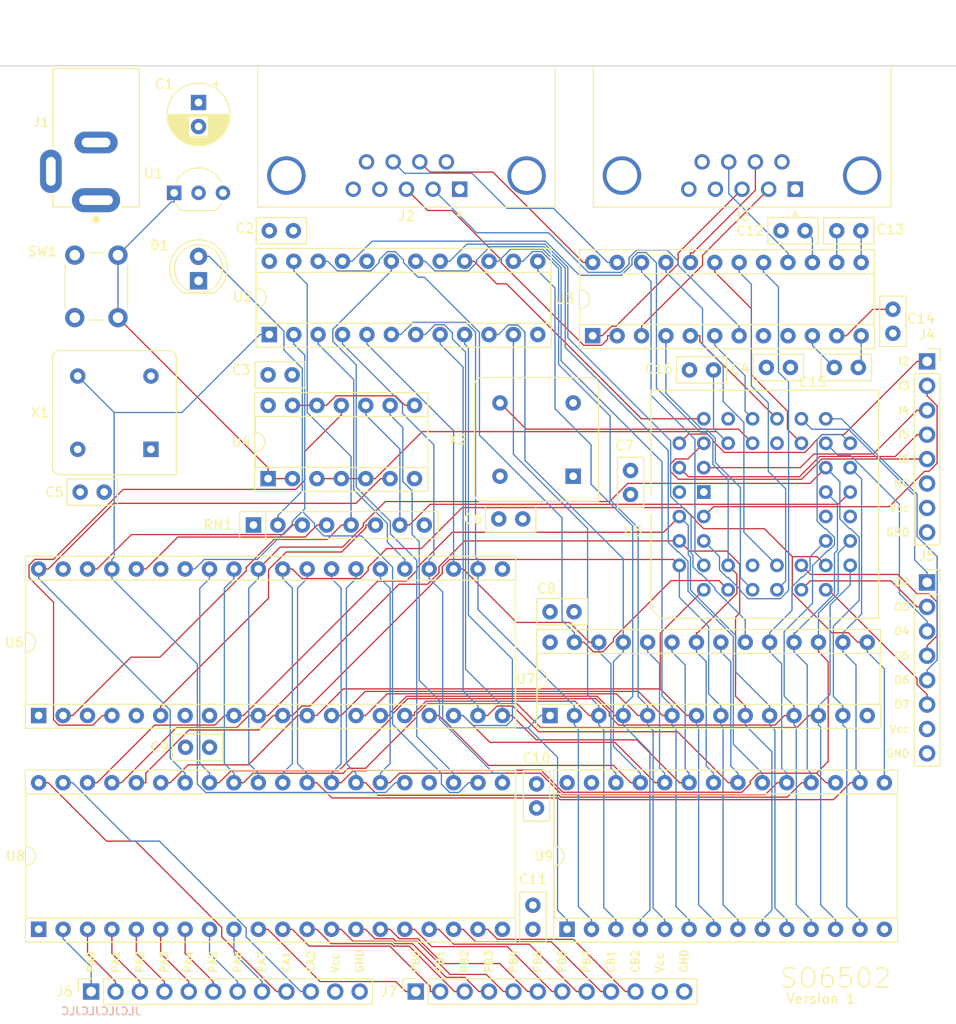
<source format=kicad_pcb>
(kicad_pcb (version 20171130) (host pcbnew "(5.1.6)-1")
  (title_block (title SO6502) (date 2020-09-09) (rev 1))
  (layers (0 F.Cu signal) (1 In1.Cu power hide) (2 In2.Cu power hide) (31 B.Cu signal) (34 B.Paste user hide) (35 F.Paste user hide) (36 B.SilkS user hide) (37 F.SilkS user hide) (38 B.Mask user hide) (39 F.Mask user hide) (44 Edge.Cuts user hide))
  (net 0 "")
  (net 1 GND)
  (net 2 "Net-(D1-Pad2)")
  (net 3 RESET)
  (net 4 CA2)
  (net 5 CA1)
  (net 6 PA7)
  (net 7 PA6)
  (net 8 PA5)
  (net 9 PA4)
  (net 10 PA3)
  (net 11 PA2)
  (net 12 PA1)
  (net 13 PA0)
  (net 14 CB2)
  (net 15 CB1)
  (net 16 PB7)
  (net 17 PB6)
  (net 18 PB5)
  (net 19 PB4)
  (net 20 PB3)
  (net 21 PB2)
  (net 22 PB1)
  (net 23 PB0)
  (net 24 CTSa)
  (net 25 RTSa)
  (net 26 "Net-(J4-Pad6)")
  (net 27 TxDa)
  (net 28 RxDa)
  (net 29 CTSb)
  (net 30 RTSb)
  (net 31 TxDb)
  (net 32 RxDb)
  (net 33 IRQ2B)
  (net 34 RDY)
  (net 35 SOB)
  (net 36 BE)
  (net 37 NMIB)
  (net 38 "Net-(SW1-Pad1)")
  (net 39 RESB)
  (net 40 A11)
  (net 41 A10)
  (net 42 A9)
  (net 43 PHI2)
  (net 44 A8)
  (net 45 A7)
  (net 46 A6)
  (net 47 RWB)
  (net 48 A5)
  (net 49 D0)
  (net 50 A4)
  (net 51 D1)
  (net 52 A3)
  (net 53 D2)
  (net 54 A2)
  (net 55 D3)
  (net 56 A1)
  (net 57 D4)
  (net 58 A0)
  (net 59 D5)
  (net 60 D6)
  (net 61 D7)
  (net 62 A15)
  (net 63 A14)
  (net 64 IRQB)
  (net 65 A13)
  (net 66 A12)
  (net 67 WR)
  (net 68 RD)
  (net 69 CSROM)
  (net 70 CS6522)
  (net 71 CS2892)
  (net 72 CSRAM)
  (net 73 "Net-(U4-Pad12)")
  (net 74 IRQ1B)
  (net 75 DRxDa)
  (net 76 DTxDa)
  (net 77 X1)
  (net 78 DRTSa)
  (net 79 DTxDb)
  (net 80 DRxDb)
  (net 81 DRTSb)
  (net 82 DCTSa)
  (net 83 DCTSb)
  (net 84 "Net-(X1-Pad1)")
  (net 85 "Net-(X2-Pad1)")
  (net 86 Vcc)
  (net 87 IP6)
  (net 88 IP5)
  (net 89 IP4)
  (net 90 IP3)
  (net 91 IP2)
  (net 92 OP7)
  (net 93 OP6)
  (net 94 OP5)
  (net 95 OP4)
  (net 96 OP3)
  (net 97 OP2)
  (net 98 "Net-(C13-Pad2)")
  (net 99 "Net-(C13-Pad1)")
  (net 100 "Net-(C14-Pad2)")
  (net 101 "Net-(C15-Pad1)")
  (net 102 "Net-(RN1-Pad8)")
  (net 103 "Net-(U2-Pad20)")
  (net 104 "Net-(U5-Pad37)")
  (net 105 "Net-(U5-Pad34)")
  (net 106 "Net-(U5-Pad23)")
  (net 107 "Net-(U5-Pad1)")
  (net 108 "Net-(U6-Pad39)")
  (net 109 "Net-(U6-Pad35)")
  (net 110 "Net-(U6-Pad7)")
  (net 111 "Net-(U6-Pad5)")
  (net 112 "Net-(U6-Pad3)")
  (net 113 "Net-(U6-Pad1)")
  (net 114 "Net-(C12-Pad1)")
  (net 115 "Net-(C15-Pad2)")
  (net 116 "Net-(J2-Pad9)")
  (net 117 "Net-(J2-Pad6)")
  (net 118 "Net-(J2-Pad4)")
  (net 119 "Net-(J2-Pad1)")
  (net 120 "Net-(J3-Pad9)")
  (net 121 "Net-(J3-Pad6)")
  (net 122 "Net-(J3-Pad4)")
  (net 123 "Net-(J3-Pad1)")
  (module Connector_Dsub:DSUB-9_Male_Horizontal_P2.77x2.84mm_EdgePinOffset9.90mm_Housed_MountingHolesOffset11.32mm (layer F.Cu) (at 133.731 38.227 180)
    (fp_text reference J3 (at 5.54 -2.8) (layer F.SilkS))
    (fp_text value DB9_Male)
    (pad 0 thru_hole circle (at 18.04 1.42 180) (size 4 4) (drill 3.2) (layers *.Cu *.Mask))
    (pad 0 thru_hole circle (at -6.96 1.42 180) (size 4 4) (drill 3.2) (layers *.Cu *.Mask))
    (pad 9 thru_hole circle (at 9.695 2.84 180) (size 1.6 1.6) (drill 1) (layers *.Cu *.Mask) (net 120 "Net-(J3-Pad9)"))
    (pad 8 thru_hole circle (at 6.925 2.84 180) (size 1.6 1.6) (drill 1) (layers *.Cu *.Mask) (net 29 CTSb))
    (pad 7 thru_hole circle (at 4.155 2.84 180) (size 1.6 1.6) (drill 1) (layers *.Cu *.Mask) (net 30 RTSb))
    (pad 6 thru_hole circle (at 1.385 2.84 180) (size 1.6 1.6) (drill 1) (layers *.Cu *.Mask) (net 121 "Net-(J3-Pad6)"))
    (pad 5 thru_hole circle (at 11.08 0 180) (size 1.6 1.6) (drill 1) (layers *.Cu *.Mask) (net 1 GND))
    (pad 4 thru_hole circle (at 8.31 0 180) (size 1.6 1.6) (drill 1) (layers *.Cu *.Mask) (net 122 "Net-(J3-Pad4)"))
    (pad 3 thru_hole circle (at 5.54 0 180) (size 1.6 1.6) (drill 1) (layers *.Cu *.Mask) (net 31 TxDb))
    (pad 2 thru_hole circle (at 2.77 0 180) (size 1.6 1.6) (drill 1) (layers *.Cu *.Mask) (net 32 RxDb))
    (pad 1 thru_hole rect (at 0 0 180) (size 1.6 1.6) (drill 1) (layers *.Cu *.Mask) (net 123 "Net-(J3-Pad1)"))
  )
  (module Connector_Dsub:DSUB-9_Male_Horizontal_P2.77x2.84mm_EdgePinOffset9.90mm_Housed_MountingHolesOffset11.32mm (layer F.Cu) (at 98.806 38.227 180)
    (fp_text reference J2 (at 5.54 -2.8) (layer F.SilkS))
    (fp_text value DB9_Male)
    (pad 0 thru_hole circle (at 18.04 1.42 180) (size 4 4) (drill 3.2) (layers *.Cu *.Mask))
    (pad 0 thru_hole circle (at -6.96 1.42 180) (size 4 4) (drill 3.2) (layers *.Cu *.Mask))
    (pad 9 thru_hole circle (at 9.695 2.84 180) (size 1.6 1.6) (drill 1) (layers *.Cu *.Mask) (net 116 "Net-(J2-Pad9)"))
    (pad 8 thru_hole circle (at 6.925 2.84 180) (size 1.6 1.6) (drill 1) (layers *.Cu *.Mask) (net 24 CTSa))
    (pad 7 thru_hole circle (at 4.155 2.84 180) (size 1.6 1.6) (drill 1) (layers *.Cu *.Mask) (net 25 RTSa))
    (pad 6 thru_hole circle (at 1.385 2.84 180) (size 1.6 1.6) (drill 1) (layers *.Cu *.Mask) (net 117 "Net-(J2-Pad6)"))
    (pad 5 thru_hole circle (at 11.08 0 180) (size 1.6 1.6) (drill 1) (layers *.Cu *.Mask) (net 1 GND))
    (pad 4 thru_hole circle (at 8.31 0 180) (size 1.6 1.6) (drill 1) (layers *.Cu *.Mask) (net 118 "Net-(J2-Pad4)"))
    (pad 3 thru_hole circle (at 5.54 0 180) (size 1.6 1.6) (drill 1) (layers *.Cu *.Mask) (net 27 TxDa))
    (pad 2 thru_hole circle (at 2.77 0 180) (size 1.6 1.6) (drill 1) (layers *.Cu *.Mask) (net 28 RxDa))
    (pad 1 thru_hole rect (at 0 0 180) (size 1.6 1.6) (drill 1) (layers *.Cu *.Mask) (net 119 "Net-(J2-Pad1)"))
  )
  (module Capacitor_THT:C_Disc_D5.0mm_W2.5mm_P2.50mm (layer F.Cu) (at 125.222 57.023 180)
    (fp_text reference C16 (at 5.715 0.127 180) (layer F.SilkS))
    (fp_text value 0.1uF)
    (pad 2 thru_hole circle (at 2.5 0 180) (size 1.6 1.6) (drill 0.8) (layers *.Cu *.Mask) (net 1 GND))
    (pad 1 thru_hole circle (at 0 0 180) (size 1.6 1.6) (drill 0.8) (layers *.Cu *.Mask) (net 3 RESET))
  )
  (module Oscillator:Oscillator_DIP-8 (layer F.Cu) (at 110.617 68.072 90)
    (fp_text reference X2 (at 3.81 -12.065 180) (layer F.SilkS))
    (fp_text value CXO_DIP8)
    (pad 4 thru_hole circle (at 7.62 0 90) (size 1.6 1.6) (drill 0.8) (layers *.Cu *.Mask) (net 1 GND))
    (pad 5 thru_hole circle (at 7.62 -7.62 90) (size 1.6 1.6) (drill 0.8) (layers *.Cu *.Mask) (net 77 X1))
    (pad 8 thru_hole circle (at 0 -7.62 90) (size 1.6 1.6) (drill 0.8) (layers *.Cu *.Mask) (net 86 Vcc))
    (pad 1 thru_hole rect (at 0 0 90) (size 1.6 1.6) (drill 0.8) (layers *.Cu *.Mask) (net 85 "Net-(X2-Pad1)"))
  )
  (module Oscillator:Oscillator_DIP-8 (layer F.Cu) (at 66.675 65.278 90)
    (fp_text reference X1 (at 3.81 -11.557 180) (layer F.SilkS))
    (fp_text value CXO_DIP8)
    (pad 4 thru_hole circle (at 7.62 0 90) (size 1.6 1.6) (drill 0.8) (layers *.Cu *.Mask) (net 1 GND))
    (pad 5 thru_hole circle (at 7.62 -7.62 90) (size 1.6 1.6) (drill 0.8) (layers *.Cu *.Mask) (net 43 PHI2))
    (pad 8 thru_hole circle (at 0 -7.62 90) (size 1.6 1.6) (drill 0.8) (layers *.Cu *.Mask) (net 86 Vcc))
    (pad 1 thru_hole rect (at 0 0 90) (size 1.6 1.6) (drill 0.8) (layers *.Cu *.Mask) (net 84 "Net-(X1-Pad1)"))
  )
  (module Package_DIP:DIP-24_W7.62mm_Socket (layer F.Cu) (at 112.649 53.467 90)
    (fp_text reference U3 (at 3.81 -2.921 180) (layer F.SilkS))
    (fp_text value MAX238)
    (pad 24 thru_hole oval (at 7.62 0 90) (size 1.6 1.6) (drill 0.8) (layers *.Cu *.Mask) (net 25 RTSa))
    (pad 12 thru_hole oval (at 0 27.94 90) (size 1.6 1.6) (drill 0.8) (layers *.Cu *.Mask) (net 115 "Net-(C15-Pad2)"))
    (pad 23 thru_hole oval (at 7.62 2.54 90) (size 1.6 1.6) (drill 0.8) (layers *.Cu *.Mask) (net 24 CTSa))
    (pad 11 thru_hole oval (at 0 25.4 90) (size 1.6 1.6) (drill 0.8) (layers *.Cu *.Mask) (net 100 "Net-(C14-Pad2)"))
    (pad 22 thru_hole oval (at 7.62 5.08 90) (size 1.6 1.6) (drill 0.8) (layers *.Cu *.Mask) (net 82 DCTSa))
    (pad 10 thru_hole oval (at 0 22.86 90) (size 1.6 1.6) (drill 0.8) (layers *.Cu *.Mask) (net 101 "Net-(C15-Pad1)"))
    (pad 21 thru_hole oval (at 7.62 7.62 90) (size 1.6 1.6) (drill 0.8) (layers *.Cu *.Mask) (net 81 DRTSb))
    (pad 9 thru_hole oval (at 0 20.32 90) (size 1.6 1.6) (drill 0.8) (layers *.Cu *.Mask) (net 86 Vcc))
    (pad 20 thru_hole oval (at 7.62 10.16 90) (size 1.6 1.6) (drill 0.8) (layers *.Cu *.Mask) (net 30 RTSb))
    (pad 8 thru_hole oval (at 0 17.78 90) (size 1.6 1.6) (drill 0.8) (layers *.Cu *.Mask) (net 1 GND))
    (pad 19 thru_hole oval (at 7.62 12.7 90) (size 1.6 1.6) (drill 0.8) (layers *.Cu *.Mask) (net 78 DRTSa))
    (pad 7 thru_hole oval (at 0 15.24 90) (size 1.6 1.6) (drill 0.8) (layers *.Cu *.Mask) (net 28 RxDa))
    (pad 18 thru_hole oval (at 7.62 15.24 90) (size 1.6 1.6) (drill 0.8) (layers *.Cu *.Mask) (net 79 DTxDb))
    (pad 6 thru_hole oval (at 0 12.7 90) (size 1.6 1.6) (drill 0.8) (layers *.Cu *.Mask) (net 75 DRxDa))
    (pad 17 thru_hole oval (at 7.62 17.78 90) (size 1.6 1.6) (drill 0.8) (layers *.Cu *.Mask) (net 83 DCTSb))
    (pad 5 thru_hole oval (at 0 10.16 90) (size 1.6 1.6) (drill 0.8) (layers *.Cu *.Mask) (net 76 DTxDa))
    (pad 16 thru_hole oval (at 7.62 20.32 90) (size 1.6 1.6) (drill 0.8) (layers *.Cu *.Mask) (net 29 CTSb))
    (pad 4 thru_hole oval (at 0 7.62 90) (size 1.6 1.6) (drill 0.8) (layers *.Cu *.Mask) (net 80 DRxDb))
    (pad 15 thru_hole oval (at 7.62 22.86 90) (size 1.6 1.6) (drill 0.8) (layers *.Cu *.Mask) (net 114 "Net-(C12-Pad1)"))
    (pad 3 thru_hole oval (at 0 5.08 90) (size 1.6 1.6) (drill 0.8) (layers *.Cu *.Mask) (net 32 RxDb))
    (pad 14 thru_hole oval (at 7.62 25.4 90) (size 1.6 1.6) (drill 0.8) (layers *.Cu *.Mask) (net 99 "Net-(C13-Pad1)"))
    (pad 2 thru_hole oval (at 0 2.54 90) (size 1.6 1.6) (drill 0.8) (layers *.Cu *.Mask) (net 27 TxDa))
    (pad 13 thru_hole oval (at 7.62 27.94 90) (size 1.6 1.6) (drill 0.8) (layers *.Cu *.Mask) (net 98 "Net-(C13-Pad2)"))
    (pad 1 thru_hole rect (at 0 0 90) (size 1.6 1.6) (drill 0.8) (layers *.Cu *.Mask) (net 31 TxDb))
  )
  (module Package_LCC:PLCC-44_THT-Socket (layer F.Cu) (at 124.206 69.723 90)
    (fp_text reference U5 (at -4.064 -7.366 180) (layer F.SilkS))
    (fp_text value SC28L92)
    (pad 39 thru_hole circle (at 7.62 0 90) (size 1.4224 1.4224) (drill 0.8) (layers *.Cu *.Mask) (net 71 CS2892))
    (pad 37 thru_hole circle (at 7.62 2.54 90) (size 1.4224 1.4224) (drill 0.8) (layers *.Cu *.Mask) (net 104 "Net-(U5-Pad37)"))
    (pad 35 thru_hole circle (at 7.62 5.08 90) (size 1.4224 1.4224) (drill 0.8) (layers *.Cu *.Mask) (net 75 DRxDa))
    (pad 33 thru_hole circle (at 7.62 7.62 90) (size 1.4224 1.4224) (drill 0.8) (layers *.Cu *.Mask) (net 76 DTxDa))
    (pad 31 thru_hole circle (at 7.62 10.16 90) (size 1.4224 1.4224) (drill 0.8) (layers *.Cu *.Mask) (net 97 OP2))
    (pad 40 thru_hole circle (at 5.08 -2.54 90) (size 1.4224 1.4224) (drill 0.8) (layers *.Cu *.Mask) (net 91 IP2))
    (pad 38 thru_hole circle (at 5.08 2.54 90) (size 1.4224 1.4224) (drill 0.8) (layers *.Cu *.Mask) (net 3 RESET))
    (pad 36 thru_hole circle (at 5.08 5.08 90) (size 1.4224 1.4224) (drill 0.8) (layers *.Cu *.Mask) (net 77 X1))
    (pad 34 thru_hole circle (at 5.08 7.62 90) (size 1.4224 1.4224) (drill 0.8) (layers *.Cu *.Mask) (net 105 "Net-(U5-Pad34)"))
    (pad 32 thru_hole circle (at 5.08 10.16 90) (size 1.4224 1.4224) (drill 0.8) (layers *.Cu *.Mask) (net 78 DRTSa))
    (pad 30 thru_hole circle (at 5.08 12.7 90) (size 1.4224 1.4224) (drill 0.8) (layers *.Cu *.Mask) (net 95 OP4))
    (pad 28 thru_hole circle (at 5.08 15.24 90) (size 1.4224 1.4224) (drill 0.8) (layers *.Cu *.Mask) (net 49 D0))
    (pad 26 thru_hole circle (at 2.54 15.24 90) (size 1.4224 1.4224) (drill 0.8) (layers *.Cu *.Mask) (net 57 D4))
    (pad 24 thru_hole circle (at 0 15.24 90) (size 1.4224 1.4224) (drill 0.8) (layers *.Cu *.Mask) (net 33 IRQ2B))
    (pad 22 thru_hole circle (at -2.54 15.24 90) (size 1.4224 1.4224) (drill 0.8) (layers *.Cu *.Mask) (net 1 GND))
    (pad 20 thru_hole circle (at -5.08 15.24 90) (size 1.4224 1.4224) (drill 0.8) (layers *.Cu *.Mask) (net 59 D5))
    (pad 18 thru_hole circle (at -7.62 15.24 90) (size 1.4224 1.4224) (drill 0.8) (layers *.Cu *.Mask) (net 51 D1))
    (pad 29 thru_hole circle (at 7.62 12.7 90) (size 1.4224 1.4224) (drill 0.8) (layers *.Cu *.Mask) (net 93 OP6))
    (pad 27 thru_hole circle (at 2.54 12.7 90) (size 1.4224 1.4224) (drill 0.8) (layers *.Cu *.Mask) (net 53 D2))
    (pad 25 thru_hole circle (at 0 12.7 90) (size 1.4224 1.4224) (drill 0.8) (layers *.Cu *.Mask) (net 60 D6))
    (pad 23 thru_hole circle (at -2.54 12.7 90) (size 1.4224 1.4224) (drill 0.8) (layers *.Cu *.Mask) (net 106 "Net-(U5-Pad23)"))
    (pad 21 thru_hole circle (at -5.08 12.7 90) (size 1.4224 1.4224) (drill 0.8) (layers *.Cu *.Mask) (net 61 D7))
    (pad 19 thru_hole circle (at -7.62 12.7 90) (size 1.4224 1.4224) (drill 0.8) (layers *.Cu *.Mask) (net 55 D3))
    (pad 17 thru_hole circle (at -10.16 12.7 90) (size 1.4224 1.4224) (drill 0.8) (layers *.Cu *.Mask) (net 92 OP7))
    (pad 15 thru_hole circle (at -10.16 10.16 90) (size 1.4224 1.4224) (drill 0.8) (layers *.Cu *.Mask) (net 96 OP3))
    (pad 13 thru_hole circle (at -10.16 7.62 90) (size 1.4224 1.4224) (drill 0.8) (layers *.Cu *.Mask) (net 79 DTxDb))
    (pad 11 thru_hole circle (at -10.16 5.08 90) (size 1.4224 1.4224) (drill 0.8) (layers *.Cu *.Mask) (net 80 DRxDb))
    (pad 9 thru_hole circle (at -10.16 2.54 90) (size 1.4224 1.4224) (drill 0.8) (layers *.Cu *.Mask) (net 67 WR))
    (pad 7 thru_hole circle (at -10.16 0 90) (size 1.4224 1.4224) (drill 0.8) (layers *.Cu *.Mask) (net 52 A3))
    (pad 16 thru_hole circle (at -7.62 10.16 90) (size 1.4224 1.4224) (drill 0.8) (layers *.Cu *.Mask) (net 94 OP5))
    (pad 14 thru_hole circle (at -7.62 7.62 90) (size 1.4224 1.4224) (drill 0.8) (layers *.Cu *.Mask) (net 81 DRTSb))
    (pad 12 thru_hole circle (at -7.62 5.08 90) (size 1.4224 1.4224) (drill 0.8) (layers *.Cu *.Mask) (net 86 Vcc))
    (pad 10 thru_hole circle (at -7.62 2.54 90) (size 1.4224 1.4224) (drill 0.8) (layers *.Cu *.Mask) (net 68 RD))
    (pad 8 thru_hole circle (at -7.62 0 90) (size 1.4224 1.4224) (drill 0.8) (layers *.Cu *.Mask) (net 82 DCTSa))
    (pad 42 thru_hole circle (at 2.54 -2.54 90) (size 1.4224 1.4224) (drill 0.8) (layers *.Cu *.Mask) (net 88 IP5))
    (pad 44 thru_hole circle (at 0 -2.54 90) (size 1.4224 1.4224) (drill 0.8) (layers *.Cu *.Mask) (net 86 Vcc))
    (pad 6 thru_hole circle (at -7.62 -2.54 90) (size 1.4224 1.4224) (drill 0.8) (layers *.Cu *.Mask) (net 54 A2))
    (pad 4 thru_hole circle (at -5.08 -2.54 90) (size 1.4224 1.4224) (drill 0.8) (layers *.Cu *.Mask) (net 56 A1))
    (pad 2 thru_hole circle (at -2.54 -2.54 90) (size 1.4224 1.4224) (drill 0.8) (layers *.Cu *.Mask) (net 58 A0))
    (pad 41 thru_hole circle (at 5.08 0 90) (size 1.4224 1.4224) (drill 0.8) (layers *.Cu *.Mask) (net 87 IP6))
    (pad 43 thru_hole circle (at 2.54 0 90) (size 1.4224 1.4224) (drill 0.8) (layers *.Cu *.Mask) (net 89 IP4))
    (pad 5 thru_hole circle (at -5.08 0 90) (size 1.4224 1.4224) (drill 0.8) (layers *.Cu *.Mask) (net 83 DCTSb))
    (pad 3 thru_hole circle (at -2.54 0 90) (size 1.4224 1.4224) (drill 0.8) (layers *.Cu *.Mask) (net 90 IP3))
    (pad 1 thru_hole rect (at 0 0 90) (size 1.4224 1.4224) (drill 0.8) (layers *.Cu *.Mask) (net 107 "Net-(U5-Pad1)"))
  )
  (module Package_DIP:DIP-40_W15.24mm_Socket (layer F.Cu) (at 54.991 115.189 90)
    (fp_text reference U8 (at 7.62 -2.413 180) (layer F.SilkS))
    (fp_text value W65C22)
    (pad 40 thru_hole oval (at 15.24 0 90) (size 1.6 1.6) (drill 0.8) (layers *.Cu *.Mask) (net 5 CA1))
    (pad 20 thru_hole oval (at 0 48.26 90) (size 1.6 1.6) (drill 0.8) (layers *.Cu *.Mask) (net 86 Vcc))
    (pad 39 thru_hole oval (at 15.24 2.54 90) (size 1.6 1.6) (drill 0.8) (layers *.Cu *.Mask) (net 4 CA2))
    (pad 19 thru_hole oval (at 0 45.72 90) (size 1.6 1.6) (drill 0.8) (layers *.Cu *.Mask) (net 14 CB2))
    (pad 38 thru_hole oval (at 15.24 5.08 90) (size 1.6 1.6) (drill 0.8) (layers *.Cu *.Mask) (net 58 A0))
    (pad 18 thru_hole oval (at 0 43.18 90) (size 1.6 1.6) (drill 0.8) (layers *.Cu *.Mask) (net 15 CB1))
    (pad 37 thru_hole oval (at 15.24 7.62 90) (size 1.6 1.6) (drill 0.8) (layers *.Cu *.Mask) (net 56 A1))
    (pad 17 thru_hole oval (at 0 40.64 90) (size 1.6 1.6) (drill 0.8) (layers *.Cu *.Mask) (net 16 PB7))
    (pad 36 thru_hole oval (at 15.24 10.16 90) (size 1.6 1.6) (drill 0.8) (layers *.Cu *.Mask) (net 54 A2))
    (pad 16 thru_hole oval (at 0 38.1 90) (size 1.6 1.6) (drill 0.8) (layers *.Cu *.Mask) (net 17 PB6))
    (pad 35 thru_hole oval (at 15.24 12.7 90) (size 1.6 1.6) (drill 0.8) (layers *.Cu *.Mask) (net 52 A3))
    (pad 15 thru_hole oval (at 0 35.56 90) (size 1.6 1.6) (drill 0.8) (layers *.Cu *.Mask) (net 18 PB5))
    (pad 34 thru_hole oval (at 15.24 15.24 90) (size 1.6 1.6) (drill 0.8) (layers *.Cu *.Mask) (net 39 RESB))
    (pad 14 thru_hole oval (at 0 33.02 90) (size 1.6 1.6) (drill 0.8) (layers *.Cu *.Mask) (net 19 PB4))
    (pad 33 thru_hole oval (at 15.24 17.78 90) (size 1.6 1.6) (drill 0.8) (layers *.Cu *.Mask) (net 49 D0))
    (pad 13 thru_hole oval (at 0 30.48 90) (size 1.6 1.6) (drill 0.8) (layers *.Cu *.Mask) (net 20 PB3))
    (pad 32 thru_hole oval (at 15.24 20.32 90) (size 1.6 1.6) (drill 0.8) (layers *.Cu *.Mask) (net 51 D1))
    (pad 12 thru_hole oval (at 0 27.94 90) (size 1.6 1.6) (drill 0.8) (layers *.Cu *.Mask) (net 21 PB2))
    (pad 31 thru_hole oval (at 15.24 22.86 90) (size 1.6 1.6) (drill 0.8) (layers *.Cu *.Mask) (net 53 D2))
    (pad 11 thru_hole oval (at 0 25.4 90) (size 1.6 1.6) (drill 0.8) (layers *.Cu *.Mask) (net 22 PB1))
    (pad 30 thru_hole oval (at 15.24 25.4 90) (size 1.6 1.6) (drill 0.8) (layers *.Cu *.Mask) (net 55 D3))
    (pad 10 thru_hole oval (at 0 22.86 90) (size 1.6 1.6) (drill 0.8) (layers *.Cu *.Mask) (net 23 PB0))
    (pad 29 thru_hole oval (at 15.24 27.94 90) (size 1.6 1.6) (drill 0.8) (layers *.Cu *.Mask) (net 57 D4))
    (pad 9 thru_hole oval (at 0 20.32 90) (size 1.6 1.6) (drill 0.8) (layers *.Cu *.Mask) (net 6 PA7))
    (pad 28 thru_hole oval (at 15.24 30.48 90) (size 1.6 1.6) (drill 0.8) (layers *.Cu *.Mask) (net 59 D5))
    (pad 8 thru_hole oval (at 0 17.78 90) (size 1.6 1.6) (drill 0.8) (layers *.Cu *.Mask) (net 7 PA6))
    (pad 27 thru_hole oval (at 15.24 33.02 90) (size 1.6 1.6) (drill 0.8) (layers *.Cu *.Mask) (net 60 D6))
    (pad 7 thru_hole oval (at 0 15.24 90) (size 1.6 1.6) (drill 0.8) (layers *.Cu *.Mask) (net 8 PA5))
    (pad 26 thru_hole oval (at 15.24 35.56 90) (size 1.6 1.6) (drill 0.8) (layers *.Cu *.Mask) (net 61 D7))
    (pad 6 thru_hole oval (at 0 12.7 90) (size 1.6 1.6) (drill 0.8) (layers *.Cu *.Mask) (net 9 PA4))
    (pad 25 thru_hole oval (at 15.24 38.1 90) (size 1.6 1.6) (drill 0.8) (layers *.Cu *.Mask) (net 43 PHI2))
    (pad 5 thru_hole oval (at 0 10.16 90) (size 1.6 1.6) (drill 0.8) (layers *.Cu *.Mask) (net 10 PA3))
    (pad 24 thru_hole oval (at 15.24 40.64 90) (size 1.6 1.6) (drill 0.8) (layers *.Cu *.Mask) (net 86 Vcc))
    (pad 4 thru_hole oval (at 0 7.62 90) (size 1.6 1.6) (drill 0.8) (layers *.Cu *.Mask) (net 11 PA2))
    (pad 23 thru_hole oval (at 15.24 43.18 90) (size 1.6 1.6) (drill 0.8) (layers *.Cu *.Mask) (net 70 CS6522))
    (pad 3 thru_hole oval (at 0 5.08 90) (size 1.6 1.6) (drill 0.8) (layers *.Cu *.Mask) (net 12 PA1))
    (pad 22 thru_hole oval (at 15.24 45.72 90) (size 1.6 1.6) (drill 0.8) (layers *.Cu *.Mask) (net 47 RWB))
    (pad 2 thru_hole oval (at 0 2.54 90) (size 1.6 1.6) (drill 0.8) (layers *.Cu *.Mask) (net 13 PA0))
    (pad 21 thru_hole oval (at 15.24 48.26 90) (size 1.6 1.6) (drill 0.8) (layers *.Cu *.Mask) (net 74 IRQ1B))
    (pad 1 thru_hole rect (at 0 0 90) (size 1.6 1.6) (drill 0.8) (layers *.Cu *.Mask) (net 1 GND))
  )
  (module Package_DIP:DIP-28_W7.62mm_Socket (layer F.Cu) (at 108.204 92.964 90)
    (fp_text reference U7 (at 3.81 -2.54 180) (layer F.SilkS))
    (fp_text value 71256SA)
    (pad 1 thru_hole rect (at 0 0 90) (size 1.6 1.6) (drill 0.8) (layers *.Cu *.Mask) (net 63 A14))
    (pad 15 thru_hole oval (at 7.62 33.02 90) (size 1.6 1.6) (drill 0.8) (layers *.Cu *.Mask) (net 55 D3))
    (pad 2 thru_hole oval (at 0 2.54 90) (size 1.6 1.6) (drill 0.8) (layers *.Cu *.Mask) (net 66 A12))
    (pad 16 thru_hole oval (at 7.62 30.48 90) (size 1.6 1.6) (drill 0.8) (layers *.Cu *.Mask) (net 57 D4))
    (pad 3 thru_hole oval (at 0 5.08 90) (size 1.6 1.6) (drill 0.8) (layers *.Cu *.Mask) (net 45 A7))
    (pad 17 thru_hole oval (at 7.62 27.94 90) (size 1.6 1.6) (drill 0.8) (layers *.Cu *.Mask) (net 59 D5))
    (pad 4 thru_hole oval (at 0 7.62 90) (size 1.6 1.6) (drill 0.8) (layers *.Cu *.Mask) (net 46 A6))
    (pad 18 thru_hole oval (at 7.62 25.4 90) (size 1.6 1.6) (drill 0.8) (layers *.Cu *.Mask) (net 60 D6))
    (pad 5 thru_hole oval (at 0 10.16 90) (size 1.6 1.6) (drill 0.8) (layers *.Cu *.Mask) (net 48 A5))
    (pad 19 thru_hole oval (at 7.62 22.86 90) (size 1.6 1.6) (drill 0.8) (layers *.Cu *.Mask) (net 61 D7))
    (pad 6 thru_hole oval (at 0 12.7 90) (size 1.6 1.6) (drill 0.8) (layers *.Cu *.Mask) (net 50 A4))
    (pad 20 thru_hole oval (at 7.62 20.32 90) (size 1.6 1.6) (drill 0.8) (layers *.Cu *.Mask) (net 72 CSRAM))
    (pad 7 thru_hole oval (at 0 15.24 90) (size 1.6 1.6) (drill 0.8) (layers *.Cu *.Mask) (net 52 A3))
    (pad 21 thru_hole oval (at 7.62 17.78 90) (size 1.6 1.6) (drill 0.8) (layers *.Cu *.Mask) (net 41 A10))
    (pad 8 thru_hole oval (at 0 17.78 90) (size 1.6 1.6) (drill 0.8) (layers *.Cu *.Mask) (net 54 A2))
    (pad 22 thru_hole oval (at 7.62 15.24 90) (size 1.6 1.6) (drill 0.8) (layers *.Cu *.Mask) (net 68 RD))
    (pad 9 thru_hole oval (at 0 20.32 90) (size 1.6 1.6) (drill 0.8) (layers *.Cu *.Mask) (net 56 A1))
    (pad 23 thru_hole oval (at 7.62 12.7 90) (size 1.6 1.6) (drill 0.8) (layers *.Cu *.Mask) (net 40 A11))
    (pad 10 thru_hole oval (at 0 22.86 90) (size 1.6 1.6) (drill 0.8) (layers *.Cu *.Mask) (net 58 A0))
    (pad 24 thru_hole oval (at 7.62 10.16 90) (size 1.6 1.6) (drill 0.8) (layers *.Cu *.Mask) (net 42 A9))
    (pad 11 thru_hole oval (at 0 25.4 90) (size 1.6 1.6) (drill 0.8) (layers *.Cu *.Mask) (net 49 D0))
    (pad 25 thru_hole oval (at 7.62 7.62 90) (size 1.6 1.6) (drill 0.8) (layers *.Cu *.Mask) (net 44 A8))
    (pad 12 thru_hole oval (at 0 27.94 90) (size 1.6 1.6) (drill 0.8) (layers *.Cu *.Mask) (net 51 D1))
    (pad 26 thru_hole oval (at 7.62 5.08 90) (size 1.6 1.6) (drill 0.8) (layers *.Cu *.Mask) (net 65 A13))
    (pad 13 thru_hole oval (at 0 30.48 90) (size 1.6 1.6) (drill 0.8) (layers *.Cu *.Mask) (net 53 D2))
    (pad 27 thru_hole oval (at 7.62 2.54 90) (size 1.6 1.6) (drill 0.8) (layers *.Cu *.Mask) (net 67 WR))
    (pad 14 thru_hole oval (at 0 33.02 90) (size 1.6 1.6) (drill 0.8) (layers *.Cu *.Mask) (net 1 GND))
    (pad 28 thru_hole oval (at 7.62 0 90) (size 1.6 1.6) (drill 0.8) (layers *.Cu *.Mask) (net 86 Vcc))
  )
  (module Package_DIP:DIP-28_W15.24mm_Socket (layer F.Cu) (at 109.982 115.189 90)
    (fp_text reference U9 (at 7.62 -2.413 180) (layer F.SilkS))
    (fp_text value 28C256)
    (pad 28 thru_hole oval (at 15.24 0 90) (size 1.6 1.6) (drill 0.8) (layers *.Cu *.Mask) (net 86 Vcc))
    (pad 14 thru_hole oval (at 0 33.02 90) (size 1.6 1.6) (drill 0.8) (layers *.Cu *.Mask) (net 1 GND))
    (pad 27 thru_hole oval (at 15.24 2.54 90) (size 1.6 1.6) (drill 0.8) (layers *.Cu *.Mask) (net 86 Vcc))
    (pad 13 thru_hole oval (at 0 30.48 90) (size 1.6 1.6) (drill 0.8) (layers *.Cu *.Mask) (net 53 D2))
    (pad 26 thru_hole oval (at 15.24 5.08 90) (size 1.6 1.6) (drill 0.8) (layers *.Cu *.Mask) (net 65 A13))
    (pad 12 thru_hole oval (at 0 27.94 90) (size 1.6 1.6) (drill 0.8) (layers *.Cu *.Mask) (net 51 D1))
    (pad 25 thru_hole oval (at 15.24 7.62 90) (size 1.6 1.6) (drill 0.8) (layers *.Cu *.Mask) (net 44 A8))
    (pad 11 thru_hole oval (at 0 25.4 90) (size 1.6 1.6) (drill 0.8) (layers *.Cu *.Mask) (net 49 D0))
    (pad 24 thru_hole oval (at 15.24 10.16 90) (size 1.6 1.6) (drill 0.8) (layers *.Cu *.Mask) (net 42 A9))
    (pad 10 thru_hole oval (at 0 22.86 90) (size 1.6 1.6) (drill 0.8) (layers *.Cu *.Mask) (net 58 A0))
    (pad 23 thru_hole oval (at 15.24 12.7 90) (size 1.6 1.6) (drill 0.8) (layers *.Cu *.Mask) (net 40 A11))
    (pad 9 thru_hole oval (at 0 20.32 90) (size 1.6 1.6) (drill 0.8) (layers *.Cu *.Mask) (net 56 A1))
    (pad 22 thru_hole oval (at 15.24 15.24 90) (size 1.6 1.6) (drill 0.8) (layers *.Cu *.Mask) (net 68 RD))
    (pad 8 thru_hole oval (at 0 17.78 90) (size 1.6 1.6) (drill 0.8) (layers *.Cu *.Mask) (net 54 A2))
    (pad 21 thru_hole oval (at 15.24 17.78 90) (size 1.6 1.6) (drill 0.8) (layers *.Cu *.Mask) (net 41 A10))
    (pad 7 thru_hole oval (at 0 15.24 90) (size 1.6 1.6) (drill 0.8) (layers *.Cu *.Mask) (net 52 A3))
    (pad 20 thru_hole oval (at 15.24 20.32 90) (size 1.6 1.6) (drill 0.8) (layers *.Cu *.Mask) (net 69 CSROM))
    (pad 6 thru_hole oval (at 0 12.7 90) (size 1.6 1.6) (drill 0.8) (layers *.Cu *.Mask) (net 50 A4))
    (pad 19 thru_hole oval (at 15.24 22.86 90) (size 1.6 1.6) (drill 0.8) (layers *.Cu *.Mask) (net 61 D7))
    (pad 5 thru_hole oval (at 0 10.16 90) (size 1.6 1.6) (drill 0.8) (layers *.Cu *.Mask) (net 48 A5))
    (pad 18 thru_hole oval (at 15.24 25.4 90) (size 1.6 1.6) (drill 0.8) (layers *.Cu *.Mask) (net 60 D6))
    (pad 4 thru_hole oval (at 0 7.62 90) (size 1.6 1.6) (drill 0.8) (layers *.Cu *.Mask) (net 46 A6))
    (pad 17 thru_hole oval (at 15.24 27.94 90) (size 1.6 1.6) (drill 0.8) (layers *.Cu *.Mask) (net 59 D5))
    (pad 3 thru_hole oval (at 0 5.08 90) (size 1.6 1.6) (drill 0.8) (layers *.Cu *.Mask) (net 45 A7))
    (pad 16 thru_hole oval (at 15.24 30.48 90) (size 1.6 1.6) (drill 0.8) (layers *.Cu *.Mask) (net 57 D4))
    (pad 2 thru_hole oval (at 0 2.54 90) (size 1.6 1.6) (drill 0.8) (layers *.Cu *.Mask) (net 66 A12))
    (pad 15 thru_hole oval (at 15.24 33.02 90) (size 1.6 1.6) (drill 0.8) (layers *.Cu *.Mask) (net 55 D3))
    (pad 1 thru_hole rect (at 0 0 90) (size 1.6 1.6) (drill 0.8) (layers *.Cu *.Mask) (net 63 A14))
  )
  (module Package_DIP:DIP-14_W7.62mm_Socket (layer F.Cu) (at 78.867 68.326 90)
    (fp_text reference U4 (at 3.81 -2.794 180) (layer F.SilkS))
    (fp_text value 74HC00)
    (pad 14 thru_hole oval (at 7.62 0 90) (size 1.6 1.6) (drill 0.8) (layers *.Cu *.Mask) (net 86 Vcc))
    (pad 7 thru_hole oval (at 0 15.24 90) (size 1.6 1.6) (drill 0.8) (layers *.Cu *.Mask) (net 1 GND))
    (pad 13 thru_hole oval (at 7.62 2.54 90) (size 1.6 1.6) (drill 0.8) (layers *.Cu *.Mask) (net 73 "Net-(U4-Pad12)"))
    (pad 6 thru_hole oval (at 0 12.7 90) (size 1.6 1.6) (drill 0.8) (layers *.Cu *.Mask) (net 39 RESB))
    (pad 12 thru_hole oval (at 7.62 5.08 90) (size 1.6 1.6) (drill 0.8) (layers *.Cu *.Mask) (net 73 "Net-(U4-Pad12)"))
    (pad 5 thru_hole oval (at 0 10.16 90) (size 1.6 1.6) (drill 0.8) (layers *.Cu *.Mask) (net 3 RESET))
    (pad 11 thru_hole oval (at 7.62 7.62 90) (size 1.6 1.6) (drill 0.8) (layers *.Cu *.Mask) (net 64 IRQB))
    (pad 4 thru_hole oval (at 0 7.62 90) (size 1.6 1.6) (drill 0.8) (layers *.Cu *.Mask) (net 3 RESET))
    (pad 10 thru_hole oval (at 7.62 10.16 90) (size 1.6 1.6) (drill 0.8) (layers *.Cu *.Mask) (net 33 IRQ2B))
    (pad 3 thru_hole oval (at 0 5.08 90) (size 1.6 1.6) (drill 0.8) (layers *.Cu *.Mask) (net 3 RESET))
    (pad 9 thru_hole oval (at 7.62 12.7 90) (size 1.6 1.6) (drill 0.8) (layers *.Cu *.Mask) (net 74 IRQ1B))
    (pad 2 thru_hole oval (at 0 2.54 90) (size 1.6 1.6) (drill 0.8) (layers *.Cu *.Mask) (net 38 "Net-(SW1-Pad1)"))
    (pad 8 thru_hole oval (at 7.62 15.24 90) (size 1.6 1.6) (drill 0.8) (layers *.Cu *.Mask) (net 73 "Net-(U4-Pad12)"))
    (pad 1 thru_hole rect (at 0 0 90) (size 1.6 1.6) (drill 0.8) (layers *.Cu *.Mask) (net 38 "Net-(SW1-Pad1)"))
  )
  (module Package_DIP:DIP-24_W7.62mm_Socket (layer F.Cu) (at 78.994 53.34 90)
    (fp_text reference U2 (at 3.937 -2.794 180) (layer F.SilkS))
    (fp_text value ATF22V10)
    (pad 24 thru_hole oval (at 7.62 0 90) (size 1.6 1.6) (drill 0.8) (layers *.Cu *.Mask) (net 86 Vcc))
    (pad 12 thru_hole oval (at 0 27.94 90) (size 1.6 1.6) (drill 0.8) (layers *.Cu *.Mask) (net 1 GND))
    (pad 23 thru_hole oval (at 7.62 2.54 90) (size 1.6 1.6) (drill 0.8) (layers *.Cu *.Mask) (net 34 RDY))
    (pad 11 thru_hole oval (at 0 25.4 90) (size 1.6 1.6) (drill 0.8) (layers *.Cu *.Mask) (net 45 A7))
    (pad 22 thru_hole oval (at 7.62 5.08 90) (size 1.6 1.6) (drill 0.8) (layers *.Cu *.Mask) (net 67 WR))
    (pad 10 thru_hole oval (at 0 22.86 90) (size 1.6 1.6) (drill 0.8) (layers *.Cu *.Mask) (net 44 A8))
    (pad 21 thru_hole oval (at 7.62 7.62 90) (size 1.6 1.6) (drill 0.8) (layers *.Cu *.Mask) (net 68 RD))
    (pad 9 thru_hole oval (at 0 20.32 90) (size 1.6 1.6) (drill 0.8) (layers *.Cu *.Mask) (net 42 A9))
    (pad 20 thru_hole oval (at 7.62 10.16 90) (size 1.6 1.6) (drill 0.8) (layers *.Cu *.Mask) (net 103 "Net-(U2-Pad20)"))
    (pad 8 thru_hole oval (at 0 17.78 90) (size 1.6 1.6) (drill 0.8) (layers *.Cu *.Mask) (net 41 A10))
    (pad 19 thru_hole oval (at 7.62 12.7 90) (size 1.6 1.6) (drill 0.8) (layers *.Cu *.Mask) (net 70 CS6522))
    (pad 7 thru_hole oval (at 0 15.24 90) (size 1.6 1.6) (drill 0.8) (layers *.Cu *.Mask) (net 40 A11))
    (pad 18 thru_hole oval (at 7.62 15.24 90) (size 1.6 1.6) (drill 0.8) (layers *.Cu *.Mask) (net 69 CSROM))
    (pad 6 thru_hole oval (at 0 12.7 90) (size 1.6 1.6) (drill 0.8) (layers *.Cu *.Mask) (net 66 A12))
    (pad 17 thru_hole oval (at 7.62 17.78 90) (size 1.6 1.6) (drill 0.8) (layers *.Cu *.Mask) (net 72 CSRAM))
    (pad 5 thru_hole oval (at 0 10.16 90) (size 1.6 1.6) (drill 0.8) (layers *.Cu *.Mask) (net 65 A13))
    (pad 16 thru_hole oval (at 7.62 20.32 90) (size 1.6 1.6) (drill 0.8) (layers *.Cu *.Mask) (net 71 CS2892))
    (pad 4 thru_hole oval (at 0 7.62 90) (size 1.6 1.6) (drill 0.8) (layers *.Cu *.Mask) (net 63 A14))
    (pad 15 thru_hole oval (at 7.62 22.86 90) (size 1.6 1.6) (drill 0.8) (layers *.Cu *.Mask) (net 50 A4))
    (pad 3 thru_hole oval (at 0 5.08 90) (size 1.6 1.6) (drill 0.8) (layers *.Cu *.Mask) (net 62 A15))
    (pad 14 thru_hole oval (at 7.62 25.4 90) (size 1.6 1.6) (drill 0.8) (layers *.Cu *.Mask) (net 48 A5))
    (pad 2 thru_hole oval (at 0 2.54 90) (size 1.6 1.6) (drill 0.8) (layers *.Cu *.Mask) (net 47 RWB))
    (pad 13 thru_hole oval (at 7.62 27.94 90) (size 1.6 1.6) (drill 0.8) (layers *.Cu *.Mask) (net 46 A6))
    (pad 1 thru_hole rect (at 0 0 90) (size 1.6 1.6) (drill 0.8) (layers *.Cu *.Mask) (net 43 PHI2))
  )
  (module Package_TO_SOT_THT:TO-92_Inline_Wide (layer F.Cu) (at 69.088 38.608)
    (fp_text reference U1 (at -2.159 -2.032 180) (layer F.SilkS))
    (fp_text value DS1813)
    (pad 1 thru_hole rect (at 0 0 90) (size 1.5 1.5) (drill 0.8) (layers *.Cu *.Mask) (net 38 "Net-(SW1-Pad1)"))
    (pad 3 thru_hole circle (at 5.08 0 90) (size 1.5 1.5) (drill 0.8) (layers *.Cu *.Mask) (net 1 GND))
    (pad 2 thru_hole circle (at 2.54 0 90) (size 1.5 1.5) (drill 0.8) (layers *.Cu *.Mask) (net 86 Vcc))
  )
  (module Package_DIP:DIP-40_W15.24mm_Socket (layer F.Cu) (at 54.991 92.964 90)
    (fp_text reference U6 (at 7.62 -2.54 180) (layer F.SilkS))
    (fp_text value W65C02)
    (pad 1 thru_hole rect (at 0 0 90) (size 1.6 1.6) (drill 0.8) (layers *.Cu *.Mask) (net 113 "Net-(U6-Pad1)"))
    (pad 21 thru_hole oval (at 15.24 48.26 90) (size 1.6 1.6) (drill 0.8) (layers *.Cu *.Mask) (net 1 GND))
    (pad 2 thru_hole oval (at 0 2.54 90) (size 1.6 1.6) (drill 0.8) (layers *.Cu *.Mask) (net 34 RDY))
    (pad 22 thru_hole oval (at 15.24 45.72 90) (size 1.6 1.6) (drill 0.8) (layers *.Cu *.Mask) (net 66 A12))
    (pad 3 thru_hole oval (at 0 5.08 90) (size 1.6 1.6) (drill 0.8) (layers *.Cu *.Mask) (net 112 "Net-(U6-Pad3)"))
    (pad 23 thru_hole oval (at 15.24 43.18 90) (size 1.6 1.6) (drill 0.8) (layers *.Cu *.Mask) (net 65 A13))
    (pad 4 thru_hole oval (at 0 7.62 90) (size 1.6 1.6) (drill 0.8) (layers *.Cu *.Mask) (net 64 IRQB))
    (pad 24 thru_hole oval (at 15.24 40.64 90) (size 1.6 1.6) (drill 0.8) (layers *.Cu *.Mask) (net 63 A14))
    (pad 5 thru_hole oval (at 0 10.16 90) (size 1.6 1.6) (drill 0.8) (layers *.Cu *.Mask) (net 111 "Net-(U6-Pad5)"))
    (pad 25 thru_hole oval (at 15.24 38.1 90) (size 1.6 1.6) (drill 0.8) (layers *.Cu *.Mask) (net 62 A15))
    (pad 6 thru_hole oval (at 0 12.7 90) (size 1.6 1.6) (drill 0.8) (layers *.Cu *.Mask) (net 37 NMIB))
    (pad 26 thru_hole oval (at 15.24 35.56 90) (size 1.6 1.6) (drill 0.8) (layers *.Cu *.Mask) (net 61 D7))
    (pad 7 thru_hole oval (at 0 15.24 90) (size 1.6 1.6) (drill 0.8) (layers *.Cu *.Mask) (net 110 "Net-(U6-Pad7)"))
    (pad 27 thru_hole oval (at 15.24 33.02 90) (size 1.6 1.6) (drill 0.8) (layers *.Cu *.Mask) (net 60 D6))
    (pad 8 thru_hole oval (at 0 17.78 90) (size 1.6 1.6) (drill 0.8) (layers *.Cu *.Mask) (net 86 Vcc))
    (pad 28 thru_hole oval (at 15.24 30.48 90) (size 1.6 1.6) (drill 0.8) (layers *.Cu *.Mask) (net 59 D5))
    (pad 9 thru_hole oval (at 0 20.32 90) (size 1.6 1.6) (drill 0.8) (layers *.Cu *.Mask) (net 58 A0))
    (pad 29 thru_hole oval (at 15.24 27.94 90) (size 1.6 1.6) (drill 0.8) (layers *.Cu *.Mask) (net 57 D4))
    (pad 10 thru_hole oval (at 0 22.86 90) (size 1.6 1.6) (drill 0.8) (layers *.Cu *.Mask) (net 56 A1))
    (pad 30 thru_hole oval (at 15.24 25.4 90) (size 1.6 1.6) (drill 0.8) (layers *.Cu *.Mask) (net 55 D3))
    (pad 11 thru_hole oval (at 0 25.4 90) (size 1.6 1.6) (drill 0.8) (layers *.Cu *.Mask) (net 54 A2))
    (pad 31 thru_hole oval (at 15.24 22.86 90) (size 1.6 1.6) (drill 0.8) (layers *.Cu *.Mask) (net 53 D2))
    (pad 12 thru_hole oval (at 0 27.94 90) (size 1.6 1.6) (drill 0.8) (layers *.Cu *.Mask) (net 52 A3))
    (pad 32 thru_hole oval (at 15.24 20.32 90) (size 1.6 1.6) (drill 0.8) (layers *.Cu *.Mask) (net 51 D1))
    (pad 13 thru_hole oval (at 0 30.48 90) (size 1.6 1.6) (drill 0.8) (layers *.Cu *.Mask) (net 50 A4))
    (pad 33 thru_hole oval (at 15.24 17.78 90) (size 1.6 1.6) (drill 0.8) (layers *.Cu *.Mask) (net 49 D0))
    (pad 14 thru_hole oval (at 0 33.02 90) (size 1.6 1.6) (drill 0.8) (layers *.Cu *.Mask) (net 48 A5))
    (pad 34 thru_hole oval (at 15.24 15.24 90) (size 1.6 1.6) (drill 0.8) (layers *.Cu *.Mask) (net 47 RWB))
    (pad 15 thru_hole oval (at 0 35.56 90) (size 1.6 1.6) (drill 0.8) (layers *.Cu *.Mask) (net 46 A6))
    (pad 35 thru_hole oval (at 15.24 12.7 90) (size 1.6 1.6) (drill 0.8) (layers *.Cu *.Mask) (net 109 "Net-(U6-Pad35)"))
    (pad 16 thru_hole oval (at 0 38.1 90) (size 1.6 1.6) (drill 0.8) (layers *.Cu *.Mask) (net 45 A7))
    (pad 36 thru_hole oval (at 15.24 10.16 90) (size 1.6 1.6) (drill 0.8) (layers *.Cu *.Mask) (net 36 BE))
    (pad 17 thru_hole oval (at 0 40.64 90) (size 1.6 1.6) (drill 0.8) (layers *.Cu *.Mask) (net 44 A8))
    (pad 37 thru_hole oval (at 15.24 7.62 90) (size 1.6 1.6) (drill 0.8) (layers *.Cu *.Mask) (net 43 PHI2))
    (pad 18 thru_hole oval (at 0 43.18 90) (size 1.6 1.6) (drill 0.8) (layers *.Cu *.Mask) (net 42 A9))
    (pad 38 thru_hole oval (at 15.24 5.08 90) (size 1.6 1.6) (drill 0.8) (layers *.Cu *.Mask) (net 35 SOB))
    (pad 19 thru_hole oval (at 0 45.72 90) (size 1.6 1.6) (drill 0.8) (layers *.Cu *.Mask) (net 41 A10))
    (pad 39 thru_hole oval (at 15.24 2.54 90) (size 1.6 1.6) (drill 0.8) (layers *.Cu *.Mask) (net 108 "Net-(U6-Pad39)"))
    (pad 20 thru_hole oval (at 0 48.26 90) (size 1.6 1.6) (drill 0.8) (layers *.Cu *.Mask) (net 40 A11))
    (pad 40 thru_hole oval (at 15.24 0 90) (size 1.6 1.6) (drill 0.8) (layers *.Cu *.Mask) (net 39 RESB))
  )
  (module Button_Switch_THT:SW_PUSH_6mm (layer F.Cu) (at 63.246 45.085 270)
    (fp_text reference SW1 (at -0.381 7.874 180) (layer F.SilkS))
    (fp_text value SW_Push)
    (pad 1 thru_hole circle (at 6.5 0) (size 2 2) (drill 1.1) (layers *.Cu *.Mask) (net 38 "Net-(SW1-Pad1)"))
    (pad 2 thru_hole circle (at 6.5 4.5) (size 2 2) (drill 1.1) (layers *.Cu *.Mask) (net 1 GND))
    (pad 1 thru_hole circle (at 0 0) (size 2 2) (drill 1.1) (layers *.Cu *.Mask) (net 38 "Net-(SW1-Pad1)"))
    (pad 2 thru_hole circle (at 0 4.5) (size 2 2) (drill 1.1) (layers *.Cu *.Mask) (net 1 GND))
  )
  (module Resistor_THT:R_Array_SIP8 (layer F.Cu) (at 77.343 73.152)
    (fp_text reference RN1 (at -3.683 0 180) (layer F.SilkS))
    (fp_text value R_Network07_US)
    (pad 8 thru_hole oval (at 17.78 0) (size 1.6 1.6) (drill 0.8) (layers *.Cu *.Mask) (net 102 "Net-(RN1-Pad8)"))
    (pad 7 thru_hole oval (at 15.24 0) (size 1.6 1.6) (drill 0.8) (layers *.Cu *.Mask) (net 33 IRQ2B))
    (pad 6 thru_hole oval (at 12.7 0) (size 1.6 1.6) (drill 0.8) (layers *.Cu *.Mask) (net 37 NMIB))
    (pad 5 thru_hole oval (at 10.16 0) (size 1.6 1.6) (drill 0.8) (layers *.Cu *.Mask) (net 34 RDY))
    (pad 4 thru_hole oval (at 7.62 0) (size 1.6 1.6) (drill 0.8) (layers *.Cu *.Mask) (net 36 BE))
    (pad 3 thru_hole oval (at 5.08 0) (size 1.6 1.6) (drill 0.8) (layers *.Cu *.Mask) (net 35 SOB))
    (pad 2 thru_hole oval (at 2.54 0) (size 1.6 1.6) (drill 0.8) (layers *.Cu *.Mask) (net 2 "Net-(D1-Pad2)"))
    (pad 1 thru_hole rect (at 0 0) (size 1.6 1.6) (drill 0.8) (layers *.Cu *.Mask) (net 86 Vcc))
  )
  (module Connector_PinSocket_2.54mm:PinSocket_1x08_P2.54mm_Vertical (layer F.Cu) (at 147.447 79.121)
    (fp_text reference J5 (at 0 -2.77) (layer F.SilkS))
    (fp_text value Conn_01x08_Female)
    (pad 8 thru_hole oval (at 0 17.78) (size 1.7 1.7) (drill 1) (layers *.Cu *.Mask) (net 1 GND))
    (pad 7 thru_hole oval (at 0 15.24) (size 1.7 1.7) (drill 1) (layers *.Cu *.Mask) (net 86 Vcc))
    (pad 6 thru_hole oval (at 0 12.7) (size 1.7 1.7) (drill 1) (layers *.Cu *.Mask) (net 92 OP7))
    (pad 5 thru_hole oval (at 0 10.16) (size 1.7 1.7) (drill 1) (layers *.Cu *.Mask) (net 93 OP6))
    (pad 4 thru_hole oval (at 0 7.62) (size 1.7 1.7) (drill 1) (layers *.Cu *.Mask) (net 94 OP5))
    (pad 3 thru_hole oval (at 0 5.08) (size 1.7 1.7) (drill 1) (layers *.Cu *.Mask) (net 95 OP4))
    (pad 2 thru_hole oval (at 0 2.54) (size 1.7 1.7) (drill 1) (layers *.Cu *.Mask) (net 96 OP3))
    (pad 1 thru_hole rect (at 0 0) (size 1.7 1.7) (drill 1) (layers *.Cu *.Mask) (net 97 OP2))
  )
  (module Connector_PinSocket_2.54mm:PinSocket_1x08_P2.54mm_Vertical (layer F.Cu) (at 147.447 56.134)
    (fp_text reference J4 (at 0 -2.77) (layer F.SilkS))
    (fp_text value Conn_01x08_Female)
    (pad 8 thru_hole oval (at 0 17.78) (size 1.7 1.7) (drill 1) (layers *.Cu *.Mask) (net 1 GND))
    (pad 7 thru_hole oval (at 0 15.24) (size 1.7 1.7) (drill 1) (layers *.Cu *.Mask) (net 86 Vcc))
    (pad 6 thru_hole oval (at 0 12.7) (size 1.7 1.7) (drill 1) (layers *.Cu *.Mask) (net 26 "Net-(J4-Pad6)"))
    (pad 5 thru_hole oval (at 0 10.16) (size 1.7 1.7) (drill 1) (layers *.Cu *.Mask) (net 87 IP6))
    (pad 4 thru_hole oval (at 0 7.62) (size 1.7 1.7) (drill 1) (layers *.Cu *.Mask) (net 88 IP5))
    (pad 3 thru_hole oval (at 0 5.08) (size 1.7 1.7) (drill 1) (layers *.Cu *.Mask) (net 89 IP4))
    (pad 2 thru_hole oval (at 0 2.54) (size 1.7 1.7) (drill 1) (layers *.Cu *.Mask) (net 90 IP3))
    (pad 1 thru_hole rect (at 0 0) (size 1.7 1.7) (drill 1) (layers *.Cu *.Mask) (net 91 IP2))
  )
  (module Connector_PinSocket_2.54mm:PinSocket_1x12_P2.54mm_Vertical (layer F.Cu) (at 94.234 121.666 90)
    (fp_text reference J7 (at 0 -2.794 180) (layer F.SilkS))
    (fp_text value Conn_01x12_Female)
    (pad 12 thru_hole oval (at 0 27.94 90) (size 1.7 1.7) (drill 1) (layers *.Cu *.Mask) (net 1 GND))
    (pad 11 thru_hole oval (at 0 25.4 90) (size 1.7 1.7) (drill 1) (layers *.Cu *.Mask) (net 86 Vcc))
    (pad 10 thru_hole oval (at 0 22.86 90) (size 1.7 1.7) (drill 1) (layers *.Cu *.Mask) (net 14 CB2))
    (pad 9 thru_hole oval (at 0 20.32 90) (size 1.7 1.7) (drill 1) (layers *.Cu *.Mask) (net 15 CB1))
    (pad 8 thru_hole oval (at 0 17.78 90) (size 1.7 1.7) (drill 1) (layers *.Cu *.Mask) (net 16 PB7))
    (pad 7 thru_hole oval (at 0 15.24 90) (size 1.7 1.7) (drill 1) (layers *.Cu *.Mask) (net 17 PB6))
    (pad 6 thru_hole oval (at 0 12.7 90) (size 1.7 1.7) (drill 1) (layers *.Cu *.Mask) (net 18 PB5))
    (pad 5 thru_hole oval (at 0 10.16 90) (size 1.7 1.7) (drill 1) (layers *.Cu *.Mask) (net 19 PB4))
    (pad 4 thru_hole oval (at 0 7.62 90) (size 1.7 1.7) (drill 1) (layers *.Cu *.Mask) (net 20 PB3))
    (pad 3 thru_hole oval (at 0 5.08 90) (size 1.7 1.7) (drill 1) (layers *.Cu *.Mask) (net 21 PB2))
    (pad 2 thru_hole oval (at 0 2.54 90) (size 1.7 1.7) (drill 1) (layers *.Cu *.Mask) (net 22 PB1))
    (pad 1 thru_hole rect (at 0 0 90) (size 1.7 1.7) (drill 1) (layers *.Cu *.Mask) (net 23 PB0))
  )
  (module Connector_PinSocket_2.54mm:PinSocket_1x12_P2.54mm_Vertical (layer F.Cu) (at 60.452 121.666 90)
    (fp_text reference J6 (at 0 -2.77 180) (layer F.SilkS))
    (fp_text value Conn_01x12_Female)
    (pad 12 thru_hole oval (at 0 27.94 90) (size 1.7 1.7) (drill 1) (layers *.Cu *.Mask) (net 1 GND))
    (pad 11 thru_hole oval (at 0 25.4 90) (size 1.7 1.7) (drill 1) (layers *.Cu *.Mask) (net 86 Vcc))
    (pad 10 thru_hole oval (at 0 22.86 90) (size 1.7 1.7) (drill 1) (layers *.Cu *.Mask) (net 4 CA2))
    (pad 9 thru_hole oval (at 0 20.32 90) (size 1.7 1.7) (drill 1) (layers *.Cu *.Mask) (net 5 CA1))
    (pad 8 thru_hole oval (at 0 17.78 90) (size 1.7 1.7) (drill 1) (layers *.Cu *.Mask) (net 6 PA7))
    (pad 7 thru_hole oval (at 0 15.24 90) (size 1.7 1.7) (drill 1) (layers *.Cu *.Mask) (net 7 PA6))
    (pad 6 thru_hole oval (at 0 12.7 90) (size 1.7 1.7) (drill 1) (layers *.Cu *.Mask) (net 8 PA5))
    (pad 5 thru_hole oval (at 0 10.16 90) (size 1.7 1.7) (drill 1) (layers *.Cu *.Mask) (net 9 PA4))
    (pad 4 thru_hole oval (at 0 7.62 90) (size 1.7 1.7) (drill 1) (layers *.Cu *.Mask) (net 10 PA3))
    (pad 3 thru_hole oval (at 0 5.08 90) (size 1.7 1.7) (drill 1) (layers *.Cu *.Mask) (net 11 PA2))
    (pad 2 thru_hole oval (at 0 2.54 90) (size 1.7 1.7) (drill 1) (layers *.Cu *.Mask) (net 12 PA1))
    (pad 1 thru_hole rect (at 0 0 90) (size 1.7 1.7) (drill 1) (layers *.Cu *.Mask) (net 13 PA0))
  )
  (module SO6502:CUI_PJ-002A (layer F.Cu) (at 60.96 39.37 90)
    (fp_text reference J1 (at 8.128 -5.715 180) (layer F.SilkS) (effects (font (size 1.000827 1.000827))))
    (fp_text value PJ-002A)
    (pad 3 thru_hole oval (at 3 -4.7 90) (size 4.5 2.25) (drill oval 3 1) (layers *.Cu *.Mask) (net 1 GND))
    (pad 2 thru_hole oval (at 6 0 90) (size 2.25 4.5) (drill oval 1 3) (layers *.Cu *.Mask) (net 1 GND))
    (pad 1 thru_hole oval (at 0 0 90) (size 2.5 5) (drill oval 1 3.5) (layers *.Cu *.Mask) (net 86 Vcc))
  )
  (module MountingHole:MountingHole_2.1mm (layer F.Cu) (at 148.082 122.682)
    (fp_text reference H4 hide)
    (fp_text value MountingHole)
    (pad "" np_thru_hole circle (at 0 0) (size 2.1 2.1) (drill 2.1) (layers *.Cu *.Mask))
  )
  (module MountingHole:MountingHole_2.1mm (layer F.Cu) (at 53.34 122.682)
    (fp_text reference H3 hide)
    (fp_text value MountingHole)
    (pad "" np_thru_hole circle (at 0 0) (size 2.1 2.1) (drill 2.1) (layers *.Cu *.Mask))
  )
  (module MountingHole:MountingHole_2.1mm (layer F.Cu) (at 148.082 27.94)
    (fp_text reference H2 hide)
    (fp_text value MountingHole)
    (pad "" np_thru_hole circle (at 0 0) (size 2.1 2.1) (drill 2.1) (layers *.Cu *.Mask))
  )
  (module MountingHole:MountingHole_2.1mm (layer F.Cu) (at 53.34 27.94)
    (fp_text reference H1 hide)
    (fp_text value MountingHole)
    (pad "" np_thru_hole circle (at 0 0) (size 2.1 2.1) (drill 2.1) (layers *.Cu *.Mask))
  )
  (module LED_THT:LED_D5.0mm (layer F.Cu) (at 71.628 47.752 90)
    (fp_text reference D1 (at 3.683 -4.064 180) (layer F.SilkS))
    (fp_text value LED)
    (pad 2 thru_hole circle (at 2.54 0 90) (size 1.8 1.8) (drill 0.9) (layers *.Cu *.Mask) (net 2 "Net-(D1-Pad2)"))
    (pad 1 thru_hole rect (at 0 0 90) (size 1.8 1.8) (drill 0.9) (layers *.Cu *.Mask) (net 1 GND))
  )
  (module Capacitor_THT:C_Disc_D5.0mm_W2.5mm_P2.50mm (layer F.Cu) (at 134.747 42.545 180)
    (fp_text reference C12 (at 5.715 0 180) (layer F.SilkS))
    (fp_text value 1uF)
    (pad 2 thru_hole circle (at 2.5 0 180) (size 1.6 1.6) (drill 0.8) (layers *.Cu *.Mask) (net 1 GND))
    (pad 1 thru_hole circle (at 0 0 180) (size 1.6 1.6) (drill 0.8) (layers *.Cu *.Mask) (net 114 "Net-(C12-Pad1)"))
  )
  (module Capacitor_THT:C_Disc_D5.0mm_W2.5mm_P2.50mm (layer F.Cu) (at 138.049 42.545)
    (fp_text reference C13 (at 5.588 -0.127 180) (layer F.SilkS))
    (fp_text value 1uF)
    (pad 2 thru_hole circle (at 2.5 0) (size 1.6 1.6) (drill 0.8) (layers *.Cu *.Mask) (net 98 "Net-(C13-Pad2)"))
    (pad 1 thru_hole circle (at 0 0) (size 1.6 1.6) (drill 0.8) (layers *.Cu *.Mask) (net 99 "Net-(C13-Pad1)"))
  )
  (module Capacitor_THT:C_Disc_D5.0mm_W2.5mm_P2.50mm (layer F.Cu) (at 137.795 56.769)
    (fp_text reference C15 (at -2.286 1.524 180) (layer F.SilkS))
    (fp_text value 1uF)
    (pad 2 thru_hole circle (at 2.5 0) (size 1.6 1.6) (drill 0.8) (layers *.Cu *.Mask) (net 115 "Net-(C15-Pad2)"))
    (pad 1 thru_hole circle (at 0 0) (size 1.6 1.6) (drill 0.8) (layers *.Cu *.Mask) (net 101 "Net-(C15-Pad1)"))
  )
  (module Capacitor_THT:C_Disc_D5.0mm_W2.5mm_P2.50mm (layer F.Cu) (at 143.891 53.213 90)
    (fp_text reference C14 (at 1.524 2.921 180) (layer F.SilkS))
    (fp_text value 1uF)
    (pad 2 thru_hole circle (at 2.5 0 90) (size 1.6 1.6) (drill 0.8) (layers *.Cu *.Mask) (net 100 "Net-(C14-Pad2)"))
    (pad 1 thru_hole circle (at 0 0 90) (size 1.6 1.6) (drill 0.8) (layers *.Cu *.Mask) (net 86 Vcc))
  )
  (module Capacitor_THT:C_Disc_D5.0mm_W2.5mm_P2.50mm (layer F.Cu) (at 133.223 56.769 180)
    (fp_text reference C4 (at 5.207 -0.127 180) (layer F.SilkS))
    (fp_text value 0.1uF)
    (pad 2 thru_hole circle (at 2.5 0 180) (size 1.6 1.6) (drill 0.8) (layers *.Cu *.Mask) (net 1 GND))
    (pad 1 thru_hole circle (at 0 0 180) (size 1.6 1.6) (drill 0.8) (layers *.Cu *.Mask) (net 86 Vcc))
  )
  (module Capacitor_THT:C_Disc_D5.0mm_W2.5mm_P2.50mm (layer F.Cu) (at 108.204 82.169)
    (fp_text reference C8 (at -0.381 -2.413 180) (layer F.SilkS))
    (fp_text value 0.1uF)
    (pad 1 thru_hole circle (at 0 0) (size 1.6 1.6) (drill 0.8) (layers *.Cu *.Mask) (net 86 Vcc))
    (pad 2 thru_hole circle (at 2.5 0) (size 1.6 1.6) (drill 0.8) (layers *.Cu *.Mask) (net 1 GND))
  )
  (module Capacitor_THT:C_Disc_D5.0mm_W2.5mm_P2.50mm (layer F.Cu) (at 106.807 100.076 270)
    (fp_text reference C10 (at -2.667 0) (layer F.SilkS))
    (fp_text value 0.1uF)
    (pad 2 thru_hole circle (at 2.5 0 270) (size 1.6 1.6) (drill 0.8) (layers *.Cu *.Mask) (net 1 GND))
    (pad 1 thru_hole circle (at 0 0 270) (size 1.6 1.6) (drill 0.8) (layers *.Cu *.Mask) (net 86 Vcc))
  )
  (module Capacitor_THT:C_Disc_D5.0mm_W2.5mm_P2.50mm (layer F.Cu) (at 116.586 69.977 90)
    (fp_text reference C7 (at 5.08 -0.635 180) (layer F.SilkS))
    (fp_text value 0.1uF)
    (pad 2 thru_hole circle (at 2.5 0 90) (size 1.6 1.6) (drill 0.8) (layers *.Cu *.Mask) (net 1 GND))
    (pad 1 thru_hole circle (at 0 0 90) (size 1.6 1.6) (drill 0.8) (layers *.Cu *.Mask) (net 86 Vcc))
  )
  (module Capacitor_THT:C_Disc_D5.0mm_W2.5mm_P2.50mm (layer F.Cu) (at 102.87 72.517)
    (fp_text reference C6 (at -2.667 0 180) (layer F.SilkS))
    (fp_text value 0.1uF)
    (pad 2 thru_hole circle (at 2.5 0) (size 1.6 1.6) (drill 0.8) (layers *.Cu *.Mask) (net 1 GND))
    (pad 1 thru_hole circle (at 0 0) (size 1.6 1.6) (drill 0.8) (layers *.Cu *.Mask) (net 86 Vcc))
  )
  (module Capacitor_THT:C_Disc_D5.0mm_W2.5mm_P2.50mm (layer F.Cu) (at 78.867 57.531)
    (fp_text reference C3 (at -2.794 -0.508 180) (layer F.SilkS))
    (fp_text value 0.1uF)
    (pad 2 thru_hole circle (at 2.5 0) (size 1.6 1.6) (drill 0.8) (layers *.Cu *.Mask) (net 1 GND))
    (pad 1 thru_hole circle (at 0 0) (size 1.6 1.6) (drill 0.8) (layers *.Cu *.Mask) (net 86 Vcc))
  )
  (module Capacitor_THT:C_Disc_D5.0mm_W2.5mm_P2.50mm (layer F.Cu) (at 78.994 42.545)
    (fp_text reference C2 (at -2.54 -0.254 180) (layer F.SilkS))
    (fp_text value 0.1uF)
    (pad 2 thru_hole circle (at 2.5 0) (size 1.6 1.6) (drill 0.8) (layers *.Cu *.Mask) (net 1 GND))
    (pad 1 thru_hole circle (at 0 0) (size 1.6 1.6) (drill 0.8) (layers *.Cu *.Mask) (net 86 Vcc))
  )
  (module Capacitor_THT:C_Disc_D5.0mm_W2.5mm_P2.50mm (layer F.Cu) (at 59.309 69.723)
    (fp_text reference C5 (at -2.667 0 180) (layer F.SilkS))
    (fp_text value 0.1uF)
    (pad 2 thru_hole circle (at 2.5 0) (size 1.6 1.6) (drill 0.8) (layers *.Cu *.Mask) (net 1 GND))
    (pad 1 thru_hole circle (at 0 0) (size 1.6 1.6) (drill 0.8) (layers *.Cu *.Mask) (net 86 Vcc))
  )
  (module Capacitor_THT:C_Disc_D5.0mm_W2.5mm_P2.50mm (layer F.Cu) (at 106.426 115.189 90)
    (fp_text reference C11 (at 5.207 0) (layer F.SilkS))
    (fp_text value 0.1uF)
    (pad 2 thru_hole circle (at 2.5 0 90) (size 1.6 1.6) (drill 0.8) (layers *.Cu *.Mask) (net 1 GND))
    (pad 1 thru_hole circle (at 0 0 90) (size 1.6 1.6) (drill 0.8) (layers *.Cu *.Mask) (net 86 Vcc))
  )
  (module Capacitor_THT:C_Disc_D5.0mm_W2.5mm_P2.50mm (layer F.Cu) (at 72.771 96.266 180)
    (fp_text reference C9 (at 5.207 0 180) (layer F.SilkS))
    (fp_text value 0.1uF)
    (pad 1 thru_hole circle (at 0 0 180) (size 1.6 1.6) (drill 0.8) (layers *.Cu *.Mask) (net 86 Vcc))
    (pad 2 thru_hole circle (at 2.5 0 180) (size 1.6 1.6) (drill 0.8) (layers *.Cu *.Mask) (net 1 GND))
  )
  (module Capacitor_THT:CP_Radial_D6.3mm_P2.50mm (layer F.Cu) (at 71.628 29.21 270)
    (fp_text reference C1 (at -1.905 3.556 180) (layer F.SilkS))
    (fp_text value 100uF)
    (pad 2 thru_hole circle (at 2.5 0 270) (size 1.6 1.6) (drill 0.8) (layers *.Cu *.Mask) (net 1 GND))
    (pad 1 thru_hole rect (at 0 0 270) (size 1.6 1.6) (drill 0.8) (layers *.Cu *.Mask) (net 86 Vcc))
  )
  (gr_text JLCJLCJLCJLC (at 61.468 123.698) (layer B.SilkS) (effects (font (size 0.8 0.8)) (justify mirror)))
  (gr_text PB4 (at 104.394 118.529095 90) (layer F.SilkS) (effects (font (size 0.8 0.8))))
  (gr_text PB3 (at 101.854 118.529095 90) (layer F.SilkS) (effects (font (size 0.8 0.8))))
  (gr_text PB2 (at 99.314 118.529095 90) (layer F.SilkS) (effects (font (size 0.8 0.8))))
  (gr_text GND (at 144.399 96.901) (layer F.SilkS) (effects (font (size 0.8 0.8))))
  (gr_text Vcc (at 144.589476 94.361) (layer F.SilkS) (effects (font (size 0.8 0.8))))
  (gr_text O7 (at 144.818048 91.821) (layer F.SilkS) (effects (font (size 0.8 0.8))))
  (gr_text O6 (at 144.818048 89.281) (layer F.SilkS) (effects (font (size 0.8 0.8))))
  (gr_text O5 (at 144.818048 86.741) (layer F.SilkS) (effects (font (size 0.8 0.8))))
  (gr_text O4 (at 144.818048 84.201) (layer F.SilkS) (effects (font (size 0.8 0.8))))
  (gr_text O3 (at 144.818048 81.661) (layer F.SilkS) (effects (font (size 0.8 0.8))))
  (gr_text O2 (at 144.818048 79.121) (layer F.SilkS) (effects (font (size 0.8 0.8))))
  (gr_text GND (at 144.399 73.914) (layer F.SilkS) (effects (font (size 0.8 0.8))))
  (gr_text Vcc (at 144.589476 71.374) (layer F.SilkS) (effects (font (size 0.8 0.8))))
  (gr_text NC (at 144.799 68.834) (layer F.SilkS) (effects (font (size 0.8 0.8))))
  (gr_text I6 (at 145.034 66.294) (layer F.SilkS) (effects (font (size 0.8 0.8))))
  (gr_text I5 (at 145.034 63.754) (layer F.SilkS) (effects (font (size 0.8 0.8))))
  (gr_text I4 (at 145.046619 61.214) (layer F.SilkS) (effects (font (size 0.8 0.8))))
  (gr_text I3 (at 145.046619 58.674) (layer F.SilkS) (effects (font (size 0.8 0.8))))
  (gr_text I2 (at 145.034 56.134) (layer F.SilkS) (effects (font (size 0.8 0.8))))
  (gr_text PB5 (at 106.934 118.529095 90) (layer F.SilkS) (effects (font (size 0.8 0.8))))
  (gr_text PB0 (at 94.234 118.529095 90) (layer F.SilkS) (effects (font (size 0.8 0.8))))
  (gr_text PB1 (at 96.774 118.529095 90) (layer F.SilkS) (effects (font (size 0.8 0.8))))
  (gr_text CB1 (at 114.554 118.529095 90) (layer F.SilkS) (effects (font (size 0.8 0.8))))
  (gr_text PB7 (at 112.014 118.529095 90) (layer F.SilkS) (effects (font (size 0.8 0.8))))
  (gr_text PB6 (at 109.474 118.529095 90) (layer F.SilkS) (effects (font (size 0.8 0.8))))
  (gr_text Vcc (at 119.634 118.681476 90) (layer F.SilkS) (effects (font (size 0.8 0.8))))
  (gr_text CB2 (at 117.094 118.529095 90) (layer F.SilkS) (effects (font (size 0.8 0.8))))
  (gr_text GND (at 122.174 118.491 90) (layer F.SilkS) (effects (font (size 0.8 0.8))))
  (gr_text GND (at 88.392 118.491 90) (layer F.SilkS) (effects (font (size 0.8 0.8))))
  (gr_text Vcc (at 85.852 118.681476 90) (layer F.SilkS) (effects (font (size 0.8 0.8))))
  (gr_text CA2 (at 83.312 118.586238 90) (layer F.SilkS) (effects (font (size 0.8 0.8))))
  (gr_text CA1 (at 80.772 118.586238 90) (layer F.SilkS) (effects (font (size 0.8 0.8))))
  (gr_text PA7 (at 78.232 118.586238 90) (layer F.SilkS) (effects (font (size 0.8 0.8))))
  (gr_text PA6 (at 75.692 118.586238 90) (layer F.SilkS) (effects (font (size 0.8 0.8))))
  (gr_text PA5 (at 73.152 118.586238 90) (layer F.SilkS) (effects (font (size 0.8 0.8))))
  (gr_text PA4 (at 70.612 118.586238 90) (layer F.SilkS) (effects (font (size 0.8 0.8))))
  (gr_text PA3 (at 68.072 118.586238 90) (layer F.SilkS) (effects (font (size 0.8 0.8))))
  (gr_text PA2 (at 65.532 118.586238 90) (layer F.SilkS) (effects (font (size 0.8 0.8))))
  (gr_text PA1 (at 62.992 118.586238 90) (layer F.SilkS) (effects (font (size 0.8 0.8))))
  (gr_text PA0 (at 60.452 118.586238 90) (layer F.SilkS) (effects (font (size 0.8 0.8))))
  (gr_text "Version 1" (at 136.398 122.428) (layer F.SilkS) (effects (font (size 1 1))))
  (gr_text SO6502 (at 137.922 120.269) (layer F.SilkS) (effects (font (size 2 2))))
  (gr_line (start 150.622 25.4) (end 150.622 125.222) (layer Edge.Cuts) (width 0.1))
  (gr_line (start 50.8 25.4) (end 150.622 25.4) (layer Edge.Cuts) (width 0.1))
  (gr_line (start 50.8 125.222) (end 50.8 25.4) (layer Edge.Cuts) (width 0.1))
  (gr_line (start 150.622 125.222) (end 50.8 125.222) (layer Edge.Cuts) (width 0.1))
  (segment (start 79.883 73.152) (end 79.883 72.1612) (width 0.127) (layer B.Cu) (net 2))
  (segment (start 71.628 45.212) (end 72.7383 45.212) (width 0.127) (layer B.Cu) (net 2))
  (segment (start 72.7383 45.212) (end 80.517 52.9907) (width 0.127) (layer B.Cu) (net 2))
  (segment (start 80.517 52.9907) (end 80.517 54.9538) (width 0.127) (layer B.Cu) (net 2))
  (segment (start 80.517 54.9538) (end 82.4266 56.8634) (width 0.127) (layer B.Cu) (net 2))
  (segment (start 82.4266 56.8634) (end 82.4266 69.6176) (width 0.127) (layer B.Cu) (net 2))
  (segment (start 82.4266 69.6176) (end 79.883 72.1612) (width 0.127) (layer B.Cu) (net 2))
  (segment (start 126.746 64.643) (end 125.222 63.119) (width 0.127) (layer B.Cu) (net 3))
  (segment (start 125.222 63.119) (end 125.222 57.023) (width 0.127) (layer B.Cu) (net 3))
  (segment (start 90.0178 68.326) (end 94.9073 63.4365) (width 0.127) (layer F.Cu) (net 3))
  (segment (start 94.9073 63.4365) (end 125.5395 63.4365) (width 0.127) (layer F.Cu) (net 3))
  (segment (start 125.5395 63.4365) (end 126.746 64.643) (width 0.127) (layer F.Cu) (net 3))
  (segment (start 86.487 68.326) (end 89.027 68.326) (width 0.127) (layer F.Cu) (net 3))
  (segment (start 83.947 68.326) (end 86.487 68.326) (width 0.127) (layer F.Cu) (net 3))
  (segment (start 89.027 68.326) (end 90.0178 68.326) (width 0.127) (layer F.Cu) (net 3))
  (segment (start 57.531 99.949) (end 58.5218 99.949) (width 0.127) (layer B.Cu) (net 4))
  (segment (start 83.312 121.666) (end 82.2712 121.666) (width 0.127) (layer B.Cu) (net 4))
  (segment (start 82.2712 121.666) (end 76.581 115.9758) (width 0.127) (layer B.Cu) (net 4))
  (segment (start 76.581 115.9758) (end 76.581 115.0497) (width 0.127) (layer B.Cu) (net 4))
  (segment (start 76.581 115.0497) (end 67.5512 106.0199) (width 0.127) (layer B.Cu) (net 4))
  (segment (start 67.5512 106.0199) (end 64.5927 106.0199) (width 0.127) (layer B.Cu) (net 4))
  (segment (start 64.5927 106.0199) (end 58.5218 99.949) (width 0.127) (layer B.Cu) (net 4))
  (segment (start 54.991 99.949) (end 55.9818 99.949) (width 0.127) (layer F.Cu) (net 5))
  (segment (start 80.772 121.666) (end 79.7312 121.666) (width 0.127) (layer F.Cu) (net 5))
  (segment (start 79.7312 121.666) (end 74.041 115.9758) (width 0.127) (layer F.Cu) (net 5))
  (segment (start 74.041 115.9758) (end 74.041 115.0082) (width 0.127) (layer F.Cu) (net 5))
  (segment (start 74.041 115.0082) (end 65.0527 106.0199) (width 0.127) (layer F.Cu) (net 5))
  (segment (start 65.0527 106.0199) (end 62.0527 106.0199) (width 0.127) (layer F.Cu) (net 5))
  (segment (start 62.0527 106.0199) (end 55.9818 99.949) (width 0.127) (layer F.Cu) (net 5))
  (segment (start 78.232 121.666) (end 78.232 120.6252) (width 0.127) (layer B.Cu) (net 6))
  (segment (start 78.232 120.6252) (end 75.311 117.7042) (width 0.127) (layer B.Cu) (net 6))
  (segment (start 75.311 117.7042) (end 75.311 115.189) (width 0.127) (layer B.Cu) (net 6))
  (segment (start 75.692 121.666) (end 75.692 120.6252) (width 0.127) (layer B.Cu) (net 7))
  (segment (start 75.692 120.6252) (end 72.771 117.7042) (width 0.127) (layer B.Cu) (net 7))
  (segment (start 72.771 117.7042) (end 72.771 115.189) (width 0.127) (layer B.Cu) (net 7))
  (segment (start 73.152 121.666) (end 73.152 120.6252) (width 0.127) (layer F.Cu) (net 8))
  (segment (start 73.152 120.6252) (end 70.231 117.7042) (width 0.127) (layer F.Cu) (net 8))
  (segment (start 70.231 117.7042) (end 70.231 115.189) (width 0.127) (layer F.Cu) (net 8))
  (segment (start 70.612 121.666) (end 70.612 120.6252) (width 0.127) (layer F.Cu) (net 9))
  (segment (start 70.612 120.6252) (end 67.691 117.7042) (width 0.127) (layer F.Cu) (net 9))
  (segment (start 67.691 117.7042) (end 67.691 115.189) (width 0.127) (layer F.Cu) (net 9))
  (segment (start 68.072 121.666) (end 68.072 120.6252) (width 0.127) (layer F.Cu) (net 10))
  (segment (start 68.072 120.6252) (end 65.151 117.7042) (width 0.127) (layer F.Cu) (net 10))
  (segment (start 65.151 117.7042) (end 65.151 115.189) (width 0.127) (layer F.Cu) (net 10))
  (segment (start 65.532 121.666) (end 65.532 120.6252) (width 0.127) (layer F.Cu) (net 11))
  (segment (start 65.532 120.6252) (end 62.611 117.7042) (width 0.127) (layer F.Cu) (net 11))
  (segment (start 62.611 117.7042) (end 62.611 115.189) (width 0.127) (layer F.Cu) (net 11))
  (segment (start 62.992 121.666) (end 62.992 120.6252) (width 0.127) (layer F.Cu) (net 12))
  (segment (start 62.992 120.6252) (end 60.071 117.7042) (width 0.127) (layer F.Cu) (net 12))
  (segment (start 60.071 117.7042) (end 60.071 115.189) (width 0.127) (layer F.Cu) (net 12))
  (segment (start 57.531 115.189) (end 57.531 116.1798) (width 0.127) (layer B.Cu) (net 13))
  (segment (start 60.452 121.666) (end 60.452 119.1008) (width 0.127) (layer B.Cu) (net 13))
  (segment (start 60.452 119.1008) (end 57.531 116.1798) (width 0.127) (layer B.Cu) (net 13))
  (segment (start 100.711 115.189) (end 101.7018 115.189) (width 0.127) (layer F.Cu) (net 14))
  (segment (start 117.094 121.666) (end 116.0532 121.666) (width 0.127) (layer F.Cu) (net 14))
  (segment (start 116.0532 121.666) (end 110.618 116.2308) (width 0.127) (layer F.Cu) (net 14))
  (segment (start 110.618 116.2308) (end 102.7436 116.2308) (width 0.127) (layer F.Cu) (net 14))
  (segment (start 102.7436 116.2308) (end 101.7018 115.189) (width 0.127) (layer F.Cu) (net 14))
  (segment (start 99.1618 115.189) (end 100.4579 116.4851) (width 0.127) (layer F.Cu) (net 15))
  (segment (start 100.4579 116.4851) (end 108.3323 116.4851) (width 0.127) (layer F.Cu) (net 15))
  (segment (start 108.3323 116.4851) (end 113.5132 121.666) (width 0.127) (layer F.Cu) (net 15))
  (segment (start 98.171 115.189) (end 99.1618 115.189) (width 0.127) (layer F.Cu) (net 15))
  (segment (start 114.554 121.666) (end 113.5132 121.666) (width 0.127) (layer F.Cu) (net 15))
  (segment (start 96.6218 115.189) (end 98.1722 116.7394) (width 0.127) (layer F.Cu) (net 16))
  (segment (start 98.1722 116.7394) (end 106.0466 116.7394) (width 0.127) (layer F.Cu) (net 16))
  (segment (start 106.0466 116.7394) (end 110.9732 121.666) (width 0.127) (layer F.Cu) (net 16))
  (segment (start 95.631 115.189) (end 96.6218 115.189) (width 0.127) (layer F.Cu) (net 16))
  (segment (start 112.014 121.666) (end 110.9732 121.666) (width 0.127) (layer F.Cu) (net 16))
  (segment (start 94.0818 115.189) (end 95.8865 116.9937) (width 0.127) (layer F.Cu) (net 17))
  (segment (start 95.8865 116.9937) (end 103.7609 116.9937) (width 0.127) (layer F.Cu) (net 17))
  (segment (start 103.7609 116.9937) (end 108.4332 121.666) (width 0.127) (layer F.Cu) (net 17))
  (segment (start 93.091 115.189) (end 94.0818 115.189) (width 0.127) (layer F.Cu) (net 17))
  (segment (start 109.474 121.666) (end 108.4332 121.666) (width 0.127) (layer F.Cu) (net 17))
  (segment (start 106.934 121.666) (end 105.8932 121.666) (width 0.127) (layer F.Cu) (net 18))
  (segment (start 90.551 115.189) (end 91.5418 115.189) (width 0.127) (layer F.Cu) (net 18))
  (segment (start 91.5418 115.189) (end 92.5326 116.1798) (width 0.127) (layer F.Cu) (net 18))
  (segment (start 92.5326 116.1798) (end 94.461 116.1798) (width 0.127) (layer F.Cu) (net 18))
  (segment (start 94.461 116.1798) (end 97.0381 118.7569) (width 0.127) (layer F.Cu) (net 18))
  (segment (start 97.0381 118.7569) (end 102.9841 118.7569) (width 0.127) (layer F.Cu) (net 18))
  (segment (start 102.9841 118.7569) (end 105.8932 121.666) (width 0.127) (layer F.Cu) (net 18))
  (segment (start 89.0018 115.189) (end 89.9926 116.1798) (width 0.127) (layer F.Cu) (net 19))
  (segment (start 89.9926 116.1798) (end 91.9121 116.1798) (width 0.127) (layer F.Cu) (net 19))
  (segment (start 91.9121 116.1798) (end 92.1664 116.4341) (width 0.127) (layer F.Cu) (net 19))
  (segment (start 92.1664 116.4341) (end 94.3556 116.4341) (width 0.127) (layer F.Cu) (net 19))
  (segment (start 94.3556 116.4341) (end 97.8036 119.8821) (width 0.127) (layer F.Cu) (net 19))
  (segment (start 97.8036 119.8821) (end 101.5693 119.8821) (width 0.127) (layer F.Cu) (net 19))
  (segment (start 101.5693 119.8821) (end 103.3532 121.666) (width 0.127) (layer F.Cu) (net 19))
  (segment (start 104.394 121.666) (end 103.3532 121.666) (width 0.127) (layer F.Cu) (net 19))
  (segment (start 88.011 115.189) (end 89.0018 115.189) (width 0.127) (layer F.Cu) (net 19))
  (segment (start 86.4618 115.189) (end 87.7069 116.4341) (width 0.127) (layer F.Cu) (net 20))
  (segment (start 87.7069 116.4341) (end 91.8068 116.4341) (width 0.127) (layer F.Cu) (net 20))
  (segment (start 91.8068 116.4341) (end 92.0611 116.6884) (width 0.127) (layer F.Cu) (net 20))
  (segment (start 92.0611 116.6884) (end 93.8932 116.6884) (width 0.127) (layer F.Cu) (net 20))
  (segment (start 93.8932 116.6884) (end 97.387 120.1822) (width 0.127) (layer F.Cu) (net 20))
  (segment (start 97.387 120.1822) (end 99.3294 120.1822) (width 0.127) (layer F.Cu) (net 20))
  (segment (start 99.3294 120.1822) (end 100.8132 121.666) (width 0.127) (layer F.Cu) (net 20))
  (segment (start 101.854 121.666) (end 100.8132 121.666) (width 0.127) (layer F.Cu) (net 20))
  (segment (start 85.471 115.189) (end 86.4618 115.189) (width 0.127) (layer F.Cu) (net 20))
  (segment (start 83.9218 115.189) (end 85.4212 116.6884) (width 0.127) (layer F.Cu) (net 21))
  (segment (start 85.4212 116.6884) (end 91.7015 116.6884) (width 0.127) (layer F.Cu) (net 21))
  (segment (start 91.7015 116.6884) (end 91.9558 116.9427) (width 0.127) (layer F.Cu) (net 21))
  (segment (start 91.9558 116.9427) (end 93.5499 116.9427) (width 0.127) (layer F.Cu) (net 21))
  (segment (start 93.5499 116.9427) (end 98.2732 121.666) (width 0.127) (layer F.Cu) (net 21))
  (segment (start 99.314 121.666) (end 98.2732 121.666) (width 0.127) (layer F.Cu) (net 21))
  (segment (start 82.931 115.189) (end 83.9218 115.189) (width 0.127) (layer F.Cu) (net 21))
  (segment (start 81.3818 115.189) (end 83.1355 116.9427) (width 0.127) (layer F.Cu) (net 22))
  (segment (start 83.1355 116.9427) (end 91.5303 116.9427) (width 0.127) (layer F.Cu) (net 22))
  (segment (start 91.5303 116.9427) (end 95.7332 121.1456) (width 0.127) (layer F.Cu) (net 22))
  (segment (start 95.7332 121.1456) (end 95.7332 121.666) (width 0.127) (layer F.Cu) (net 22))
  (segment (start 80.391 115.189) (end 81.3818 115.189) (width 0.127) (layer F.Cu) (net 22))
  (segment (start 96.774 121.666) (end 95.7332 121.666) (width 0.127) (layer F.Cu) (net 22))
  (segment (start 77.851 115.189) (end 78.8418 115.189) (width 0.127) (layer F.Cu) (net 23))
  (segment (start 94.234 121.666) (end 93.1932 121.666) (width 0.127) (layer F.Cu) (net 23))
  (segment (start 93.1932 121.666) (end 92.1524 120.6252) (width 0.127) (layer F.Cu) (net 23))
  (segment (start 92.1524 120.6252) (end 84.278 120.6252) (width 0.127) (layer F.Cu) (net 23))
  (segment (start 84.278 120.6252) (end 78.8418 115.189) (width 0.127) (layer F.Cu) (net 23))
  (segment (start 115.189 45.847) (end 114.1982 45.847) (width 0.127) (layer B.Cu) (net 24))
  (segment (start 114.1982 45.847) (end 108.5705 40.2193) (width 0.127) (layer B.Cu) (net 24))
  (segment (start 108.5705 40.2193) (end 103.7247 40.2193) (width 0.127) (layer B.Cu) (net 24))
  (segment (start 103.7247 40.2193) (end 100.0799 36.5745) (width 0.127) (layer B.Cu) (net 24))
  (segment (start 100.0799 36.5745) (end 93.0685 36.5745) (width 0.127) (layer B.Cu) (net 24))
  (segment (start 93.0685 36.5745) (end 91.881 35.387) (width 0.127) (layer B.Cu) (net 24))
  (segment (start 112.649 45.847) (end 111.6582 45.847) (width 0.127) (layer F.Cu) (net 25))
  (segment (start 111.6582 45.847) (end 102.2586 36.4474) (width 0.127) (layer F.Cu) (net 25))
  (segment (start 102.2586 36.4474) (end 95.7114 36.4474) (width 0.127) (layer F.Cu) (net 25))
  (segment (start 95.7114 36.4474) (end 94.651 35.387) (width 0.127) (layer F.Cu) (net 25))
  (segment (start 115.189 53.467) (end 114.1982 53.467) (width 0.127) (layer F.Cu) (net 27))
  (segment (start 114.1982 53.467) (end 114.1982 53.8385) (width 0.127) (layer F.Cu) (net 27))
  (segment (start 114.1982 53.8385) (end 113.5788 54.4579) (width 0.127) (layer F.Cu) (net 27))
  (segment (start 113.5788 54.4579) (end 111.7075 54.4579) (width 0.127) (layer F.Cu) (net 27))
  (segment (start 111.7075 54.4579) (end 103.124 45.8744) (width 0.127) (layer F.Cu) (net 27))
  (segment (start 103.124 45.8744) (end 103.124 45.5615) (width 0.127) (layer F.Cu) (net 27))
  (segment (start 103.124 45.5615) (end 98.0098 40.4473) (width 0.127) (layer F.Cu) (net 27))
  (segment (start 98.0098 40.4473) (end 95.4863 40.4473) (width 0.127) (layer F.Cu) (net 27))
  (segment (start 95.4863 40.4473) (end 93.266 38.227) (width 0.127) (layer F.Cu) (net 27))
  (segment (start 127.889 53.467) (end 127.889 52.4762) (width 0.127) (layer B.Cu) (net 28))
  (segment (start 127.889 52.4762) (end 121.539 46.1262) (width 0.127) (layer B.Cu) (net 28))
  (segment (start 121.539 46.1262) (end 121.539 45.7034) (width 0.127) (layer B.Cu) (net 28))
  (segment (start 121.539 45.7034) (end 120.3908 44.5552) (width 0.127) (layer B.Cu) (net 28))
  (segment (start 120.3908 44.5552) (end 117.2254 44.5552) (width 0.127) (layer B.Cu) (net 28))
  (segment (start 117.2254 44.5552) (end 116.4218 45.3588) (width 0.127) (layer B.Cu) (net 28))
  (segment (start 116.4218 45.3588) (end 116.4218 46.0256) (width 0.127) (layer B.Cu) (net 28))
  (segment (start 116.4218 46.0256) (end 115.5747 46.8727) (width 0.127) (layer B.Cu) (net 28))
  (segment (start 115.5747 46.8727) (end 112.1766 46.8727) (width 0.127) (layer B.Cu) (net 28))
  (segment (start 112.1766 46.8727) (end 108.0633 42.7594) (width 0.127) (layer B.Cu) (net 28))
  (segment (start 108.0633 42.7594) (end 100.5684 42.7594) (width 0.127) (layer B.Cu) (net 28))
  (segment (start 100.5684 42.7594) (end 96.036 38.227) (width 0.127) (layer B.Cu) (net 28))
  (segment (start 132.969 45.847) (end 132.969 44.8562) (width 0.127) (layer B.Cu) (net 29))
  (segment (start 132.969 44.8562) (end 126.806 38.6932) (width 0.127) (layer B.Cu) (net 29))
  (segment (start 126.806 38.6932) (end 126.806 35.387) (width 0.127) (layer B.Cu) (net 29))
  (segment (start 122.809 45.847) (end 122.809 44.8562) (width 0.127) (layer F.Cu) (net 30))
  (segment (start 122.809 44.8562) (end 123.0567 44.8562) (width 0.127) (layer F.Cu) (net 30))
  (segment (start 123.0567 44.8562) (end 129.576 38.3369) (width 0.127) (layer F.Cu) (net 30))
  (segment (start 129.576 38.3369) (end 129.576 35.387) (width 0.127) (layer F.Cu) (net 30))
  (segment (start 112.649 53.467) (end 113.6398 53.467) (width 0.127) (layer F.Cu) (net 31))
  (segment (start 113.6398 53.467) (end 114.6306 52.4762) (width 0.127) (layer F.Cu) (net 31))
  (segment (start 114.6306 52.4762) (end 115.0657 52.4762) (width 0.127) (layer F.Cu) (net 31))
  (segment (start 115.0657 52.4762) (end 121.539 46.0029) (width 0.127) (layer F.Cu) (net 31))
  (segment (start 121.539 46.0029) (end 121.539 44.879) (width 0.127) (layer F.Cu) (net 31))
  (segment (start 121.539 44.879) (end 128.191 38.227) (width 0.127) (layer F.Cu) (net 31))
  (segment (start 117.729 53.467) (end 117.729 52.4762) (width 0.127) (layer F.Cu) (net 32))
  (segment (start 130.961 38.227) (end 124.079 45.109) (width 0.127) (layer F.Cu) (net 32))
  (segment (start 124.079 45.109) (end 124.079 46.1262) (width 0.127) (layer F.Cu) (net 32))
  (segment (start 124.079 46.1262) (end 117.729 52.4762) (width 0.127) (layer F.Cu) (net 32))
  (segment (start 139.446 69.723) (end 138.176 70.993) (width 0.127) (layer F.Cu) (net 33))
  (segment (start 138.176 70.993) (end 95.7328 70.993) (width 0.127) (layer F.Cu) (net 33))
  (segment (start 95.7328 70.993) (end 93.5738 73.152) (width 0.127) (layer F.Cu) (net 33))
  (segment (start 89.027 60.706) (end 89.027 61.6968) (width 0.127) (layer B.Cu) (net 33))
  (segment (start 92.583 73.152) (end 92.583 65.2528) (width 0.127) (layer B.Cu) (net 33))
  (segment (start 92.583 65.2528) (end 89.027 61.6968) (width 0.127) (layer B.Cu) (net 33))
  (segment (start 92.583 73.152) (end 93.5738 73.152) (width 0.127) (layer F.Cu) (net 33))
  (segment (start 87.503 72.1612) (end 87.503 66.0215) (width 0.127) (layer B.Cu) (net 34))
  (segment (start 87.503 66.0215) (end 82.9353 61.4538) (width 0.127) (layer B.Cu) (net 34))
  (segment (start 82.9353 61.4538) (end 82.9353 48.1121) (width 0.127) (layer B.Cu) (net 34))
  (segment (start 82.9353 48.1121) (end 81.534 46.7108) (width 0.127) (layer B.Cu) (net 34))
  (segment (start 57.531 92.964) (end 58.5218 92.964) (width 0.127) (layer F.Cu) (net 34))
  (segment (start 87.503 73.152) (end 86.5122 73.152) (width 0.127) (layer F.Cu) (net 34))
  (segment (start 86.5122 73.152) (end 85.0127 74.6515) (width 0.127) (layer F.Cu) (net 34))
  (segment (start 85.0127 74.6515) (end 79.4849 74.6515) (width 0.127) (layer F.Cu) (net 34))
  (segment (start 79.4849 74.6515) (end 76.581 77.5554) (width 0.127) (layer F.Cu) (net 34))
  (segment (start 76.581 77.5554) (end 76.581 77.9177) (width 0.127) (layer F.Cu) (net 34))
  (segment (start 76.581 77.9177) (end 67.6056 86.8931) (width 0.127) (layer F.Cu) (net 34))
  (segment (start 67.6056 86.8931) (end 64.5927 86.8931) (width 0.127) (layer F.Cu) (net 34))
  (segment (start 64.5927 86.8931) (end 58.5218 92.964) (width 0.127) (layer F.Cu) (net 34))
  (segment (start 81.534 45.72) (end 81.534 46.7108) (width 0.127) (layer B.Cu) (net 34))
  (segment (start 87.503 73.152) (end 87.503 72.1612) (width 0.127) (layer B.Cu) (net 34))
  (segment (start 60.071 77.724) (end 61.0618 77.724) (width 0.127) (layer F.Cu) (net 35))
  (segment (start 82.423 73.152) (end 81.4322 73.152) (width 0.127) (layer F.Cu) (net 35))
  (segment (start 81.4322 73.152) (end 80.4414 74.1428) (width 0.127) (layer F.Cu) (net 35))
  (segment (start 80.4414 74.1428) (end 64.643 74.1428) (width 0.127) (layer F.Cu) (net 35))
  (segment (start 64.643 74.1428) (end 61.0618 77.724) (width 0.127) (layer F.Cu) (net 35))
  (segment (start 66.1418 77.724) (end 69.4687 74.3971) (width 0.127) (layer F.Cu) (net 36))
  (segment (start 69.4687 74.3971) (end 82.7271 74.3971) (width 0.127) (layer F.Cu) (net 36))
  (segment (start 82.7271 74.3971) (end 83.9722 73.152) (width 0.127) (layer F.Cu) (net 36))
  (segment (start 65.151 77.724) (end 66.1418 77.724) (width 0.127) (layer F.Cu) (net 36))
  (segment (start 84.963 73.152) (end 83.9722 73.152) (width 0.127) (layer F.Cu) (net 36))
  (segment (start 67.691 91.9732) (end 78.9074 80.7568) (width 0.127) (layer F.Cu) (net 37))
  (segment (start 78.9074 80.7568) (end 78.9074 77.8005) (width 0.127) (layer F.Cu) (net 37))
  (segment (start 78.9074 77.8005) (end 80.7528 75.9551) (width 0.127) (layer F.Cu) (net 37))
  (segment (start 80.7528 75.9551) (end 86.5188 75.9551) (width 0.127) (layer F.Cu) (net 37))
  (segment (start 86.5188 75.9551) (end 89.0522 73.4217) (width 0.127) (layer F.Cu) (net 37))
  (segment (start 89.0522 73.4217) (end 89.0522 73.152) (width 0.127) (layer F.Cu) (net 37))
  (segment (start 67.691 92.964) (end 67.691 91.9732) (width 0.127) (layer F.Cu) (net 37))
  (segment (start 90.043 73.152) (end 89.0522 73.152) (width 0.127) (layer F.Cu) (net 37))
  (segment (start 69.088 38.608) (end 69.088 39.5488) (width 0.127) (layer B.Cu) (net 38))
  (segment (start 63.246 45.085) (end 68.7822 39.5488) (width 0.127) (layer B.Cu) (net 38))
  (segment (start 68.7822 39.5488) (end 69.088 39.5488) (width 0.127) (layer B.Cu) (net 38))
  (segment (start 63.246 51.585) (end 78.867 67.206) (width 0.127) (layer F.Cu) (net 38))
  (segment (start 78.867 67.206) (end 78.867 68.326) (width 0.127) (layer F.Cu) (net 38))
  (segment (start 78.867 68.326) (end 80.4162 68.326) (width 0.127) (layer F.Cu) (net 38))
  (segment (start 81.407 68.326) (end 80.4162 68.326) (width 0.127) (layer F.Cu) (net 38))
  (segment (start 63.246 45.085) (end 63.246 51.585) (width 0.127) (layer B.Cu) (net 38))
  (segment (start 70.231 99.949) (end 70.231 98.9582) (width 0.127) (layer B.Cu) (net 39))
  (segment (start 54.991 77.724) (end 54.991 78.7148) (width 0.127) (layer B.Cu) (net 39))
  (segment (start 54.991 78.7148) (end 68.6819 92.4057) (width 0.127) (layer B.Cu) (net 39))
  (segment (start 68.6819 92.4057) (end 68.6819 97.4091) (width 0.127) (layer B.Cu) (net 39))
  (segment (start 68.6819 97.4091) (end 70.231 98.9582) (width 0.127) (layer B.Cu) (net 39))
  (segment (start 54.991 77.724) (end 55.9818 77.724) (width 0.127) (layer F.Cu) (net 39))
  (segment (start 91.567 68.326) (end 90.5762 68.326) (width 0.127) (layer F.Cu) (net 39))
  (segment (start 90.5762 68.326) (end 88.0069 70.8953) (width 0.127) (layer F.Cu) (net 39))
  (segment (start 88.0069 70.8953) (end 62.8105 70.8953) (width 0.127) (layer F.Cu) (net 39))
  (segment (start 62.8105 70.8953) (end 55.9818 77.724) (width 0.127) (layer F.Cu) (net 39))
  (segment (start 95.2248 53.34) (end 96.2408 52.324) (width 0.127) (layer B.Cu) (net 40))
  (segment (start 96.2408 52.324) (end 97.2124 52.324) (width 0.127) (layer B.Cu) (net 40))
  (segment (start 97.2124 52.324) (end 98.044 53.1556) (width 0.127) (layer B.Cu) (net 40))
  (segment (start 98.044 53.1556) (end 98.044 53.7972) (width 0.127) (layer B.Cu) (net 40))
  (segment (start 98.044 53.7972) (end 99.4164 55.1696) (width 0.127) (layer B.Cu) (net 40))
  (segment (start 99.4164 55.1696) (end 99.4164 88.1386) (width 0.127) (layer B.Cu) (net 40))
  (segment (start 99.4164 88.1386) (end 103.251 91.9732) (width 0.127) (layer B.Cu) (net 40))
  (segment (start 94.234 53.34) (end 95.2248 53.34) (width 0.127) (layer B.Cu) (net 40))
  (segment (start 103.251 92.964) (end 103.251 91.9732) (width 0.127) (layer B.Cu) (net 40))
  (segment (start 104.2418 92.964) (end 106.7693 95.4915) (width 0.127) (layer F.Cu) (net 40))
  (segment (start 106.7693 95.4915) (end 117.2337 95.4915) (width 0.127) (layer F.Cu) (net 40))
  (segment (start 117.2337 95.4915) (end 121.6912 99.949) (width 0.127) (layer F.Cu) (net 40))
  (segment (start 120.904 85.344) (end 120.904 86.3348) (width 0.127) (layer B.Cu) (net 40))
  (segment (start 122.682 99.949) (end 122.682 98.9582) (width 0.127) (layer B.Cu) (net 40))
  (segment (start 122.682 98.9582) (end 122.2713 98.5475) (width 0.127) (layer B.Cu) (net 40))
  (segment (start 122.2713 98.5475) (end 122.2713 87.7021) (width 0.127) (layer B.Cu) (net 40))
  (segment (start 122.2713 87.7021) (end 120.904 86.3348) (width 0.127) (layer B.Cu) (net 40))
  (segment (start 122.682 99.949) (end 121.6912 99.949) (width 0.127) (layer F.Cu) (net 40))
  (segment (start 103.251 92.964) (end 104.2418 92.964) (width 0.127) (layer F.Cu) (net 40))
  (segment (start 96.774 54.3308) (end 99.1621 56.7189) (width 0.127) (layer B.Cu) (net 41))
  (segment (start 99.1621 56.7189) (end 99.1621 90.4243) (width 0.127) (layer B.Cu) (net 41))
  (segment (start 99.1621 90.4243) (end 100.711 91.9732) (width 0.127) (layer B.Cu) (net 41))
  (segment (start 100.711 92.964) (end 100.711 91.9732) (width 0.127) (layer B.Cu) (net 41))
  (segment (start 96.774 53.34) (end 96.774 54.3308) (width 0.127) (layer B.Cu) (net 41))
  (segment (start 101.7018 92.964) (end 102.6926 91.9732) (width 0.127) (layer F.Cu) (net 41))
  (segment (start 102.6926 91.9732) (end 104.3311 91.9732) (width 0.127) (layer F.Cu) (net 41))
  (segment (start 104.3311 91.9732) (end 107.0021 94.6442) (width 0.127) (layer F.Cu) (net 41))
  (segment (start 107.0021 94.6442) (end 121.4664 94.6442) (width 0.127) (layer F.Cu) (net 41))
  (segment (start 121.4664 94.6442) (end 126.7712 99.949) (width 0.127) (layer F.Cu) (net 41))
  (segment (start 125.984 85.344) (end 125.984 86.3348) (width 0.127) (layer B.Cu) (net 41))
  (segment (start 127.762 99.949) (end 127.762 98.9582) (width 0.127) (layer B.Cu) (net 41))
  (segment (start 127.762 98.9582) (end 127.0245 98.2207) (width 0.127) (layer B.Cu) (net 41))
  (segment (start 127.0245 98.2207) (end 127.0245 87.3753) (width 0.127) (layer B.Cu) (net 41))
  (segment (start 127.0245 87.3753) (end 125.984 86.3348) (width 0.127) (layer B.Cu) (net 41))
  (segment (start 127.762 99.949) (end 126.7712 99.949) (width 0.127) (layer F.Cu) (net 41))
  (segment (start 100.711 92.964) (end 101.7018 92.964) (width 0.127) (layer F.Cu) (net 41))
  (segment (start 99.314 53.34) (end 99.314 54.3308) (width 0.127) (layer B.Cu) (net 42))
  (segment (start 98.171 92.964) (end 99.1618 92.964) (width 0.127) (layer B.Cu) (net 42))
  (segment (start 99.1618 92.964) (end 100.1894 93.9916) (width 0.127) (layer B.Cu) (net 42))
  (segment (start 100.1894 93.9916) (end 103.6892 93.9916) (width 0.127) (layer B.Cu) (net 42))
  (segment (start 103.6892 93.9916) (end 104.2921 93.3887) (width 0.127) (layer B.Cu) (net 42))
  (segment (start 104.2921 93.3887) (end 104.2921 87.1021) (width 0.127) (layer B.Cu) (net 42))
  (segment (start 104.2921 87.1021) (end 99.7079 82.5179) (width 0.127) (layer B.Cu) (net 42))
  (segment (start 99.7079 82.5179) (end 99.7079 54.7247) (width 0.127) (layer B.Cu) (net 42))
  (segment (start 99.7079 54.7247) (end 99.314 54.3308) (width 0.127) (layer B.Cu) (net 42))
  (segment (start 118.364 85.344) (end 118.364 86.3348) (width 0.127) (layer B.Cu) (net 42))
  (segment (start 120.142 99.949) (end 120.142 98.9582) (width 0.127) (layer B.Cu) (net 42))
  (segment (start 120.142 98.9582) (end 119.604 98.4202) (width 0.127) (layer B.Cu) (net 42))
  (segment (start 119.604 98.4202) (end 119.604 87.5748) (width 0.127) (layer B.Cu) (net 42))
  (segment (start 119.604 87.5748) (end 118.364 86.3348) (width 0.127) (layer B.Cu) (net 42))
  (segment (start 99.1618 92.964) (end 101.9436 95.7458) (width 0.127) (layer F.Cu) (net 42))
  (segment (start 101.9436 95.7458) (end 114.948 95.7458) (width 0.127) (layer F.Cu) (net 42))
  (segment (start 114.948 95.7458) (end 119.1512 99.949) (width 0.127) (layer F.Cu) (net 42))
  (segment (start 98.171 92.964) (end 99.1618 92.964) (width 0.127) (layer F.Cu) (net 42))
  (segment (start 120.142 99.949) (end 119.1512 99.949) (width 0.127) (layer F.Cu) (net 42))
  (segment (start 93.091 99.949) (end 92.1002 99.949) (width 0.127) (layer B.Cu) (net 43))
  (segment (start 62.611 77.724) (end 62.611 78.7148) (width 0.127) (layer B.Cu) (net 43))
  (segment (start 62.611 78.7148) (end 71.501 87.6048) (width 0.127) (layer B.Cu) (net 43))
  (segment (start 71.501 87.6048) (end 71.501 100.0891) (width 0.127) (layer B.Cu) (net 43))
  (segment (start 71.501 100.0891) (end 72.3698 100.9579) (width 0.127) (layer B.Cu) (net 43))
  (segment (start 72.3698 100.9579) (end 91.0913 100.9579) (width 0.127) (layer B.Cu) (net 43))
  (segment (start 91.0913 100.9579) (end 92.1002 99.949) (width 0.127) (layer B.Cu) (net 43))
  (segment (start 62.611 77.2922) (end 62.611 77.724) (width 0.127) (layer B.Cu) (net 43))
  (segment (start 62.611 77.2922) (end 62.611 76.7332) (width 0.127) (layer B.Cu) (net 43))
  (segment (start 62.8477 61.4507) (end 59.055 57.658) (width 0.127) (layer B.Cu) (net 43))
  (segment (start 78.0032 53.34) (end 69.8925 61.4507) (width 0.127) (layer B.Cu) (net 43))
  (segment (start 69.8925 61.4507) (end 62.8477 61.4507) (width 0.127) (layer B.Cu) (net 43))
  (segment (start 62.611 76.7332) (end 62.8477 76.4965) (width 0.127) (layer B.Cu) (net 43))
  (segment (start 62.8477 76.4965) (end 62.8477 61.4507) (width 0.127) (layer B.Cu) (net 43))
  (segment (start 78.994 53.34) (end 78.0032 53.34) (width 0.127) (layer B.Cu) (net 43))
  (segment (start 117.602 99.949) (end 116.6112 99.949) (width 0.127) (layer F.Cu) (net 44))
  (segment (start 95.631 92.964) (end 96.6218 92.964) (width 0.127) (layer F.Cu) (net 44))
  (segment (start 96.6218 92.964) (end 101.8051 98.1473) (width 0.127) (layer F.Cu) (net 44))
  (segment (start 101.8051 98.1473) (end 114.8095 98.1473) (width 0.127) (layer F.Cu) (net 44))
  (segment (start 114.8095 98.1473) (end 116.6112 99.949) (width 0.127) (layer F.Cu) (net 44))
  (segment (start 102.8448 53.34) (end 103.8371 52.3477) (width 0.127) (layer B.Cu) (net 44))
  (segment (start 103.8371 52.3477) (end 104.8616 52.3477) (width 0.127) (layer B.Cu) (net 44))
  (segment (start 104.8616 52.3477) (end 105.5959 53.082) (width 0.127) (layer B.Cu) (net 44))
  (segment (start 105.5959 53.082) (end 105.5959 66.4292) (width 0.127) (layer B.Cu) (net 44))
  (segment (start 105.5959 66.4292) (end 115.824 76.6573) (width 0.127) (layer B.Cu) (net 44))
  (segment (start 115.824 76.6573) (end 115.824 84.3532) (width 0.127) (layer B.Cu) (net 44))
  (segment (start 115.824 85.344) (end 115.824 86.3348) (width 0.127) (layer B.Cu) (net 44))
  (segment (start 117.602 99.949) (end 117.602 98.9582) (width 0.127) (layer B.Cu) (net 44))
  (segment (start 117.602 98.9582) (end 114.8004 96.1566) (width 0.127) (layer B.Cu) (net 44))
  (segment (start 114.8004 96.1566) (end 114.8004 87.3584) (width 0.127) (layer B.Cu) (net 44))
  (segment (start 114.8004 87.3584) (end 115.824 86.3348) (width 0.127) (layer B.Cu) (net 44))
  (segment (start 101.854 53.34) (end 102.8448 53.34) (width 0.127) (layer B.Cu) (net 44))
  (segment (start 115.824 85.344) (end 115.824 84.3532) (width 0.127) (layer B.Cu) (net 44))
  (segment (start 112.2932 92.964) (end 110.7938 91.4646) (width 0.127) (layer F.Cu) (net 45))
  (segment (start 110.7938 91.4646) (end 95.3115 91.4646) (width 0.127) (layer F.Cu) (net 45))
  (segment (start 95.3115 91.4646) (end 94.0818 92.6943) (width 0.127) (layer F.Cu) (net 45))
  (segment (start 94.0818 92.6943) (end 94.0818 92.964) (width 0.127) (layer F.Cu) (net 45))
  (segment (start 115.062 114.1982) (end 113.8009 112.9371) (width 0.127) (layer B.Cu) (net 45))
  (segment (start 113.8009 112.9371) (end 113.8009 94.4717) (width 0.127) (layer B.Cu) (net 45))
  (segment (start 113.8009 94.4717) (end 113.284 93.9548) (width 0.127) (layer B.Cu) (net 45))
  (segment (start 113.284 91.9732) (end 112.1193 90.8085) (width 0.127) (layer B.Cu) (net 45))
  (segment (start 112.1193 90.8085) (end 112.1193 73.5169) (width 0.127) (layer B.Cu) (net 45))
  (segment (start 112.1193 73.5169) (end 104.394 65.7916) (width 0.127) (layer B.Cu) (net 45))
  (segment (start 104.394 65.7916) (end 104.394 53.34) (width 0.127) (layer B.Cu) (net 45))
  (segment (start 113.284 92.964) (end 113.284 91.9732) (width 0.127) (layer B.Cu) (net 45))
  (segment (start 113.284 92.964) (end 113.284 93.9548) (width 0.127) (layer B.Cu) (net 45))
  (segment (start 115.062 115.189) (end 115.062 114.1982) (width 0.127) (layer B.Cu) (net 45))
  (segment (start 113.284 92.964) (end 112.2932 92.964) (width 0.127) (layer F.Cu) (net 45))
  (segment (start 93.091 92.964) (end 94.0818 92.964) (width 0.127) (layer F.Cu) (net 45))
  (segment (start 117.602 115.189) (end 117.602 114.1982) (width 0.127) (layer B.Cu) (net 46))
  (segment (start 115.824 92.964) (end 115.824 93.9548) (width 0.127) (layer B.Cu) (net 46))
  (segment (start 115.824 93.9548) (end 118.5999 96.7307) (width 0.127) (layer B.Cu) (net 46))
  (segment (start 118.5999 96.7307) (end 118.5999 113.2003) (width 0.127) (layer B.Cu) (net 46))
  (segment (start 118.5999 113.2003) (end 117.602 114.1982) (width 0.127) (layer B.Cu) (net 46))
  (segment (start 115.824 92.4686) (end 115.824 92.964) (width 0.127) (layer B.Cu) (net 46))
  (segment (start 115.824 92.4686) (end 115.824 91.9732) (width 0.127) (layer B.Cu) (net 46))
  (segment (start 106.934 45.72) (end 106.934 46.7108) (width 0.127) (layer B.Cu) (net 46))
  (segment (start 115.824 91.9732) (end 116.8149 90.9823) (width 0.127) (layer B.Cu) (net 46))
  (segment (start 116.8149 90.9823) (end 116.8149 73.2552) (width 0.127) (layer B.Cu) (net 46))
  (segment (start 116.8149 73.2552) (end 112.475 68.9153) (width 0.127) (layer B.Cu) (net 46))
  (segment (start 112.475 68.9153) (end 112.475 64.8098) (width 0.127) (layer B.Cu) (net 46))
  (segment (start 112.475 64.8098) (end 108.725 61.0598) (width 0.127) (layer B.Cu) (net 46))
  (segment (start 108.725 61.0598) (end 108.725 48.5018) (width 0.127) (layer B.Cu) (net 46))
  (segment (start 108.725 48.5018) (end 106.934 46.7108) (width 0.127) (layer B.Cu) (net 46))
  (segment (start 114.8332 92.964) (end 114.8332 92.6943) (width 0.127) (layer F.Cu) (net 46))
  (segment (start 114.8332 92.6943) (end 113.0949 90.956) (width 0.127) (layer F.Cu) (net 46))
  (segment (start 113.0949 90.956) (end 93.2801 90.956) (width 0.127) (layer F.Cu) (net 46))
  (segment (start 93.2801 90.956) (end 91.5418 92.6943) (width 0.127) (layer F.Cu) (net 46))
  (segment (start 91.5418 92.6943) (end 91.5418 92.964) (width 0.127) (layer F.Cu) (net 46))
  (segment (start 115.824 92.964) (end 114.8332 92.964) (width 0.127) (layer F.Cu) (net 46))
  (segment (start 90.551 92.964) (end 91.5418 92.964) (width 0.127) (layer F.Cu) (net 46))
  (segment (start 82.4267 71.7304) (end 82.681 71.4761) (width 0.127) (layer B.Cu) (net 47))
  (segment (start 82.681 71.4761) (end 82.681 55.4778) (width 0.127) (layer B.Cu) (net 47))
  (segment (start 82.681 55.4778) (end 81.534 54.3308) (width 0.127) (layer B.Cu) (net 47))
  (segment (start 99.7202 99.949) (end 98.7126 100.9566) (width 0.127) (layer B.Cu) (net 47))
  (segment (start 98.7126 100.9566) (end 97.7536 100.9566) (width 0.127) (layer B.Cu) (net 47))
  (segment (start 97.7536 100.9566) (end 96.901 100.104) (width 0.127) (layer B.Cu) (net 47))
  (segment (start 96.901 100.104) (end 96.901 98.9581) (width 0.127) (layer B.Cu) (net 47))
  (segment (start 96.901 98.9581) (end 91.821 93.8781) (width 0.127) (layer B.Cu) (net 47))
  (segment (start 91.821 93.8781) (end 91.821 77.5233) (width 0.127) (layer B.Cu) (net 47))
  (segment (start 91.821 77.5233) (end 88.5821 74.2844) (width 0.127) (layer B.Cu) (net 47))
  (segment (start 88.5821 74.2844) (end 84.6798 74.2844) (width 0.127) (layer B.Cu) (net 47))
  (segment (start 84.6798 74.2844) (end 83.693 73.2976) (width 0.127) (layer B.Cu) (net 47))
  (segment (start 83.693 73.2976) (end 83.693 72.9967) (width 0.127) (layer B.Cu) (net 47))
  (segment (start 83.693 72.9967) (end 82.4267 71.7304) (width 0.127) (layer B.Cu) (net 47))
  (segment (start 71.2218 77.724) (end 72.2126 76.7332) (width 0.127) (layer B.Cu) (net 47))
  (segment (start 72.2126 76.7332) (end 77.7347 76.7332) (width 0.127) (layer B.Cu) (net 47))
  (segment (start 77.7347 76.7332) (end 81.3822 73.0857) (width 0.127) (layer B.Cu) (net 47))
  (segment (start 81.3822 73.0857) (end 81.3822 72.7749) (width 0.127) (layer B.Cu) (net 47))
  (segment (start 81.3822 72.7749) (end 82.4267 71.7304) (width 0.127) (layer B.Cu) (net 47))
  (segment (start 70.231 77.724) (end 71.2218 77.724) (width 0.127) (layer B.Cu) (net 47))
  (segment (start 100.711 99.949) (end 99.7202 99.949) (width 0.127) (layer B.Cu) (net 47))
  (segment (start 81.534 53.34) (end 81.534 54.3308) (width 0.127) (layer B.Cu) (net 47))
  (segment (start 117.3732 92.964) (end 115.1109 90.7017) (width 0.127) (layer F.Cu) (net 48))
  (segment (start 115.1109 90.7017) (end 91.2641 90.7017) (width 0.127) (layer F.Cu) (net 48))
  (segment (start 91.2641 90.7017) (end 89.0018 92.964) (width 0.127) (layer F.Cu) (net 48))
  (segment (start 104.394 45.72) (end 105.3848 45.72) (width 0.127) (layer B.Cu) (net 48))
  (segment (start 118.364 92.964) (end 118.364 91.9732) (width 0.127) (layer B.Cu) (net 48))
  (segment (start 118.364 91.9732) (end 117.3732 90.9824) (width 0.127) (layer B.Cu) (net 48))
  (segment (start 117.3732 90.9824) (end 117.3732 73.4538) (width 0.127) (layer B.Cu) (net 48))
  (segment (start 117.3732 73.4538) (end 114.4636 70.5442) (width 0.127) (layer B.Cu) (net 48))
  (segment (start 114.4636 70.5442) (end 114.4636 61.8232) (width 0.127) (layer B.Cu) (net 48))
  (segment (start 114.4636 61.8232) (end 109.1013 56.4609) (width 0.127) (layer B.Cu) (net 48))
  (segment (start 109.1013 56.4609) (end 109.1013 46.4723) (width 0.127) (layer B.Cu) (net 48))
  (segment (start 109.1013 46.4723) (end 107.3441 44.7151) (width 0.127) (layer B.Cu) (net 48))
  (segment (start 107.3441 44.7151) (end 106.3897 44.7151) (width 0.127) (layer B.Cu) (net 48))
  (segment (start 106.3897 44.7151) (end 105.3848 45.72) (width 0.127) (layer B.Cu) (net 48))
  (segment (start 118.364 93.2117) (end 118.364 92.964) (width 0.127) (layer B.Cu) (net 48))
  (segment (start 118.364 93.2117) (end 118.364 93.9548) (width 0.127) (layer B.Cu) (net 48))
  (segment (start 120.142 115.189) (end 120.142 114.1982) (width 0.127) (layer B.Cu) (net 48))
  (segment (start 118.364 93.9548) (end 118.9365 94.5273) (width 0.127) (layer B.Cu) (net 48))
  (segment (start 118.9365 94.5273) (end 118.9365 112.9927) (width 0.127) (layer B.Cu) (net 48))
  (segment (start 118.9365 112.9927) (end 120.142 114.1982) (width 0.127) (layer B.Cu) (net 48))
  (segment (start 118.364 92.964) (end 117.3732 92.964) (width 0.127) (layer F.Cu) (net 48))
  (segment (start 88.011 92.964) (end 89.0018 92.964) (width 0.127) (layer F.Cu) (net 48))
  (segment (start 72.771 99.949) (end 72.771 98.9582) (width 0.127) (layer B.Cu) (net 49))
  (segment (start 72.771 77.724) (end 72.771 78.7148) (width 0.127) (layer B.Cu) (net 49))
  (segment (start 72.771 78.7148) (end 71.7554 79.7304) (width 0.127) (layer B.Cu) (net 49))
  (segment (start 71.7554 79.7304) (end 71.7554 97.9426) (width 0.127) (layer B.Cu) (net 49))
  (segment (start 71.7554 97.9426) (end 72.771 98.9582) (width 0.127) (layer B.Cu) (net 49))
  (segment (start 133.604 91.9732) (end 132.5721 90.9413) (width 0.127) (layer B.Cu) (net 49))
  (segment (start 132.5721 90.9413) (end 132.5721 84.2424) (width 0.127) (layer B.Cu) (net 49))
  (segment (start 132.5721 84.2424) (end 135.5267 81.2878) (width 0.127) (layer B.Cu) (net 49))
  (segment (start 135.5267 81.2878) (end 135.5267 77.3772) (width 0.127) (layer B.Cu) (net 49))
  (segment (start 135.5267 77.3772) (end 137.0852 75.8187) (width 0.127) (layer B.Cu) (net 49))
  (segment (start 137.0852 75.8187) (end 137.202 75.8187) (width 0.127) (layer B.Cu) (net 49))
  (segment (start 137.202 75.8187) (end 137.8081 75.2126) (width 0.127) (layer B.Cu) (net 49))
  (segment (start 137.8081 75.2126) (end 137.8081 74.4294) (width 0.127) (layer B.Cu) (net 49))
  (segment (start 137.8081 74.4294) (end 136.9117 73.533) (width 0.127) (layer B.Cu) (net 49))
  (segment (start 136.9117 73.533) (end 136.7981 73.533) (width 0.127) (layer B.Cu) (net 49))
  (segment (start 136.7981 73.533) (end 136.0039 72.7388) (width 0.127) (layer B.Cu) (net 49))
  (segment (start 136.0039 72.7388) (end 136.0039 64.2624) (width 0.127) (layer B.Cu) (net 49))
  (segment (start 136.0039 64.2624) (end 136.5254 63.7409) (width 0.127) (layer B.Cu) (net 49))
  (segment (start 136.5254 63.7409) (end 138.5439 63.7409) (width 0.127) (layer B.Cu) (net 49))
  (segment (start 138.5439 63.7409) (end 139.446 64.643) (width 0.127) (layer B.Cu) (net 49))
  (segment (start 133.604 92.964) (end 133.604 91.9732) (width 0.127) (layer B.Cu) (net 49))
  (segment (start 133.604 93.4594) (end 133.604 92.964) (width 0.127) (layer B.Cu) (net 49))
  (segment (start 132.6132 92.964) (end 131.6223 93.9549) (width 0.127) (layer F.Cu) (net 49))
  (segment (start 131.6223 93.9549) (end 115.3398 93.9549) (width 0.127) (layer F.Cu) (net 49))
  (segment (start 115.3398 93.9549) (end 114.3741 92.9892) (width 0.127) (layer F.Cu) (net 49))
  (segment (start 114.3741 92.9892) (end 114.3741 92.5948) (width 0.127) (layer F.Cu) (net 49))
  (segment (start 114.3741 92.5948) (end 112.9896 91.2103) (width 0.127) (layer F.Cu) (net 49))
  (segment (start 112.9896 91.2103) (end 93.3981 91.2103) (width 0.127) (layer F.Cu) (net 49))
  (segment (start 93.3981 91.2103) (end 91.8087 92.7997) (width 0.127) (layer F.Cu) (net 49))
  (segment (start 91.8087 92.7997) (end 91.8087 93.1076) (width 0.127) (layer F.Cu) (net 49))
  (segment (start 91.8087 93.1076) (end 86.2124 98.7039) (width 0.127) (layer F.Cu) (net 49))
  (segment (start 86.2124 98.7039) (end 75.0069 98.7039) (width 0.127) (layer F.Cu) (net 49))
  (segment (start 75.0069 98.7039) (end 73.7618 99.949) (width 0.127) (layer F.Cu) (net 49))
  (segment (start 133.604 93.4594) (end 133.604 93.9548) (width 0.127) (layer B.Cu) (net 49))
  (segment (start 135.382 115.189) (end 135.382 114.1982) (width 0.127) (layer B.Cu) (net 49))
  (segment (start 133.604 93.9548) (end 133.8329 94.1837) (width 0.127) (layer B.Cu) (net 49))
  (segment (start 133.8329 94.1837) (end 133.8329 112.6491) (width 0.127) (layer B.Cu) (net 49))
  (segment (start 133.8329 112.6491) (end 135.382 114.1982) (width 0.127) (layer B.Cu) (net 49))
  (segment (start 133.604 92.964) (end 132.6132 92.964) (width 0.127) (layer F.Cu) (net 49))
  (segment (start 72.771 99.949) (end 73.7618 99.949) (width 0.127) (layer F.Cu) (net 49))
  (segment (start 102.8448 45.72) (end 104.104 44.4608) (width 0.127) (layer B.Cu) (net 50))
  (segment (start 104.104 44.4608) (end 107.4494 44.4608) (width 0.127) (layer B.Cu) (net 50))
  (segment (start 107.4494 44.4608) (end 109.3557 46.3671) (width 0.127) (layer B.Cu) (net 50))
  (segment (start 109.3557 46.3671) (end 109.3557 56.0679) (width 0.127) (layer B.Cu) (net 50))
  (segment (start 109.3557 56.0679) (end 119.8584 66.5706) (width 0.127) (layer B.Cu) (net 50))
  (segment (start 119.8584 66.5706) (end 119.8584 90.9276) (width 0.127) (layer B.Cu) (net 50))
  (segment (start 119.8584 90.9276) (end 120.904 91.9732) (width 0.127) (layer B.Cu) (net 50))
  (segment (start 119.9132 92.964) (end 117.3966 90.4474) (width 0.127) (layer F.Cu) (net 50))
  (segment (start 117.3966 90.4474) (end 88.9784 90.4474) (width 0.127) (layer F.Cu) (net 50))
  (segment (start 88.9784 90.4474) (end 86.4618 92.964) (width 0.127) (layer F.Cu) (net 50))
  (segment (start 120.904 92.964) (end 120.904 91.9732) (width 0.127) (layer B.Cu) (net 50))
  (segment (start 101.854 45.72) (end 102.8448 45.72) (width 0.127) (layer B.Cu) (net 50))
  (segment (start 120.904 93.4594) (end 120.904 92.964) (width 0.127) (layer B.Cu) (net 50))
  (segment (start 120.904 93.4594) (end 120.904 93.9548) (width 0.127) (layer B.Cu) (net 50))
  (segment (start 122.682 115.189) (end 122.682 114.1982) (width 0.127) (layer B.Cu) (net 50))
  (segment (start 122.682 114.1982) (end 121.3145 112.8307) (width 0.127) (layer B.Cu) (net 50))
  (segment (start 121.3145 112.8307) (end 121.3145 94.3653) (width 0.127) (layer B.Cu) (net 50))
  (segment (start 121.3145 94.3653) (end 120.904 93.9548) (width 0.127) (layer B.Cu) (net 50))
  (segment (start 120.904 92.964) (end 119.9132 92.964) (width 0.127) (layer F.Cu) (net 50))
  (segment (start 85.471 92.964) (end 86.4618 92.964) (width 0.127) (layer F.Cu) (net 50))
  (segment (start 137.922 115.189) (end 137.922 114.1982) (width 0.127) (layer B.Cu) (net 51))
  (segment (start 136.144 92.964) (end 136.144 93.9548) (width 0.127) (layer B.Cu) (net 51))
  (segment (start 136.144 93.9548) (end 136.3729 94.1837) (width 0.127) (layer B.Cu) (net 51))
  (segment (start 136.3729 94.1837) (end 136.3729 112.6491) (width 0.127) (layer B.Cu) (net 51))
  (segment (start 136.3729 112.6491) (end 137.922 114.1982) (width 0.127) (layer B.Cu) (net 51))
  (segment (start 136.144 92.4686) (end 136.144 92.964) (width 0.127) (layer B.Cu) (net 51))
  (segment (start 136.144 92.4686) (end 136.144 91.9732) (width 0.127) (layer B.Cu) (net 51))
  (segment (start 135.1532 92.964) (end 133.908 94.2092) (width 0.127) (layer F.Cu) (net 51))
  (segment (start 133.908 94.2092) (end 107.2344 94.2092) (width 0.127) (layer F.Cu) (net 51))
  (segment (start 107.2344 94.2092) (end 104.7441 91.7189) (width 0.127) (layer F.Cu) (net 51))
  (segment (start 104.7441 91.7189) (end 95.4295 91.7189) (width 0.127) (layer F.Cu) (net 51))
  (segment (start 95.4295 91.7189) (end 94.3487 92.7997) (width 0.127) (layer F.Cu) (net 51))
  (segment (start 94.3487 92.7997) (end 94.3487 93.1075) (width 0.127) (layer F.Cu) (net 51))
  (segment (start 94.3487 93.1075) (end 89.0066 98.4496) (width 0.127) (layer F.Cu) (net 51))
  (segment (start 89.0066 98.4496) (end 87.1955 98.4496) (width 0.127) (layer F.Cu) (net 51))
  (segment (start 87.1955 98.4496) (end 86.6869 98.9582) (width 0.127) (layer F.Cu) (net 51))
  (segment (start 86.6869 98.9582) (end 77.2926 98.9582) (width 0.127) (layer F.Cu) (net 51))
  (segment (start 77.2926 98.9582) (end 76.3018 99.949) (width 0.127) (layer F.Cu) (net 51))
  (segment (start 136.144 92.964) (end 135.1532 92.964) (width 0.127) (layer F.Cu) (net 51))
  (segment (start 75.311 99.949) (end 76.3018 99.949) (width 0.127) (layer F.Cu) (net 51))
  (segment (start 139.446 77.343) (end 139.446 79.3775) (width 0.127) (layer B.Cu) (net 51))
  (segment (start 139.446 79.3775) (end 137.3519 81.4716) (width 0.127) (layer B.Cu) (net 51))
  (segment (start 137.3519 81.4716) (end 137.3519 90.7653) (width 0.127) (layer B.Cu) (net 51))
  (segment (start 137.3519 90.7653) (end 136.144 91.9732) (width 0.127) (layer B.Cu) (net 51))
  (segment (start 75.311 99.949) (end 75.311 98.9582) (width 0.127) (layer B.Cu) (net 51))
  (segment (start 75.311 77.724) (end 75.311 78.7148) (width 0.127) (layer B.Cu) (net 51))
  (segment (start 75.311 78.7148) (end 74.3126 79.7132) (width 0.127) (layer B.Cu) (net 51))
  (segment (start 74.3126 79.7132) (end 74.3126 97.9598) (width 0.127) (layer B.Cu) (net 51))
  (segment (start 74.3126 97.9598) (end 75.311 98.9582) (width 0.127) (layer B.Cu) (net 51))
  (segment (start 119.6823 90.1931) (end 86.6927 90.1931) (width 0.127) (layer F.Cu) (net 52))
  (segment (start 86.6927 90.1931) (end 83.9218 92.964) (width 0.127) (layer F.Cu) (net 52))
  (segment (start 122.4532 92.964) (end 119.6823 90.1931) (width 0.127) (layer F.Cu) (net 52))
  (segment (start 119.6823 90.1931) (end 119.6823 84.4067) (width 0.127) (layer F.Cu) (net 52))
  (segment (start 119.6823 84.4067) (end 124.206 79.883) (width 0.127) (layer F.Cu) (net 52))
  (segment (start 67.691 99.949) (end 68.6818 99.949) (width 0.127) (layer F.Cu) (net 52))
  (segment (start 82.931 92.964) (end 81.9402 92.964) (width 0.127) (layer F.Cu) (net 52))
  (segment (start 81.9402 92.964) (end 76.8168 98.0874) (width 0.127) (layer F.Cu) (net 52))
  (segment (start 76.8168 98.0874) (end 70.5434 98.0874) (width 0.127) (layer F.Cu) (net 52))
  (segment (start 70.5434 98.0874) (end 68.6818 99.949) (width 0.127) (layer F.Cu) (net 52))
  (segment (start 83.4264 92.964) (end 82.931 92.964) (width 0.127) (layer F.Cu) (net 52))
  (segment (start 83.4264 92.964) (end 83.9218 92.964) (width 0.127) (layer F.Cu) (net 52))
  (segment (start 125.222 115.189) (end 125.222 114.1982) (width 0.127) (layer B.Cu) (net 52))
  (segment (start 123.444 92.964) (end 123.444 93.9548) (width 0.127) (layer B.Cu) (net 52))
  (segment (start 123.444 93.9548) (end 123.6729 94.1837) (width 0.127) (layer B.Cu) (net 52))
  (segment (start 123.6729 94.1837) (end 123.6729 112.6491) (width 0.127) (layer B.Cu) (net 52))
  (segment (start 123.6729 112.6491) (end 125.222 114.1982) (width 0.127) (layer B.Cu) (net 52))
  (segment (start 123.444 92.964) (end 122.4532 92.964) (width 0.127) (layer F.Cu) (net 52))
  (segment (start 77.851 77.724) (end 80.1286 75.4464) (width 0.127) (layer F.Cu) (net 53))
  (segment (start 80.1286 75.4464) (end 86.6099 75.4464) (width 0.127) (layer F.Cu) (net 53))
  (segment (start 86.6099 75.4464) (end 88.773 73.2833) (width 0.127) (layer F.Cu) (net 53))
  (segment (start 88.773 73.2833) (end 88.773 73.0027) (width 0.127) (layer F.Cu) (net 53))
  (segment (start 88.773 73.0027) (end 91.0624 70.7133) (width 0.127) (layer F.Cu) (net 53))
  (segment (start 91.0624 70.7133) (end 114.3964 70.7133) (width 0.127) (layer F.Cu) (net 53))
  (segment (start 114.3964 70.7133) (end 116.2888 68.8209) (width 0.127) (layer F.Cu) (net 53))
  (segment (start 116.2888 68.8209) (end 135.2681 68.8209) (width 0.127) (layer F.Cu) (net 53))
  (segment (start 135.2681 68.8209) (end 136.906 67.183) (width 0.127) (layer F.Cu) (net 53))
  (segment (start 138.684 92.964) (end 138.684 91.9732) (width 0.127) (layer B.Cu) (net 53))
  (segment (start 136.906 67.183) (end 138.3694 68.6464) (width 0.127) (layer B.Cu) (net 53))
  (segment (start 138.3694 68.6464) (end 138.3694 72.522) (width 0.127) (layer B.Cu) (net 53))
  (segment (start 138.3694 72.522) (end 139.3804 73.533) (width 0.127) (layer B.Cu) (net 53))
  (segment (start 139.3804 73.533) (end 139.5015 73.533) (width 0.127) (layer B.Cu) (net 53))
  (segment (start 139.5015 73.533) (end 140.3805 74.412) (width 0.127) (layer B.Cu) (net 53))
  (segment (start 140.3805 74.412) (end 140.3805 80.9886) (width 0.127) (layer B.Cu) (net 53))
  (segment (start 140.3805 80.9886) (end 137.6931 83.676) (width 0.127) (layer B.Cu) (net 53))
  (segment (start 137.6931 83.676) (end 137.6931 90.9823) (width 0.127) (layer B.Cu) (net 53))
  (segment (start 137.6931 90.9823) (end 138.684 91.9732) (width 0.127) (layer B.Cu) (net 53))
  (segment (start 138.684 92.964) (end 138.684 93.9548) (width 0.127) (layer B.Cu) (net 53))
  (segment (start 140.462 115.189) (end 140.462 114.1982) (width 0.127) (layer B.Cu) (net 53))
  (segment (start 140.462 114.1982) (end 139.0945 112.8307) (width 0.127) (layer B.Cu) (net 53))
  (segment (start 139.0945 112.8307) (end 139.0945 94.3653) (width 0.127) (layer B.Cu) (net 53))
  (segment (start 139.0945 94.3653) (end 138.684 93.9548) (width 0.127) (layer B.Cu) (net 53))
  (segment (start 77.851 99.949) (end 77.851 98.9582) (width 0.127) (layer B.Cu) (net 53))
  (segment (start 77.851 77.724) (end 77.851 78.7148) (width 0.127) (layer B.Cu) (net 53))
  (segment (start 77.851 78.7148) (end 76.8565 79.7093) (width 0.127) (layer B.Cu) (net 53))
  (segment (start 76.8565 79.7093) (end 76.8565 97.9637) (width 0.127) (layer B.Cu) (net 53))
  (segment (start 76.8565 97.9637) (end 77.851 98.9582) (width 0.127) (layer B.Cu) (net 53))
  (segment (start 80.391 92.964) (end 81.3818 92.964) (width 0.127) (layer F.Cu) (net 54))
  (segment (start 81.3818 92.964) (end 82.3726 91.9732) (width 0.127) (layer F.Cu) (net 54))
  (segment (start 82.3726 91.9732) (end 83.2109 91.9732) (width 0.127) (layer F.Cu) (net 54))
  (segment (start 83.2109 91.9732) (end 96.9908 78.1933) (width 0.127) (layer F.Cu) (net 54))
  (segment (start 96.9908 78.1933) (end 96.9908 77.4935) (width 0.127) (layer F.Cu) (net 54))
  (segment (start 96.9908 77.4935) (end 97.7512 76.7331) (width 0.127) (layer F.Cu) (net 54))
  (segment (start 97.7512 76.7331) (end 121.0561 76.7331) (width 0.127) (layer F.Cu) (net 54))
  (segment (start 121.0561 76.7331) (end 121.666 77.343) (width 0.127) (layer F.Cu) (net 54))
  (segment (start 79.8956 92.964) (end 80.391 92.964) (width 0.127) (layer F.Cu) (net 54))
  (segment (start 125.984 92.964) (end 125.984 91.9732) (width 0.127) (layer B.Cu) (net 54))
  (segment (start 66.1418 99.949) (end 66.1418 98.9582) (width 0.127) (layer F.Cu) (net 54))
  (segment (start 66.1418 98.9582) (end 70.6366 94.4634) (width 0.127) (layer F.Cu) (net 54))
  (segment (start 70.6366 94.4634) (end 77.9008 94.4634) (width 0.127) (layer F.Cu) (net 54))
  (segment (start 77.9008 94.4634) (end 79.4002 92.964) (width 0.127) (layer F.Cu) (net 54))
  (segment (start 127.762 115.189) (end 127.762 114.1982) (width 0.127) (layer B.Cu) (net 54))
  (segment (start 125.984 92.964) (end 125.984 93.9548) (width 0.127) (layer B.Cu) (net 54))
  (segment (start 125.984 93.9548) (end 126.2129 94.1837) (width 0.127) (layer B.Cu) (net 54))
  (segment (start 126.2129 94.1837) (end 126.2129 112.6491) (width 0.127) (layer B.Cu) (net 54))
  (segment (start 126.2129 112.6491) (end 127.762 114.1982) (width 0.127) (layer B.Cu) (net 54))
  (segment (start 121.666 77.343) (end 121.666 80.668) (width 0.127) (layer B.Cu) (net 54))
  (segment (start 121.666 80.668) (end 124.714 83.716) (width 0.127) (layer B.Cu) (net 54))
  (segment (start 124.714 83.716) (end 124.714 90.7032) (width 0.127) (layer B.Cu) (net 54))
  (segment (start 124.714 90.7032) (end 125.984 91.9732) (width 0.127) (layer B.Cu) (net 54))
  (segment (start 79.8956 92.964) (end 79.4002 92.964) (width 0.127) (layer F.Cu) (net 54))
  (segment (start 65.151 99.949) (end 66.1418 99.949) (width 0.127) (layer F.Cu) (net 54))
  (segment (start 133.4198 76.4408) (end 130.512 73.533) (width 0.127) (layer F.Cu) (net 55))
  (segment (start 130.512 73.533) (end 124.1901 73.533) (width 0.127) (layer F.Cu) (net 55))
  (segment (start 124.1901 73.533) (end 123.304 72.6469) (width 0.127) (layer F.Cu) (net 55))
  (segment (start 123.304 72.6469) (end 123.304 72.5549) (width 0.127) (layer F.Cu) (net 55))
  (segment (start 123.304 72.5549) (end 122.0885 71.3394) (width 0.127) (layer F.Cu) (net 55))
  (segment (start 122.0885 71.3394) (end 99.073 71.3394) (width 0.127) (layer F.Cu) (net 55))
  (segment (start 99.073 71.3394) (end 94.818 75.5944) (width 0.127) (layer F.Cu) (net 55))
  (segment (start 94.818 75.5944) (end 91.2129 75.5944) (width 0.127) (layer F.Cu) (net 55))
  (segment (start 91.2129 75.5944) (end 89.281 77.5263) (width 0.127) (layer F.Cu) (net 55))
  (segment (start 89.281 77.5263) (end 89.281 77.8869) (width 0.127) (layer F.Cu) (net 55))
  (segment (start 89.281 77.8869) (end 88.453 78.7149) (width 0.127) (layer F.Cu) (net 55))
  (segment (start 88.453 78.7149) (end 82.3727 78.7149) (width 0.127) (layer F.Cu) (net 55))
  (segment (start 82.3727 78.7149) (end 81.3818 77.724) (width 0.127) (layer F.Cu) (net 55))
  (segment (start 140.2332 85.344) (end 139.2424 84.3532) (width 0.127) (layer F.Cu) (net 55))
  (segment (start 139.2424 84.3532) (end 137.5486 84.3532) (width 0.127) (layer F.Cu) (net 55))
  (segment (start 137.5486 84.3532) (end 133.4198 80.2244) (width 0.127) (layer F.Cu) (net 55))
  (segment (start 133.4198 80.2244) (end 133.4198 76.4408) (width 0.127) (layer F.Cu) (net 55))
  (segment (start 133.4198 76.4408) (end 136.0038 76.4408) (width 0.127) (layer F.Cu) (net 55))
  (segment (start 136.0038 76.4408) (end 136.906 77.343) (width 0.127) (layer F.Cu) (net 55))
  (segment (start 141.224 85.344) (end 140.2332 85.344) (width 0.127) (layer F.Cu) (net 55))
  (segment (start 80.391 77.724) (end 81.3818 77.724) (width 0.127) (layer F.Cu) (net 55))
  (segment (start 80.391 99.949) (end 80.391 98.9582) (width 0.127) (layer B.Cu) (net 55))
  (segment (start 80.391 77.724) (end 80.391 78.7148) (width 0.127) (layer B.Cu) (net 55))
  (segment (start 80.391 78.7148) (end 81.3855 79.7093) (width 0.127) (layer B.Cu) (net 55))
  (segment (start 81.3855 79.7093) (end 81.3855 97.9637) (width 0.127) (layer B.Cu) (net 55))
  (segment (start 81.3855 97.9637) (end 80.391 98.9582) (width 0.127) (layer B.Cu) (net 55))
  (segment (start 141.224 85.344) (end 141.224 86.3348) (width 0.127) (layer B.Cu) (net 55))
  (segment (start 141.224 86.3348) (end 143.002 88.1128) (width 0.127) (layer B.Cu) (net 55))
  (segment (start 143.002 88.1128) (end 143.002 99.949) (width 0.127) (layer B.Cu) (net 55))
  (segment (start 130.302 115.189) (end 130.302 114.1982) (width 0.127) (layer B.Cu) (net 56))
  (segment (start 128.524 92.964) (end 128.524 93.9548) (width 0.127) (layer B.Cu) (net 56))
  (segment (start 128.524 93.9548) (end 131.2941 96.7249) (width 0.127) (layer B.Cu) (net 56))
  (segment (start 131.2941 96.7249) (end 131.2941 113.2061) (width 0.127) (layer B.Cu) (net 56))
  (segment (start 131.2941 113.2061) (end 130.302 114.1982) (width 0.127) (layer B.Cu) (net 56))
  (segment (start 128.524 92.964) (end 128.524 91.9732) (width 0.127) (layer F.Cu) (net 56))
  (segment (start 121.666 74.803) (end 122.722 75.859) (width 0.127) (layer F.Cu) (net 56))
  (segment (start 122.722 75.859) (end 126.6014 75.859) (width 0.127) (layer F.Cu) (net 56))
  (segment (start 126.6014 75.859) (end 127.9475 77.2051) (width 0.127) (layer F.Cu) (net 56))
  (segment (start 127.9475 77.2051) (end 127.9475 82.2974) (width 0.127) (layer F.Cu) (net 56))
  (segment (start 127.9475 82.2974) (end 127.5141 82.7308) (width 0.127) (layer F.Cu) (net 56))
  (segment (start 127.5141 82.7308) (end 127.5141 90.9633) (width 0.127) (layer F.Cu) (net 56))
  (segment (start 127.5141 90.9633) (end 128.524 91.9732) (width 0.127) (layer F.Cu) (net 56))
  (segment (start 78.8418 92.964) (end 92.4971 79.3087) (width 0.127) (layer F.Cu) (net 56))
  (segment (start 92.4971 79.3087) (end 95.4592 79.3087) (width 0.127) (layer F.Cu) (net 56))
  (segment (start 95.4592 79.3087) (end 96.6468 78.1211) (width 0.127) (layer F.Cu) (net 56))
  (segment (start 96.6468 78.1211) (end 96.6468 77.4779) (width 0.127) (layer F.Cu) (net 56))
  (segment (start 96.6468 77.4779) (end 99.3217 74.803) (width 0.127) (layer F.Cu) (net 56))
  (segment (start 99.3217 74.803) (end 121.666 74.803) (width 0.127) (layer F.Cu) (net 56))
  (segment (start 77.851 92.964) (end 78.8418 92.964) (width 0.127) (layer F.Cu) (net 56))
  (segment (start 77.3556 92.964) (end 77.851 92.964) (width 0.127) (layer F.Cu) (net 56))
  (segment (start 63.6018 99.949) (end 69.3417 94.2091) (width 0.127) (layer F.Cu) (net 56))
  (segment (start 69.3417 94.2091) (end 75.6151 94.2091) (width 0.127) (layer F.Cu) (net 56))
  (segment (start 75.6151 94.2091) (end 76.8602 92.964) (width 0.127) (layer F.Cu) (net 56))
  (segment (start 77.3556 92.964) (end 76.8602 92.964) (width 0.127) (layer F.Cu) (net 56))
  (segment (start 62.611 99.949) (end 63.6018 99.949) (width 0.127) (layer F.Cu) (net 56))
  (segment (start 83.9218 99.949) (end 85.5041 101.5313) (width 0.127) (layer F.Cu) (net 57))
  (segment (start 85.5041 101.5313) (end 109.0553 101.5313) (width 0.127) (layer F.Cu) (net 57))
  (segment (start 109.0553 101.5313) (end 109.2316 101.7076) (width 0.127) (layer F.Cu) (net 57))
  (segment (start 109.2316 101.7076) (end 137.7126 101.7076) (width 0.127) (layer F.Cu) (net 57))
  (segment (start 137.7126 101.7076) (end 139.4712 99.949) (width 0.127) (layer F.Cu) (net 57))
  (segment (start 82.931 99.949) (end 82.931 98.9582) (width 0.127) (layer B.Cu) (net 57))
  (segment (start 82.931 77.724) (end 82.931 78.7148) (width 0.127) (layer B.Cu) (net 57))
  (segment (start 82.931 78.7148) (end 81.9308 79.715) (width 0.127) (layer B.Cu) (net 57))
  (segment (start 81.9308 79.715) (end 81.9308 97.958) (width 0.127) (layer B.Cu) (net 57))
  (segment (start 81.9308 97.958) (end 82.931 98.9582) (width 0.127) (layer B.Cu) (net 57))
  (segment (start 138.684 85.344) (end 138.684 86.3348) (width 0.127) (layer B.Cu) (net 57))
  (segment (start 140.462 99.949) (end 140.462 98.9582) (width 0.127) (layer B.Cu) (net 57))
  (segment (start 140.462 98.9582) (end 140.0513 98.5475) (width 0.127) (layer B.Cu) (net 57))
  (segment (start 140.0513 98.5475) (end 140.0513 87.7021) (width 0.127) (layer B.Cu) (net 57))
  (segment (start 140.0513 87.7021) (end 138.684 86.3348) (width 0.127) (layer B.Cu) (net 57))
  (segment (start 138.684 84.3532) (end 140.6349 82.4023) (width 0.127) (layer B.Cu) (net 57))
  (segment (start 140.6349 82.4023) (end 140.6349 68.3719) (width 0.127) (layer B.Cu) (net 57))
  (segment (start 140.6349 68.3719) (end 139.446 67.183) (width 0.127) (layer B.Cu) (net 57))
  (segment (start 138.684 85.344) (end 138.684 84.3532) (width 0.127) (layer B.Cu) (net 57))
  (segment (start 140.462 99.949) (end 139.4712 99.949) (width 0.127) (layer F.Cu) (net 57))
  (segment (start 82.931 99.949) (end 83.9218 99.949) (width 0.127) (layer F.Cu) (net 57))
  (segment (start 132.842 115.189) (end 132.842 114.1982) (width 0.127) (layer B.Cu) (net 58))
  (segment (start 131.064 92.964) (end 131.064 93.9548) (width 0.127) (layer B.Cu) (net 58))
  (segment (start 131.064 93.9548) (end 131.6146 94.5054) (width 0.127) (layer B.Cu) (net 58))
  (segment (start 131.6146 94.5054) (end 131.6146 112.9708) (width 0.127) (layer B.Cu) (net 58))
  (segment (start 131.6146 112.9708) (end 132.842 114.1982) (width 0.127) (layer B.Cu) (net 58))
  (segment (start 131.064 92.4686) (end 131.064 92.964) (width 0.127) (layer B.Cu) (net 58))
  (segment (start 131.064 92.4686) (end 131.064 91.9732) (width 0.127) (layer B.Cu) (net 58))
  (segment (start 75.311 92.964) (end 76.3018 92.964) (width 0.127) (layer F.Cu) (net 58))
  (segment (start 76.3018 92.964) (end 90.2912 78.9746) (width 0.127) (layer F.Cu) (net 58))
  (segment (start 90.2912 78.9746) (end 93.2548 78.9746) (width 0.127) (layer F.Cu) (net 58))
  (segment (start 93.2548 78.9746) (end 94.361 77.8684) (width 0.127) (layer F.Cu) (net 58))
  (segment (start 94.361 77.8684) (end 94.361 77.5846) (width 0.127) (layer F.Cu) (net 58))
  (segment (start 94.361 77.5846) (end 98.0447 73.9009) (width 0.127) (layer F.Cu) (net 58))
  (segment (start 98.0447 73.9009) (end 120.0281 73.9009) (width 0.127) (layer F.Cu) (net 58))
  (segment (start 120.0281 73.9009) (end 121.666 72.263) (width 0.127) (layer F.Cu) (net 58))
  (segment (start 74.8156 92.964) (end 75.311 92.964) (width 0.127) (layer F.Cu) (net 58))
  (segment (start 121.666 72.263) (end 122.5904 73.1874) (width 0.127) (layer B.Cu) (net 58))
  (segment (start 122.5904 73.1874) (end 122.5904 76.2296) (width 0.127) (layer B.Cu) (net 58))
  (segment (start 122.5904 76.2296) (end 122.8224 76.4616) (width 0.127) (layer B.Cu) (net 58))
  (segment (start 122.8224 76.4616) (end 122.8224 79.9176) (width 0.127) (layer B.Cu) (net 58))
  (segment (start 122.8224 79.9176) (end 127.5332 84.6284) (width 0.127) (layer B.Cu) (net 58))
  (segment (start 127.5332 84.6284) (end 127.5332 88.4424) (width 0.127) (layer B.Cu) (net 58))
  (segment (start 127.5332 88.4424) (end 131.064 91.9732) (width 0.127) (layer B.Cu) (net 58))
  (segment (start 74.8156 92.964) (end 74.3202 92.964) (width 0.127) (layer F.Cu) (net 58))
  (segment (start 60.071 99.949) (end 61.0618 99.949) (width 0.127) (layer F.Cu) (net 58))
  (segment (start 74.3202 92.964) (end 73.3294 93.9548) (width 0.127) (layer F.Cu) (net 58))
  (segment (start 73.3294 93.9548) (end 67.056 93.9548) (width 0.127) (layer F.Cu) (net 58))
  (segment (start 67.056 93.9548) (end 61.0618 99.949) (width 0.127) (layer F.Cu) (net 58))
  (segment (start 135.9395 98.9573) (end 136.9312 99.949) (width 0.127) (layer F.Cu) (net 59))
  (segment (start 86.4618 99.949) (end 87.7069 98.7039) (width 0.127) (layer F.Cu) (net 59))
  (segment (start 87.7069 98.7039) (end 89.112 98.7039) (width 0.127) (layer F.Cu) (net 59))
  (segment (start 89.112 98.7039) (end 89.1724 98.6435) (width 0.127) (layer F.Cu) (net 59))
  (segment (start 89.1724 98.6435) (end 107.2608 98.6435) (width 0.127) (layer F.Cu) (net 59))
  (segment (start 107.2608 98.6435) (end 109.5571 100.9398) (width 0.127) (layer F.Cu) (net 59))
  (segment (start 109.5571 100.9398) (end 128.1725 100.9398) (width 0.127) (layer F.Cu) (net 59))
  (segment (start 128.1725 100.9398) (end 129.032 100.0803) (width 0.127) (layer F.Cu) (net 59))
  (segment (start 129.032 100.0803) (end 129.032 99.7996) (width 0.127) (layer F.Cu) (net 59))
  (segment (start 129.032 99.7996) (end 129.8743 98.9573) (width 0.127) (layer F.Cu) (net 59))
  (segment (start 129.8743 98.9573) (end 135.9395 98.9573) (width 0.127) (layer F.Cu) (net 59))
  (segment (start 135.9395 98.9573) (end 137.156 97.7408) (width 0.127) (layer F.Cu) (net 59))
  (segment (start 137.156 97.7408) (end 137.156 87.3468) (width 0.127) (layer F.Cu) (net 59))
  (segment (start 137.156 87.3468) (end 136.144 86.3348) (width 0.127) (layer F.Cu) (net 59))
  (segment (start 136.144 85.344) (end 136.144 86.3348) (width 0.127) (layer F.Cu) (net 59))
  (segment (start 137.922 99.949) (end 136.9312 99.949) (width 0.127) (layer F.Cu) (net 59))
  (segment (start 85.471 99.949) (end 86.4618 99.949) (width 0.127) (layer F.Cu) (net 59))
  (segment (start 136.144 85.344) (end 136.144 82.3198) (width 0.127) (layer B.Cu) (net 59))
  (segment (start 136.144 82.3198) (end 138.1913 80.2725) (width 0.127) (layer B.Cu) (net 59))
  (segment (start 138.1913 80.2725) (end 138.1913 76.0577) (width 0.127) (layer B.Cu) (net 59))
  (segment (start 138.1913 76.0577) (end 139.446 74.803) (width 0.127) (layer B.Cu) (net 59))
  (segment (start 85.471 99.949) (end 85.471 98.9582) (width 0.127) (layer B.Cu) (net 59))
  (segment (start 85.471 77.724) (end 85.471 78.7148) (width 0.127) (layer B.Cu) (net 59))
  (segment (start 85.471 78.7148) (end 86.4655 79.7093) (width 0.127) (layer B.Cu) (net 59))
  (segment (start 86.4655 79.7093) (end 86.4655 97.9637) (width 0.127) (layer B.Cu) (net 59))
  (segment (start 86.4655 97.9637) (end 85.471 98.9582) (width 0.127) (layer B.Cu) (net 59))
  (segment (start 88.011 99.949) (end 88.011 98.9582) (width 0.127) (layer B.Cu) (net 60))
  (segment (start 88.011 77.724) (end 88.011 78.7148) (width 0.127) (layer B.Cu) (net 60))
  (segment (start 88.011 78.7148) (end 87.0108 79.715) (width 0.127) (layer B.Cu) (net 60))
  (segment (start 87.0108 79.715) (end 87.0108 97.958) (width 0.127) (layer B.Cu) (net 60))
  (segment (start 87.0108 97.958) (end 88.011 98.9582) (width 0.127) (layer B.Cu) (net 60))
  (segment (start 133.604 85.344) (end 133.604 86.3348) (width 0.127) (layer B.Cu) (net 60))
  (segment (start 135.382 99.949) (end 135.382 98.9582) (width 0.127) (layer B.Cu) (net 60))
  (segment (start 135.382 98.9582) (end 134.9713 98.5475) (width 0.127) (layer B.Cu) (net 60))
  (segment (start 134.9713 98.5475) (end 134.9713 87.7021) (width 0.127) (layer B.Cu) (net 60))
  (segment (start 134.9713 87.7021) (end 133.604 86.3348) (width 0.127) (layer B.Cu) (net 60))
  (segment (start 133.604 85.344) (end 133.604 84.3532) (width 0.127) (layer B.Cu) (net 60))
  (segment (start 133.604 84.3532) (end 133.7509 84.3532) (width 0.127) (layer B.Cu) (net 60))
  (segment (start 133.7509 84.3532) (end 137.8081 80.296) (width 0.127) (layer B.Cu) (net 60))
  (segment (start 137.8081 80.296) (end 137.8081 76.0812) (width 0.127) (layer B.Cu) (net 60))
  (segment (start 137.8081 76.0812) (end 138.115 75.7743) (width 0.127) (layer B.Cu) (net 60))
  (segment (start 138.115 75.7743) (end 138.115 70.932) (width 0.127) (layer B.Cu) (net 60))
  (segment (start 138.115 70.932) (end 136.906 69.723) (width 0.127) (layer B.Cu) (net 60))
  (segment (start 89.0018 99.949) (end 90.3112 101.2584) (width 0.127) (layer F.Cu) (net 60))
  (segment (start 90.3112 101.2584) (end 109.142 101.2584) (width 0.127) (layer F.Cu) (net 60))
  (segment (start 109.142 101.2584) (end 109.3323 101.4487) (width 0.127) (layer F.Cu) (net 60))
  (segment (start 109.3323 101.4487) (end 132.8915 101.4487) (width 0.127) (layer F.Cu) (net 60))
  (segment (start 132.8915 101.4487) (end 134.3912 99.949) (width 0.127) (layer F.Cu) (net 60))
  (segment (start 135.382 99.949) (end 134.3912 99.949) (width 0.127) (layer F.Cu) (net 60))
  (segment (start 88.011 99.949) (end 89.0018 99.949) (width 0.127) (layer F.Cu) (net 60))
  (segment (start 91.5418 99.949) (end 92.5335 98.9573) (width 0.127) (layer F.Cu) (net 61))
  (segment (start 92.5335 98.9573) (end 107.2005 98.9573) (width 0.127) (layer F.Cu) (net 61))
  (segment (start 107.2005 98.9573) (end 109.4374 101.1942) (width 0.127) (layer F.Cu) (net 61))
  (segment (start 109.4374 101.1942) (end 130.606 101.1942) (width 0.127) (layer F.Cu) (net 61))
  (segment (start 130.606 101.1942) (end 131.8512 99.949) (width 0.127) (layer F.Cu) (net 61))
  (segment (start 131.064 85.344) (end 131.064 86.3348) (width 0.127) (layer B.Cu) (net 61))
  (segment (start 132.842 99.949) (end 132.842 98.9582) (width 0.127) (layer B.Cu) (net 61))
  (segment (start 132.842 98.9582) (end 132.3177 98.4339) (width 0.127) (layer B.Cu) (net 61))
  (segment (start 132.3177 98.4339) (end 132.3177 87.5885) (width 0.127) (layer B.Cu) (net 61))
  (segment (start 132.3177 87.5885) (end 131.064 86.3348) (width 0.127) (layer B.Cu) (net 61))
  (segment (start 90.551 99.949) (end 90.551 98.9582) (width 0.127) (layer B.Cu) (net 61))
  (segment (start 90.551 77.724) (end 90.551 78.7148) (width 0.127) (layer B.Cu) (net 61))
  (segment (start 90.551 78.7148) (end 91.5666 79.7304) (width 0.127) (layer B.Cu) (net 61))
  (segment (start 91.5666 79.7304) (end 91.5666 97.9426) (width 0.127) (layer B.Cu) (net 61))
  (segment (start 91.5666 97.9426) (end 90.551 98.9582) (width 0.127) (layer B.Cu) (net 61))
  (segment (start 131.064 85.344) (end 131.064 84.3532) (width 0.127) (layer B.Cu) (net 61))
  (segment (start 131.064 84.3532) (end 133.3886 82.0286) (width 0.127) (layer B.Cu) (net 61))
  (segment (start 133.3886 82.0286) (end 133.3886 79.5666) (width 0.127) (layer B.Cu) (net 61))
  (segment (start 133.3886 79.5666) (end 134.3991 78.5561) (width 0.127) (layer B.Cu) (net 61))
  (segment (start 134.3991 78.5561) (end 134.515 78.5561) (width 0.127) (layer B.Cu) (net 61))
  (segment (start 134.515 78.5561) (end 135.2723 77.7988) (width 0.127) (layer B.Cu) (net 61))
  (segment (start 135.2723 77.7988) (end 135.2723 76.4367) (width 0.127) (layer B.Cu) (net 61))
  (segment (start 135.2723 76.4367) (end 136.906 74.803) (width 0.127) (layer B.Cu) (net 61))
  (segment (start 90.551 99.949) (end 91.5418 99.949) (width 0.127) (layer F.Cu) (net 61))
  (segment (start 132.842 99.949) (end 131.8512 99.949) (width 0.127) (layer F.Cu) (net 61))
  (segment (start 84.074 53.34) (end 84.074 54.3308) (width 0.127) (layer B.Cu) (net 62))
  (segment (start 93.091 77.724) (end 93.091 76.7332) (width 0.127) (layer B.Cu) (net 62))
  (segment (start 93.091 76.7332) (end 91.2758 74.918) (width 0.127) (layer B.Cu) (net 62))
  (segment (start 91.2758 74.918) (end 91.2758 72.9837) (width 0.127) (layer B.Cu) (net 62))
  (segment (start 91.2758 72.9837) (end 87.7818 69.4897) (width 0.127) (layer B.Cu) (net 62))
  (segment (start 87.7818 69.4897) (end 87.7818 58.0386) (width 0.127) (layer B.Cu) (net 62))
  (segment (start 87.7818 58.0386) (end 84.074 54.3308) (width 0.127) (layer B.Cu) (net 62))
  (segment (start 86.614 54.3308) (end 92.8495 60.5663) (width 0.127) (layer B.Cu) (net 63))
  (segment (start 92.8495 60.5663) (end 92.8495 61.5352) (width 0.127) (layer B.Cu) (net 63))
  (segment (start 92.8495 61.5352) (end 96.1178 64.8035) (width 0.127) (layer B.Cu) (net 63))
  (segment (start 96.1178 64.8035) (end 96.1178 76.2464) (width 0.127) (layer B.Cu) (net 63))
  (segment (start 96.1178 76.2464) (end 95.631 76.7332) (width 0.127) (layer B.Cu) (net 63))
  (segment (start 109.982 115.189) (end 109.982 114.1982) (width 0.127) (layer B.Cu) (net 63))
  (segment (start 105.9312 94.246) (end 107.2132 92.964) (width 0.127) (layer B.Cu) (net 63))
  (segment (start 95.631 78.7148) (end 97.0355 80.1193) (width 0.127) (layer B.Cu) (net 63))
  (segment (start 97.0355 80.1193) (end 97.0355 93.2734) (width 0.127) (layer B.Cu) (net 63))
  (segment (start 97.0355 93.2734) (end 98.0081 94.246) (width 0.127) (layer B.Cu) (net 63))
  (segment (start 98.0081 94.246) (end 105.9312 94.246) (width 0.127) (layer B.Cu) (net 63))
  (segment (start 109.982 114.1982) (end 108.9912 113.2074) (width 0.127) (layer B.Cu) (net 63))
  (segment (start 108.9912 113.2074) (end 108.9912 97.306) (width 0.127) (layer B.Cu) (net 63))
  (segment (start 108.9912 97.306) (end 105.9312 94.246) (width 0.127) (layer B.Cu) (net 63))
  (segment (start 95.631 77.724) (end 95.631 78.7148) (width 0.127) (layer B.Cu) (net 63))
  (segment (start 95.631 77.2286) (end 95.631 77.724) (width 0.127) (layer B.Cu) (net 63))
  (segment (start 108.204 92.964) (end 107.2132 92.964) (width 0.127) (layer B.Cu) (net 63))
  (segment (start 95.631 77.2286) (end 95.631 76.7332) (width 0.127) (layer B.Cu) (net 63))
  (segment (start 86.614 53.34) (end 86.614 54.3308) (width 0.127) (layer B.Cu) (net 63))
  (segment (start 86.487 60.706) (end 86.487 61.6968) (width 0.127) (layer F.Cu) (net 64))
  (segment (start 62.611 92.964) (end 61.6202 92.964) (width 0.127) (layer F.Cu) (net 64))
  (segment (start 61.6202 92.964) (end 60.6256 93.9586) (width 0.127) (layer F.Cu) (net 64))
  (segment (start 60.6256 93.9586) (end 57.0794 93.9586) (width 0.127) (layer F.Cu) (net 64))
  (segment (start 57.0794 93.9586) (end 56.5401 93.4193) (width 0.127) (layer F.Cu) (net 64))
  (segment (start 56.5401 93.4193) (end 56.5401 81.1786) (width 0.127) (layer F.Cu) (net 64))
  (segment (start 56.5401 81.1786) (end 53.9889 78.6274) (width 0.127) (layer F.Cu) (net 64))
  (segment (start 53.9889 78.6274) (end 53.9889 77.3238) (width 0.127) (layer F.Cu) (net 64))
  (segment (start 53.9889 77.3238) (end 54.5972 76.7155) (width 0.127) (layer F.Cu) (net 64))
  (segment (start 54.5972 76.7155) (end 56.5196 76.7155) (width 0.127) (layer F.Cu) (net 64))
  (segment (start 56.5196 76.7155) (end 63.7883 69.4468) (width 0.127) (layer F.Cu) (net 64))
  (segment (start 63.7883 69.4468) (end 81.738 69.4468) (width 0.127) (layer F.Cu) (net 64))
  (segment (start 81.738 69.4468) (end 82.677 68.5078) (width 0.127) (layer F.Cu) (net 64))
  (segment (start 82.677 68.5078) (end 82.677 65.5068) (width 0.127) (layer F.Cu) (net 64))
  (segment (start 82.677 65.5068) (end 86.487 61.6968) (width 0.127) (layer F.Cu) (net 64))
  (segment (start 89.154 53.34) (end 89.154 54.3308) (width 0.127) (layer B.Cu) (net 65))
  (segment (start 98.171 77.724) (end 98.171 63.3478) (width 0.127) (layer B.Cu) (net 65))
  (segment (start 98.171 63.3478) (end 89.154 54.3308) (width 0.127) (layer B.Cu) (net 65))
  (segment (start 113.284 86.3348) (end 114.546 87.5968) (width 0.127) (layer B.Cu) (net 65))
  (segment (start 114.546 87.5968) (end 114.546 98.4422) (width 0.127) (layer B.Cu) (net 65))
  (segment (start 114.546 98.4422) (end 115.062 98.9582) (width 0.127) (layer B.Cu) (net 65))
  (segment (start 113.284 85.344) (end 113.284 86.3348) (width 0.127) (layer B.Cu) (net 65))
  (segment (start 115.062 99.949) (end 115.062 98.9582) (width 0.127) (layer B.Cu) (net 65))
  (segment (start 113.284 85.344) (end 112.2932 85.344) (width 0.127) (layer F.Cu) (net 65))
  (segment (start 98.171 77.724) (end 99.1618 77.724) (width 0.127) (layer F.Cu) (net 65))
  (segment (start 99.1618 77.724) (end 104.7165 83.2787) (width 0.127) (layer F.Cu) (net 65))
  (segment (start 104.7165 83.2787) (end 110.2279 83.2787) (width 0.127) (layer F.Cu) (net 65))
  (segment (start 110.2279 83.2787) (end 112.2932 85.344) (width 0.127) (layer F.Cu) (net 65))
  (segment (start 100.711 76.7332) (end 100.4567 76.4789) (width 0.127) (layer B.Cu) (net 66))
  (segment (start 100.4567 76.4789) (end 100.4567 53.0785) (width 0.127) (layer B.Cu) (net 66))
  (segment (start 100.4567 53.0785) (end 99.4479 52.0697) (width 0.127) (layer B.Cu) (net 66))
  (segment (start 99.4479 52.0697) (end 93.9551 52.0697) (width 0.127) (layer B.Cu) (net 66))
  (segment (start 93.9551 52.0697) (end 92.6848 53.34) (width 0.127) (layer B.Cu) (net 66))
  (segment (start 110.744 91.9732) (end 100.711 81.9402) (width 0.127) (layer B.Cu) (net 66))
  (segment (start 100.711 81.9402) (end 100.711 77.724) (width 0.127) (layer B.Cu) (net 66))
  (segment (start 91.694 53.34) (end 92.6848 53.34) (width 0.127) (layer B.Cu) (net 66))
  (segment (start 100.711 77.724) (end 100.711 76.7332) (width 0.127) (layer B.Cu) (net 66))
  (segment (start 110.744 92.964) (end 110.744 93.9548) (width 0.127) (layer B.Cu) (net 66))
  (segment (start 112.522 115.189) (end 112.522 114.1982) (width 0.127) (layer B.Cu) (net 66))
  (segment (start 112.522 114.1982) (end 111.1545 112.8307) (width 0.127) (layer B.Cu) (net 66))
  (segment (start 111.1545 112.8307) (end 111.1545 94.3653) (width 0.127) (layer B.Cu) (net 66))
  (segment (start 111.1545 94.3653) (end 110.744 93.9548) (width 0.127) (layer B.Cu) (net 66))
  (segment (start 110.744 92.964) (end 110.744 91.9732) (width 0.127) (layer B.Cu) (net 66))
  (segment (start 110.744 85.344) (end 111.7348 85.344) (width 0.127) (layer F.Cu) (net 67))
  (segment (start 111.7348 85.344) (end 112.7263 86.3355) (width 0.127) (layer F.Cu) (net 67))
  (segment (start 112.7263 86.3355) (end 113.6991 86.3355) (width 0.127) (layer F.Cu) (net 67))
  (segment (start 113.6991 86.3355) (end 114.8084 85.2262) (width 0.127) (layer F.Cu) (net 67))
  (segment (start 114.8084 85.2262) (end 114.8084 84.9291) (width 0.127) (layer F.Cu) (net 67))
  (segment (start 114.8084 84.9291) (end 120.807 78.9305) (width 0.127) (layer F.Cu) (net 67))
  (segment (start 120.807 78.9305) (end 125.7935 78.9305) (width 0.127) (layer F.Cu) (net 67))
  (segment (start 125.7935 78.9305) (end 126.746 79.883) (width 0.127) (layer F.Cu) (net 67))
  (segment (start 84.074 45.72) (end 85.0648 45.72) (width 0.127) (layer B.Cu) (net 67))
  (segment (start 110.744 85.344) (end 110.744 84.3532) (width 0.127) (layer B.Cu) (net 67))
  (segment (start 110.744 84.3532) (end 109.4541 83.0633) (width 0.127) (layer B.Cu) (net 67))
  (segment (start 109.4541 83.0633) (end 109.4541 72.3956) (width 0.127) (layer B.Cu) (net 67))
  (segment (start 109.4541 72.3956) (end 100.8631 63.8046) (width 0.127) (layer B.Cu) (net 67))
  (segment (start 100.8631 63.8046) (end 100.8631 53.109) (width 0.127) (layer B.Cu) (net 67))
  (segment (start 100.8631 53.109) (end 95.1336 47.3795) (width 0.127) (layer B.Cu) (net 67))
  (segment (start 95.1336 47.3795) (end 94.4715 47.3795) (width 0.127) (layer B.Cu) (net 67))
  (segment (start 94.4715 47.3795) (end 92.964 45.872) (width 0.127) (layer B.Cu) (net 67))
  (segment (start 92.964 45.872) (end 92.964 45.5862) (width 0.127) (layer B.Cu) (net 67))
  (segment (start 92.964 45.5862) (end 92.1048 44.727) (width 0.127) (layer B.Cu) (net 67))
  (segment (start 92.1048 44.727) (end 91.2706 44.727) (width 0.127) (layer B.Cu) (net 67))
  (segment (start 91.2706 44.727) (end 90.424 45.5736) (width 0.127) (layer B.Cu) (net 67))
  (segment (start 90.424 45.5736) (end 90.424 45.858) (width 0.127) (layer B.Cu) (net 67))
  (segment (start 90.424 45.858) (end 89.5523 46.7297) (width 0.127) (layer B.Cu) (net 67))
  (segment (start 89.5523 46.7297) (end 86.0745 46.7297) (width 0.127) (layer B.Cu) (net 67))
  (segment (start 86.0745 46.7297) (end 85.0648 45.72) (width 0.127) (layer B.Cu) (net 67))
  (segment (start 126.746 77.343) (end 126.746 68.4474) (width 0.127) (layer B.Cu) (net 68))
  (segment (start 126.746 68.4474) (end 125.1584 66.8598) (width 0.127) (layer B.Cu) (net 68))
  (segment (start 125.1584 66.8598) (end 125.1584 64.2471) (width 0.127) (layer B.Cu) (net 68))
  (segment (start 125.1584 64.2471) (end 124.4222 63.5109) (width 0.127) (layer B.Cu) (net 68))
  (segment (start 124.4222 63.5109) (end 123.8849 63.5109) (width 0.127) (layer B.Cu) (net 68))
  (segment (start 123.8849 63.5109) (end 119.2781 58.9041) (width 0.127) (layer B.Cu) (net 68))
  (segment (start 119.2781 58.9041) (end 119.2781 45.8855) (width 0.127) (layer B.Cu) (net 68))
  (segment (start 119.2781 45.8855) (end 118.2131 44.8205) (width 0.127) (layer B.Cu) (net 68))
  (segment (start 118.2131 44.8205) (end 117.3273 44.8205) (width 0.127) (layer B.Cu) (net 68))
  (segment (start 117.3273 44.8205) (end 116.7381 45.4097) (width 0.127) (layer B.Cu) (net 68))
  (segment (start 116.7381 45.4097) (end 116.7381 46.069) (width 0.127) (layer B.Cu) (net 68))
  (segment (start 116.7381 46.069) (end 115.6235 47.1836) (width 0.127) (layer B.Cu) (net 68))
  (segment (start 115.6235 47.1836) (end 111.2669 47.1836) (width 0.127) (layer B.Cu) (net 68))
  (segment (start 111.2669 47.1836) (end 107.7142 43.6309) (width 0.127) (layer B.Cu) (net 68))
  (segment (start 107.7142 43.6309) (end 89.6939 43.6309) (width 0.127) (layer B.Cu) (net 68))
  (segment (start 89.6939 43.6309) (end 87.6048 45.72) (width 0.127) (layer B.Cu) (net 68))
  (segment (start 86.614 45.72) (end 87.6048 45.72) (width 0.127) (layer B.Cu) (net 68))
  (segment (start 123.444 85.344) (end 123.444 86.3348) (width 0.127) (layer B.Cu) (net 68))
  (segment (start 125.222 99.949) (end 125.222 98.9582) (width 0.127) (layer B.Cu) (net 68))
  (segment (start 125.222 98.9582) (end 124.4596 98.1958) (width 0.127) (layer B.Cu) (net 68))
  (segment (start 124.4596 98.1958) (end 124.4596 87.3504) (width 0.127) (layer B.Cu) (net 68))
  (segment (start 124.4596 87.3504) (end 123.444 86.3348) (width 0.127) (layer B.Cu) (net 68))
  (segment (start 123.444 84.3532) (end 123.5648 84.3532) (width 0.127) (layer F.Cu) (net 68))
  (segment (start 123.5648 84.3532) (end 127.6511 80.2669) (width 0.127) (layer F.Cu) (net 68))
  (segment (start 127.6511 80.2669) (end 127.6511 78.2481) (width 0.127) (layer F.Cu) (net 68))
  (segment (start 127.6511 78.2481) (end 126.746 77.343) (width 0.127) (layer F.Cu) (net 68))
  (segment (start 123.444 85.344) (end 123.444 84.3532) (width 0.127) (layer F.Cu) (net 68))
  (segment (start 94.234 45.72) (end 95.2248 45.72) (width 0.127) (layer B.Cu) (net 69))
  (segment (start 130.302 99.949) (end 130.302 98.9582) (width 0.127) (layer B.Cu) (net 69))
  (segment (start 130.302 98.9582) (end 127.2789 95.9351) (width 0.127) (layer B.Cu) (net 69))
  (segment (start 127.2789 95.9351) (end 127.2789 84.7336) (width 0.127) (layer B.Cu) (net 69))
  (segment (start 127.2789 84.7336) (end 122.5681 80.0228) (width 0.127) (layer B.Cu) (net 69))
  (segment (start 122.5681 80.0228) (end 122.5681 76.9266) (width 0.127) (layer B.Cu) (net 69))
  (segment (start 122.5681 76.9266) (end 121.5913 75.9498) (width 0.127) (layer B.Cu) (net 69))
  (segment (start 121.5913 75.9498) (end 121.5038 75.9498) (width 0.127) (layer B.Cu) (net 69))
  (segment (start 121.5038 75.9498) (end 120.5096 74.9556) (width 0.127) (layer B.Cu) (net 69))
  (segment (start 120.5096 74.9556) (end 120.5096 65.3936) (width 0.127) (layer B.Cu) (net 69))
  (segment (start 120.5096 65.3936) (end 109.7897 54.6737) (width 0.127) (layer B.Cu) (net 69))
  (segment (start 109.7897 54.6737) (end 109.7897 46.4256) (width 0.127) (layer B.Cu) (net 69))
  (segment (start 109.7897 46.4256) (end 107.5671 44.203) (width 0.127) (layer B.Cu) (net 69))
  (segment (start 107.5671 44.203) (end 101.9493 44.203) (width 0.127) (layer B.Cu) (net 69))
  (segment (start 101.9493 44.203) (end 100.584 45.5683) (width 0.127) (layer B.Cu) (net 69))
  (segment (start 100.584 45.5683) (end 100.584 45.8539) (width 0.127) (layer B.Cu) (net 69))
  (segment (start 100.584 45.8539) (end 99.7101 46.7278) (width 0.127) (layer B.Cu) (net 69))
  (segment (start 99.7101 46.7278) (end 96.2326 46.7278) (width 0.127) (layer B.Cu) (net 69))
  (segment (start 96.2326 46.7278) (end 95.2248 45.72) (width 0.127) (layer B.Cu) (net 69))
  (segment (start 91.694 46.7108) (end 85.6078 52.797) (width 0.127) (layer B.Cu) (net 70))
  (segment (start 85.6078 52.797) (end 85.6078 54.061) (width 0.127) (layer B.Cu) (net 70))
  (segment (start 85.6078 54.061) (end 88.0362 56.4894) (width 0.127) (layer B.Cu) (net 70))
  (segment (start 88.0362 56.4894) (end 88.0362 69.2058) (width 0.127) (layer B.Cu) (net 70))
  (segment (start 88.0362 69.2058) (end 91.5921 72.7617) (width 0.127) (layer B.Cu) (net 70))
  (segment (start 91.5921 72.7617) (end 91.5921 74.0696) (width 0.127) (layer B.Cu) (net 70))
  (segment (start 91.5921 74.0696) (end 94.337 76.8145) (width 0.127) (layer B.Cu) (net 70))
  (segment (start 94.337 76.8145) (end 94.337 95.1242) (width 0.127) (layer B.Cu) (net 70))
  (segment (start 94.337 95.1242) (end 98.171 98.9582) (width 0.127) (layer B.Cu) (net 70))
  (segment (start 91.694 45.72) (end 91.694 46.7108) (width 0.127) (layer B.Cu) (net 70))
  (segment (start 98.171 99.949) (end 98.171 98.9582) (width 0.127) (layer B.Cu) (net 70))
  (segment (start 99.314 45.72) (end 100.3048 45.72) (width 0.127) (layer F.Cu) (net 71))
  (segment (start 124.206 62.103) (end 117.7193 62.103) (width 0.127) (layer F.Cu) (net 71))
  (segment (start 117.7193 62.103) (end 103.6872 48.0709) (width 0.127) (layer F.Cu) (net 71))
  (segment (start 103.6872 48.0709) (end 102.6557 48.0709) (width 0.127) (layer F.Cu) (net 71))
  (segment (start 102.6557 48.0709) (end 100.3048 45.72) (width 0.127) (layer F.Cu) (net 71))
  (segment (start 128.524 85.344) (end 128.524 83.0172) (width 0.127) (layer B.Cu) (net 72))
  (segment (start 128.524 83.0172) (end 125.3693 79.8625) (width 0.127) (layer B.Cu) (net 72))
  (segment (start 125.3693 79.8625) (end 125.3693 79.6827) (width 0.127) (layer B.Cu) (net 72))
  (segment (start 125.3693 79.6827) (end 123.9417 78.2551) (width 0.127) (layer B.Cu) (net 72))
  (segment (start 123.9417 78.2551) (end 123.8297 78.2551) (width 0.127) (layer B.Cu) (net 72))
  (segment (start 123.8297 78.2551) (end 123.0768 77.5022) (width 0.127) (layer B.Cu) (net 72))
  (segment (start 123.0768 77.5022) (end 123.0768 76.2734) (width 0.127) (layer B.Cu) (net 72))
  (segment (start 123.0768 76.2734) (end 122.8864 76.083) (width 0.127) (layer B.Cu) (net 72))
  (segment (start 122.8864 76.083) (end 122.8864 72.2002) (width 0.127) (layer B.Cu) (net 72))
  (segment (start 122.8864 72.2002) (end 121.6792 70.993) (width 0.127) (layer B.Cu) (net 72))
  (segment (start 121.6792 70.993) (end 121.591 70.993) (width 0.127) (layer B.Cu) (net 72))
  (segment (start 121.591 70.993) (end 120.764 70.166) (width 0.127) (layer B.Cu) (net 72))
  (segment (start 120.764 70.166) (end 120.764 64.3895) (width 0.127) (layer B.Cu) (net 72))
  (segment (start 120.764 64.3895) (end 110.0593 53.6848) (width 0.127) (layer B.Cu) (net 72))
  (segment (start 110.0593 53.6848) (end 110.0593 46.3356) (width 0.127) (layer B.Cu) (net 72))
  (segment (start 110.0593 46.3356) (end 107.6662 43.9425) (width 0.127) (layer B.Cu) (net 72))
  (segment (start 107.6662 43.9425) (end 99.5423 43.9425) (width 0.127) (layer B.Cu) (net 72))
  (segment (start 99.5423 43.9425) (end 97.7648 45.72) (width 0.127) (layer B.Cu) (net 72))
  (segment (start 96.774 45.72) (end 97.7648 45.72) (width 0.127) (layer B.Cu) (net 72))
  (segment (start 83.947 60.706) (end 84.9378 60.706) (width 0.127) (layer F.Cu) (net 73))
  (segment (start 94.107 60.706) (end 93.1162 60.706) (width 0.127) (layer F.Cu) (net 73))
  (segment (start 93.1162 60.706) (end 92.1224 59.7122) (width 0.127) (layer F.Cu) (net 73))
  (segment (start 92.1224 59.7122) (end 85.9316 59.7122) (width 0.127) (layer F.Cu) (net 73))
  (segment (start 85.9316 59.7122) (end 84.9378 60.706) (width 0.127) (layer F.Cu) (net 73))
  (segment (start 83.947 60.706) (end 81.407 60.706) (width 0.127) (layer F.Cu) (net 73))
  (segment (start 103.251 99.949) (end 103.251 98.9582) (width 0.127) (layer B.Cu) (net 74))
  (segment (start 91.567 60.706) (end 91.567 61.6968) (width 0.127) (layer B.Cu) (net 74))
  (segment (start 91.567 61.6968) (end 92.8868 63.0166) (width 0.127) (layer B.Cu) (net 74))
  (segment (start 92.8868 63.0166) (end 92.8868 68.6298) (width 0.127) (layer B.Cu) (net 74))
  (segment (start 92.8868 68.6298) (end 93.853 69.596) (width 0.127) (layer B.Cu) (net 74))
  (segment (start 93.853 69.596) (end 93.853 74.1429) (width 0.127) (layer B.Cu) (net 74))
  (segment (start 93.853 74.1429) (end 94.5914 74.8813) (width 0.127) (layer B.Cu) (net 74))
  (segment (start 94.5914 74.8813) (end 94.5914 89.3036) (width 0.127) (layer B.Cu) (net 74))
  (segment (start 94.5914 89.3036) (end 96.6994 91.4116) (width 0.127) (layer B.Cu) (net 74))
  (segment (start 96.6994 91.4116) (end 96.6994 93.3249) (width 0.127) (layer B.Cu) (net 74))
  (segment (start 96.6994 93.3249) (end 102.3327 98.9582) (width 0.127) (layer B.Cu) (net 74))
  (segment (start 102.3327 98.9582) (end 103.251 98.9582) (width 0.127) (layer B.Cu) (net 74))
  (segment (start 125.349 53.467) (end 125.349 54.4578) (width 0.127) (layer B.Cu) (net 75))
  (segment (start 129.286 62.103) (end 128.5053 61.3223) (width 0.127) (layer B.Cu) (net 75))
  (segment (start 128.5053 61.3223) (end 128.5053 57.6141) (width 0.127) (layer B.Cu) (net 75))
  (segment (start 128.5053 57.6141) (end 125.349 54.4578) (width 0.127) (layer B.Cu) (net 75))
  (segment (start 122.809 53.467) (end 123.7998 53.467) (width 0.127) (layer F.Cu) (net 76))
  (segment (start 131.826 62.103) (end 123.7998 54.0768) (width 0.127) (layer F.Cu) (net 76))
  (segment (start 123.7998 54.0768) (end 123.7998 53.467) (width 0.127) (layer F.Cu) (net 76))
  (segment (start 129.286 64.643) (end 127.8251 63.1821) (width 0.127) (layer F.Cu) (net 77))
  (segment (start 127.8251 63.1821) (end 105.7271 63.1821) (width 0.127) (layer F.Cu) (net 77))
  (segment (start 105.7271 63.1821) (end 102.997 60.452) (width 0.127) (layer F.Cu) (net 77))
  (segment (start 125.349 45.847) (end 125.349 46.8378) (width 0.127) (layer F.Cu) (net 78))
  (segment (start 134.366 64.643) (end 132.9143 63.1913) (width 0.127) (layer F.Cu) (net 78))
  (segment (start 132.9143 63.1913) (end 132.9143 61.2946) (width 0.127) (layer F.Cu) (net 78))
  (segment (start 132.9143 61.2946) (end 129.159 57.5393) (width 0.127) (layer F.Cu) (net 78))
  (segment (start 129.159 57.5393) (end 129.159 50.6478) (width 0.127) (layer F.Cu) (net 78))
  (segment (start 129.159 50.6478) (end 125.349 46.8378) (width 0.127) (layer F.Cu) (net 78))
  (segment (start 127.889 45.847) (end 127.889 46.8378) (width 0.127) (layer B.Cu) (net 79))
  (segment (start 131.826 79.883) (end 132.7301 78.9789) (width 0.127) (layer B.Cu) (net 79))
  (segment (start 132.7301 78.9789) (end 132.7301 69.3795) (width 0.127) (layer B.Cu) (net 79))
  (segment (start 132.7301 69.3795) (end 130.9239 67.5733) (width 0.127) (layer B.Cu) (net 79))
  (segment (start 130.9239 67.5733) (end 130.9239 60.4508) (width 0.127) (layer B.Cu) (net 79))
  (segment (start 130.9239 60.4508) (end 129.159 58.6859) (width 0.127) (layer B.Cu) (net 79))
  (segment (start 129.159 58.6859) (end 129.159 48.1078) (width 0.127) (layer B.Cu) (net 79))
  (segment (start 129.159 48.1078) (end 127.889 46.8378) (width 0.127) (layer B.Cu) (net 79))
  (segment (start 129.286 79.883) (end 128.0161 78.6131) (width 0.127) (layer B.Cu) (net 80))
  (segment (start 128.0161 78.6131) (end 128.0161 69.2479) (width 0.127) (layer B.Cu) (net 80))
  (segment (start 128.0161 69.2479) (end 125.4127 66.6445) (width 0.127) (layer B.Cu) (net 80))
  (segment (start 125.4127 66.6445) (end 125.4127 64.1418) (width 0.127) (layer B.Cu) (net 80))
  (segment (start 125.4127 64.1418) (end 124.4068 63.1359) (width 0.127) (layer B.Cu) (net 80))
  (segment (start 124.4068 63.1359) (end 123.9543 63.1359) (width 0.127) (layer B.Cu) (net 80))
  (segment (start 123.9543 63.1359) (end 120.2691 59.4507) (width 0.127) (layer B.Cu) (net 80))
  (segment (start 120.2691 59.4507) (end 120.2691 54.4578) (width 0.127) (layer B.Cu) (net 80))
  (segment (start 120.2691 54.4578) (end 120.269 54.4578) (width 0.127) (layer B.Cu) (net 80))
  (segment (start 120.269 53.467) (end 120.269 54.4578) (width 0.127) (layer B.Cu) (net 80))
  (segment (start 120.269 45.847) (end 120.269 46.8378) (width 0.127) (layer B.Cu) (net 81))
  (segment (start 131.826 77.343) (end 128.3839 73.9009) (width 0.127) (layer B.Cu) (net 81))
  (segment (start 128.3839 73.9009) (end 128.3839 62.4652) (width 0.127) (layer B.Cu) (net 81))
  (segment (start 128.3839 62.4652) (end 126.2253 60.3066) (width 0.127) (layer B.Cu) (net 81))
  (segment (start 126.2253 60.3066) (end 126.2253 56.5658) (width 0.127) (layer B.Cu) (net 81))
  (segment (start 126.2253 56.5658) (end 124.079 54.4195) (width 0.127) (layer B.Cu) (net 81))
  (segment (start 124.079 54.4195) (end 124.079 50.6478) (width 0.127) (layer B.Cu) (net 81))
  (segment (start 124.079 50.6478) (end 120.269 46.8378) (width 0.127) (layer B.Cu) (net 81))
  (segment (start 124.206 77.343) (end 124.206 76.9124) (width 0.127) (layer B.Cu) (net 82))
  (segment (start 124.206 76.9124) (end 123.2898 75.9962) (width 0.127) (layer B.Cu) (net 82))
  (segment (start 123.2898 75.9962) (end 123.2898 64.2458) (width 0.127) (layer B.Cu) (net 82))
  (segment (start 123.2898 64.2458) (end 118.7198 59.6758) (width 0.127) (layer B.Cu) (net 82))
  (segment (start 118.7198 59.6758) (end 118.7198 47.8286) (width 0.127) (layer B.Cu) (net 82))
  (segment (start 118.7198 47.8286) (end 117.729 46.8378) (width 0.127) (layer B.Cu) (net 82))
  (segment (start 117.729 45.847) (end 117.729 46.8378) (width 0.127) (layer B.Cu) (net 82))
  (segment (start 130.429 45.847) (end 130.429 46.8378) (width 0.127) (layer B.Cu) (net 83))
  (segment (start 124.206 74.803) (end 125.844 76.441) (width 0.127) (layer B.Cu) (net 83))
  (segment (start 125.844 76.441) (end 125.844 77.8189) (width 0.127) (layer B.Cu) (net 83))
  (segment (start 125.844 77.8189) (end 126.6381 78.613) (width 0.127) (layer B.Cu) (net 83))
  (segment (start 126.6381 78.613) (end 126.7517 78.613) (width 0.127) (layer B.Cu) (net 83))
  (segment (start 126.7517 78.613) (end 128.0161 79.8774) (width 0.127) (layer B.Cu) (net 83))
  (segment (start 128.0161 79.8774) (end 128.0161 79.991) (width 0.127) (layer B.Cu) (net 83))
  (segment (start 128.0161 79.991) (end 128.8376 80.8125) (width 0.127) (layer B.Cu) (net 83))
  (segment (start 128.8376 80.8125) (end 132.1742 80.8125) (width 0.127) (layer B.Cu) (net 83))
  (segment (start 132.1742 80.8125) (end 133.0334 79.9533) (width 0.127) (layer B.Cu) (net 83))
  (segment (start 133.0334 79.9533) (end 133.0334 58.3066) (width 0.127) (layer B.Cu) (net 83))
  (segment (start 133.0334 58.3066) (end 131.9781 57.2513) (width 0.127) (layer B.Cu) (net 83))
  (segment (start 131.9781 57.2513) (end 131.9781 48.3869) (width 0.127) (layer B.Cu) (net 83))
  (segment (start 131.9781 48.3869) (end 130.429 46.8378) (width 0.127) (layer B.Cu) (net 83))
  (segment (start 147.447 66.294) (end 146.4062 66.294) (width 0.127) (layer F.Cu) (net 87))
  (segment (start 146.4062 66.294) (end 146.3932 66.281) (width 0.127) (layer F.Cu) (net 87))
  (segment (start 146.3932 66.281) (end 136.4975 66.281) (width 0.127) (layer F.Cu) (net 87))
  (segment (start 136.4975 66.281) (end 134.3925 68.386) (width 0.127) (layer F.Cu) (net 87))
  (segment (start 134.3925 68.386) (end 121.5543 68.386) (width 0.127) (layer F.Cu) (net 87))
  (segment (start 121.5543 68.386) (end 120.7353 67.567) (width 0.127) (layer F.Cu) (net 87))
  (segment (start 120.7353 67.567) (end 120.7353 66.8033) (width 0.127) (layer F.Cu) (net 87))
  (segment (start 120.7353 66.8033) (end 121.2577 66.2809) (width 0.127) (layer F.Cu) (net 87))
  (segment (start 121.2577 66.2809) (end 122.5681 66.2809) (width 0.127) (layer F.Cu) (net 87))
  (segment (start 122.5681 66.2809) (end 124.206 64.643) (width 0.127) (layer F.Cu) (net 87))
  (segment (start 146.4062 63.754) (end 144.1336 66.0266) (width 0.127) (layer F.Cu) (net 88))
  (segment (start 144.1336 66.0266) (end 136.265 66.0266) (width 0.127) (layer F.Cu) (net 88))
  (segment (start 136.265 66.0266) (end 134.1601 68.1315) (width 0.127) (layer F.Cu) (net 88))
  (segment (start 134.1601 68.1315) (end 122.6145 68.1315) (width 0.127) (layer F.Cu) (net 88))
  (segment (start 122.6145 68.1315) (end 121.666 67.183) (width 0.127) (layer F.Cu) (net 88))
  (segment (start 147.447 63.754) (end 146.4062 63.754) (width 0.127) (layer F.Cu) (net 88))
  (segment (start 147.447 61.214) (end 146.4062 61.214) (width 0.127) (layer F.Cu) (net 89))
  (segment (start 146.4062 61.214) (end 141.8538 65.7664) (width 0.127) (layer F.Cu) (net 89))
  (segment (start 141.8538 65.7664) (end 135.6683 65.7664) (width 0.127) (layer F.Cu) (net 89))
  (segment (start 135.6683 65.7664) (end 134.2517 67.183) (width 0.127) (layer F.Cu) (net 89))
  (segment (start 134.2517 67.183) (end 124.206 67.183) (width 0.127) (layer F.Cu) (net 89))
  (segment (start 147.447 58.674) (end 147.447 59.7148) (width 0.127) (layer F.Cu) (net 90))
  (segment (start 147.447 59.7148) (end 148.4905 60.7583) (width 0.127) (layer F.Cu) (net 90))
  (segment (start 148.4905 60.7583) (end 148.4905 66.7253) (width 0.127) (layer F.Cu) (net 90))
  (segment (start 148.4905 66.7253) (end 147.6518 67.564) (width 0.127) (layer F.Cu) (net 90))
  (segment (start 147.6518 67.564) (end 147.1848 67.564) (width 0.127) (layer F.Cu) (net 90))
  (segment (start 147.1848 67.564) (end 143.5014 71.2474) (width 0.127) (layer F.Cu) (net 90))
  (segment (start 143.5014 71.2474) (end 125.2216 71.2474) (width 0.127) (layer F.Cu) (net 90))
  (segment (start 125.2216 71.2474) (end 124.206 72.263) (width 0.127) (layer F.Cu) (net 90))
  (segment (start 147.447 56.134) (end 146.4062 56.134) (width 0.127) (layer F.Cu) (net 91))
  (segment (start 146.4062 56.134) (end 138.7994 63.7408) (width 0.127) (layer F.Cu) (net 91))
  (segment (start 138.7994 63.7408) (end 136.5114 63.7408) (width 0.127) (layer F.Cu) (net 91))
  (segment (start 136.5114 63.7408) (end 135.6361 64.6161) (width 0.127) (layer F.Cu) (net 91))
  (segment (start 135.6361 64.6161) (end 135.6361 64.6871) (width 0.127) (layer F.Cu) (net 91))
  (segment (start 135.6361 64.6871) (end 134.7282 65.595) (width 0.127) (layer F.Cu) (net 91))
  (segment (start 134.7282 65.595) (end 126.3499 65.595) (width 0.127) (layer F.Cu) (net 91))
  (segment (start 126.3499 65.595) (end 125.1592 64.4043) (width 0.127) (layer F.Cu) (net 91))
  (segment (start 125.1592 64.4043) (end 125.1592 64.2715) (width 0.127) (layer F.Cu) (net 91))
  (segment (start 125.1592 64.2715) (end 124.5785 63.6908) (width 0.127) (layer F.Cu) (net 91))
  (segment (start 124.5785 63.6908) (end 122.6182 63.6908) (width 0.127) (layer F.Cu) (net 91))
  (segment (start 122.6182 63.6908) (end 121.666 64.643) (width 0.127) (layer F.Cu) (net 91))
  (segment (start 147.447 91.821) (end 147.447 90.7802) (width 0.127) (layer F.Cu) (net 92))
  (segment (start 147.447 90.7802) (end 146.4062 89.7394) (width 0.127) (layer F.Cu) (net 92))
  (segment (start 146.4062 89.7394) (end 146.4062 89.1076) (width 0.127) (layer F.Cu) (net 92))
  (segment (start 146.4062 89.1076) (end 137.1816 79.883) (width 0.127) (layer F.Cu) (net 92))
  (segment (start 137.1816 79.883) (end 136.906 79.883) (width 0.127) (layer F.Cu) (net 92))
  (segment (start 147.447 89.281) (end 147.447 88.2402) (width 0.127) (layer B.Cu) (net 93))
  (segment (start 147.447 88.2402) (end 148.4937 87.1935) (width 0.127) (layer B.Cu) (net 93))
  (segment (start 148.4937 87.1935) (end 148.4937 76.4326) (width 0.127) (layer B.Cu) (net 93))
  (segment (start 148.4937 76.4326) (end 146.4062 74.3451) (width 0.127) (layer B.Cu) (net 93))
  (segment (start 146.4062 74.3451) (end 146.4062 69.9675) (width 0.127) (layer B.Cu) (net 93))
  (segment (start 146.4062 69.9675) (end 138.5417 62.103) (width 0.127) (layer B.Cu) (net 93))
  (segment (start 138.5417 62.103) (end 136.906 62.103) (width 0.127) (layer B.Cu) (net 93))
  (segment (start 147.447 86.741) (end 147.447 85.7002) (width 0.127) (layer F.Cu) (net 94))
  (segment (start 147.447 85.7002) (end 148.4879 84.6593) (width 0.127) (layer F.Cu) (net 94))
  (segment (start 148.4879 84.6593) (end 148.4879 81.1643) (width 0.127) (layer F.Cu) (net 94))
  (segment (start 148.4879 81.1643) (end 147.6246 80.301) (width 0.127) (layer F.Cu) (net 94))
  (segment (start 147.6246 80.301) (end 146.4061 80.301) (width 0.127) (layer F.Cu) (net 94))
  (segment (start 146.4061 80.301) (end 144.3966 78.2915) (width 0.127) (layer F.Cu) (net 94))
  (segment (start 144.3966 78.2915) (end 135.3145 78.2915) (width 0.127) (layer F.Cu) (net 94))
  (segment (start 135.3145 78.2915) (end 134.366 77.343) (width 0.127) (layer F.Cu) (net 94))
  (segment (start 136.906 64.643) (end 138.176 65.913) (width 0.127) (layer B.Cu) (net 95))
  (segment (start 138.176 65.913) (end 139.4824 65.913) (width 0.127) (layer B.Cu) (net 95))
  (segment (start 139.4824 65.913) (end 144.5678 70.9984) (width 0.127) (layer B.Cu) (net 95))
  (segment (start 144.5678 70.9984) (end 144.5678 80.2811) (width 0.127) (layer B.Cu) (net 95))
  (segment (start 144.5678 80.2811) (end 144.5679 80.2811) (width 0.127) (layer B.Cu) (net 95))
  (segment (start 144.5679 80.2811) (end 147.447 83.1602) (width 0.127) (layer B.Cu) (net 95))
  (segment (start 147.447 84.201) (end 147.447 83.1602) (width 0.127) (layer B.Cu) (net 95))
  (segment (start 134.366 79.883) (end 135.2879 78.9611) (width 0.127) (layer F.Cu) (net 96))
  (segment (start 135.2879 78.9611) (end 143.7063 78.9611) (width 0.127) (layer F.Cu) (net 96))
  (segment (start 143.7063 78.9611) (end 146.4062 81.661) (width 0.127) (layer F.Cu) (net 96))
  (segment (start 147.447 81.661) (end 146.4062 81.661) (width 0.127) (layer F.Cu) (net 96))
  (segment (start 147.447 79.121) (end 147.447 78.0802) (width 0.127) (layer B.Cu) (net 97))
  (segment (start 147.447 78.0802) (end 146.1518 76.785) (width 0.127) (layer B.Cu) (net 97))
  (segment (start 146.1518 76.785) (end 146.1518 70.0728) (width 0.127) (layer B.Cu) (net 97))
  (segment (start 146.1518 70.0728) (end 139.2686 63.1896) (width 0.127) (layer B.Cu) (net 97))
  (segment (start 139.2686 63.1896) (end 135.4526 63.1896) (width 0.127) (layer B.Cu) (net 97))
  (segment (start 135.4526 63.1896) (end 134.366 62.103) (width 0.127) (layer B.Cu) (net 97))
  (segment (start 140.549 42.545) (end 140.589 42.585) (width 0.127) (layer B.Cu) (net 98))
  (segment (start 140.589 42.585) (end 140.589 45.847) (width 0.127) (layer B.Cu) (net 98))
  (segment (start 138.049 42.545) (end 138.049 45.847) (width 0.127) (layer B.Cu) (net 99))
  (segment (start 138.049 53.467) (end 139.0398 53.467) (width 0.127) (layer F.Cu) (net 100))
  (segment (start 143.891 50.713) (end 141.7938 50.713) (width 0.127) (layer F.Cu) (net 100))
  (segment (start 141.7938 50.713) (end 139.0398 53.467) (width 0.127) (layer F.Cu) (net 100))
  (segment (start 137.795 56.769) (end 135.509 54.483) (width 0.127) (layer B.Cu) (net 101))
  (segment (start 135.509 54.483) (end 135.509 53.467) (width 0.127) (layer B.Cu) (net 101))
  (segment (start 134.747 42.545) (end 135.509 43.307) (width 0.127) (layer B.Cu) (net 114))
  (segment (start 135.509 43.307) (end 135.509 45.847) (width 0.127) (layer B.Cu) (net 114))
  (segment (start 140.295 56.769) (end 140.589 56.475) (width 0.127) (layer B.Cu) (net 115))
  (segment (start 140.589 56.475) (end 140.589 53.467) (width 0.127) (layer B.Cu) (net 115))
)
</source>
